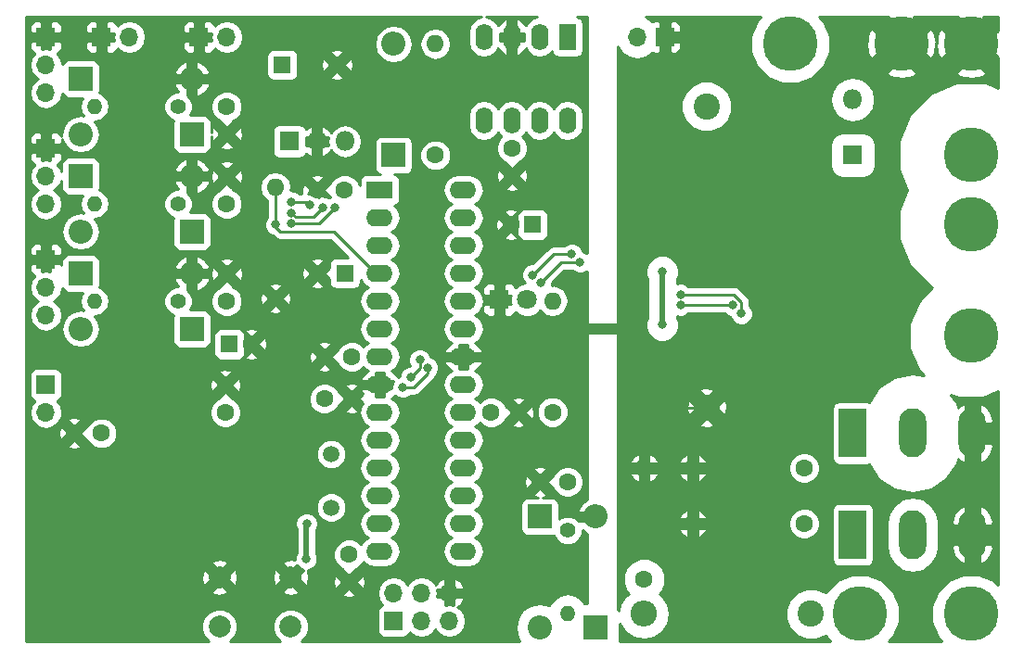
<source format=gbr>
G04 #@! TF.GenerationSoftware,KiCad,Pcbnew,(2017-12-14 revision b47a06e)-master*
G04 #@! TF.CreationDate,2017-12-14T16:02:14-08:00*
G04 #@! TF.ProjectId,Elephant-3,456C657068616E742D332E6B69636164,1*
G04 #@! TF.SameCoordinates,Original*
G04 #@! TF.FileFunction,Copper,L2,Bot,Signal*
G04 #@! TF.FilePolarity,Positive*
%FSLAX46Y46*%
G04 Gerber Fmt 4.6, Leading zero omitted, Abs format (unit mm)*
G04 Created by KiCad (PCBNEW (2017-12-14 revision b47a06e)-master) date Thursday, December 14, 2017 'PMt' 04:02:14 PM*
%MOMM*%
%LPD*%
G01*
G04 APERTURE LIST*
%ADD10C,1.800000*%
%ADD11R,1.800000X1.800000*%
%ADD12C,2.400000*%
%ADD13C,1.600000*%
%ADD14R,1.600000X1.600000*%
%ADD15R,1.700000X1.700000*%
%ADD16O,1.700000X1.700000*%
%ADD17R,2.200000X2.200000*%
%ADD18O,2.200000X2.200000*%
%ADD19O,1.800000X1.800000*%
%ADD20C,5.000000*%
%ADD21R,2.500000X4.500000*%
%ADD22O,2.500000X4.500000*%
%ADD23C,1.400000*%
%ADD24O,1.400000X1.400000*%
%ADD25O,1.600000X1.600000*%
%ADD26O,2.400000X2.400000*%
%ADD27C,2.000000*%
%ADD28R,2.400000X1.600000*%
%ADD29O,2.400000X1.600000*%
%ADD30R,1.600000X2.400000*%
%ADD31O,1.600000X2.400000*%
%ADD32C,1.500000*%
%ADD33C,0.800000*%
%ADD34C,1.000000*%
%ADD35C,0.250000*%
%ADD36C,0.500000*%
%ADD37C,0.254000*%
G04 APERTURE END LIST*
D10*
X154432000Y-95123000D03*
D11*
X151892000Y-95123000D03*
D12*
X170815000Y-104970000D03*
X170815000Y-77470000D03*
D13*
X138430000Y-100330000D03*
X135930000Y-100330000D03*
X151130000Y-105410000D03*
X153630000Y-105410000D03*
D14*
X132080000Y-73660000D03*
D13*
X137080000Y-73660000D03*
X158115000Y-111760000D03*
X155615000Y-111760000D03*
D14*
X137795000Y-92710000D03*
D13*
X135295000Y-92710000D03*
X127000000Y-95250000D03*
X127000000Y-92750000D03*
X127000000Y-86360000D03*
X127000000Y-83860000D03*
X138430000Y-104140000D03*
X135930000Y-104140000D03*
X138176000Y-120904000D03*
X138176000Y-118404000D03*
X126873000Y-105410000D03*
X126873000Y-102910000D03*
X135255000Y-85090000D03*
X137755000Y-85090000D03*
X153035000Y-81280000D03*
X153035000Y-83780000D03*
D15*
X142240000Y-124460000D03*
D16*
X142240000Y-121920000D03*
X144780000Y-124460000D03*
X144780000Y-121920000D03*
X147320000Y-124460000D03*
X147320000Y-121920000D03*
D17*
X160655000Y-125095000D03*
D18*
X160655000Y-114935000D03*
D17*
X155575000Y-114935000D03*
D18*
X155575000Y-125095000D03*
D17*
X113665000Y-92710000D03*
D18*
X123825000Y-92710000D03*
D17*
X123825000Y-97790000D03*
D18*
X113665000Y-97790000D03*
D17*
X113665000Y-83820000D03*
D18*
X123825000Y-83820000D03*
D17*
X123825000Y-88900000D03*
D18*
X113665000Y-88900000D03*
D17*
X142240000Y-81915000D03*
D18*
X142240000Y-71755000D03*
D17*
X113665000Y-74930000D03*
D18*
X123825000Y-74930000D03*
D17*
X123825000Y-80010000D03*
D18*
X113665000Y-80010000D03*
D11*
X184150000Y-81915000D03*
D19*
X184150000Y-76835000D03*
D15*
X115570000Y-71120000D03*
D16*
X118110000Y-71120000D03*
D15*
X110490000Y-91440000D03*
D16*
X110490000Y-93980000D03*
X110490000Y-96520000D03*
D15*
X110490000Y-81280000D03*
D16*
X110490000Y-83820000D03*
X110490000Y-86360000D03*
D15*
X110490000Y-71120000D03*
D16*
X110490000Y-73660000D03*
X110490000Y-76200000D03*
D15*
X110490000Y-102870000D03*
D16*
X110490000Y-105410000D03*
D15*
X124460000Y-71120000D03*
D16*
X127000000Y-71120000D03*
D20*
X178435000Y-71755000D03*
X188595000Y-71755000D03*
X194945000Y-81915000D03*
X194945000Y-71755000D03*
X184785000Y-123825000D03*
X194945000Y-123825000D03*
D15*
X167005000Y-71120000D03*
D16*
X164465000Y-71120000D03*
D20*
X194945000Y-88265000D03*
X194945000Y-98425000D03*
D21*
X184150000Y-116586000D03*
D22*
X189600000Y-116586000D03*
X195050000Y-116586000D03*
D21*
X184150000Y-107315000D03*
D22*
X189600000Y-107315000D03*
X195050000Y-107315000D03*
D23*
X158115000Y-116205000D03*
D24*
X158115000Y-123825000D03*
D13*
X156743400Y-105384600D03*
D25*
X156743400Y-95224600D03*
D23*
X122555000Y-95250000D03*
D24*
X114935000Y-95250000D03*
D23*
X122555000Y-86360000D03*
D24*
X114935000Y-86360000D03*
D13*
X131445000Y-94996000D03*
D25*
X131445000Y-84836000D03*
D13*
X146050000Y-81915000D03*
D25*
X146050000Y-71755000D03*
D23*
X122555000Y-77470000D03*
D24*
X114935000Y-77470000D03*
D13*
X179705000Y-115570000D03*
D25*
X169545000Y-115570000D03*
D13*
X165100000Y-120650000D03*
D25*
X165100000Y-110490000D03*
D13*
X179705000Y-110490000D03*
D25*
X169545000Y-110490000D03*
D12*
X180340000Y-123825000D03*
D26*
X165100000Y-123825000D03*
D27*
X132842000Y-120468000D03*
X132842000Y-124968000D03*
X126342000Y-120468000D03*
X126342000Y-124968000D03*
D11*
X132715000Y-80645000D03*
D19*
X135255000Y-80645000D03*
X137795000Y-80645000D03*
D28*
X140970000Y-85090000D03*
D29*
X148590000Y-118110000D03*
X140970000Y-87630000D03*
X148590000Y-115570000D03*
X140970000Y-90170000D03*
X148590000Y-113030000D03*
X140970000Y-92710000D03*
X148590000Y-110490000D03*
X140970000Y-95250000D03*
X148590000Y-107950000D03*
X140970000Y-97790000D03*
X148590000Y-105410000D03*
X140970000Y-100330000D03*
X148590000Y-102870000D03*
X140970000Y-102870000D03*
X148590000Y-100330000D03*
X140970000Y-105410000D03*
X148590000Y-97790000D03*
X140970000Y-107950000D03*
X148590000Y-95250000D03*
X140970000Y-110490000D03*
X148590000Y-92710000D03*
X140970000Y-113030000D03*
X148590000Y-90170000D03*
X140970000Y-115570000D03*
X148590000Y-87630000D03*
X140970000Y-118110000D03*
X148590000Y-85090000D03*
D30*
X158115000Y-71120000D03*
D31*
X150495000Y-78740000D03*
X155575000Y-71120000D03*
X153035000Y-78740000D03*
X153035000Y-71120000D03*
X155575000Y-78740000D03*
X150495000Y-71120000D03*
X158115000Y-78740000D03*
D32*
X136525000Y-109220000D03*
X136525000Y-114100000D03*
D13*
X127000000Y-79970000D03*
X127000000Y-77470000D03*
D14*
X127254000Y-99187000D03*
D13*
X129254000Y-99187000D03*
X152940000Y-88265000D03*
D14*
X154940000Y-88265000D03*
D13*
X113070000Y-107315000D03*
X115570000Y-107315000D03*
D33*
X166751000Y-92583000D03*
X166751000Y-97408994D03*
X134302500Y-115570000D03*
X134266097Y-118781403D03*
X124714000Y-123952000D03*
X123190000Y-123190000D03*
X110998000Y-114300000D03*
X110998000Y-113411000D03*
X122174000Y-105791000D03*
X124079000Y-107315000D03*
X125094992Y-115951000D03*
X126618996Y-117094000D03*
X110998000Y-124460000D03*
X110998000Y-125476000D03*
X113919000Y-111251982D03*
X122174000Y-110363000D03*
X122174000Y-109093000D03*
X109347000Y-122174000D03*
X114173000Y-108585000D03*
X136854824Y-86710214D03*
X132878844Y-88172741D03*
X135797015Y-86677710D03*
X132881000Y-87169503D03*
X131445000Y-88265000D03*
X173990000Y-96393000D03*
X168415000Y-94630997D03*
X173215000Y-95631000D03*
X168415000Y-95631000D03*
X143797959Y-102201041D03*
X144619041Y-100617959D03*
X154935347Y-92841653D03*
X158500653Y-90927347D03*
X143072959Y-103124000D03*
X145344041Y-101325067D03*
X155642455Y-93548760D03*
X159262653Y-91689347D03*
X134581000Y-86487000D03*
X132881000Y-86169500D03*
D34*
X163576000Y-97790000D02*
X158750000Y-97790000D01*
D35*
X170815000Y-104970000D02*
X168470000Y-104970000D01*
X168470000Y-104970000D02*
X163576000Y-100076000D01*
X163576000Y-100076000D02*
X163576000Y-97790000D01*
D36*
X166751000Y-97409000D02*
X166751000Y-92583000D01*
X134266097Y-118781403D02*
X134266097Y-115606403D01*
X134266097Y-115606403D02*
X134302500Y-115570000D01*
D35*
X158750000Y-97790000D02*
X157480000Y-97790000D01*
X157480000Y-97790000D02*
X156210000Y-99060000D01*
X156210000Y-99060000D02*
X152400000Y-99060000D01*
X152400000Y-99060000D02*
X151892000Y-98552000D01*
X151892000Y-98552000D02*
X151892000Y-95123000D01*
X132878844Y-88172741D02*
X135392297Y-88172741D01*
X135392297Y-88172741D02*
X136854824Y-86710214D01*
X132881000Y-87169503D02*
X133280999Y-87569502D01*
X133280999Y-87569502D02*
X134905223Y-87569502D01*
X134905223Y-87569502D02*
X135797015Y-86677710D01*
X131445000Y-84836000D02*
X131445000Y-88265000D01*
X131445000Y-88265000D02*
X131445000Y-88455500D01*
X131445000Y-88455500D02*
X131887242Y-88897742D01*
X131887242Y-88897742D02*
X136757742Y-88897742D01*
X136757742Y-88897742D02*
X140570000Y-92710000D01*
X140570000Y-92710000D02*
X140970000Y-92710000D01*
X168415000Y-94630997D02*
X173287999Y-94630997D01*
X173287999Y-94630997D02*
X173990000Y-95332998D01*
X173990000Y-95332998D02*
X173990000Y-96393000D01*
X168415000Y-95631000D02*
X173215000Y-95631000D01*
X144619041Y-100617959D02*
X144619041Y-101379959D01*
X144619041Y-101379959D02*
X143797959Y-102201041D01*
X158500653Y-90927347D02*
X156849653Y-90927347D01*
X156849653Y-90927347D02*
X154935347Y-92841653D01*
X145344041Y-101325067D02*
X145344041Y-101890752D01*
X145344041Y-101890752D02*
X144110793Y-103124000D01*
X144110793Y-103124000D02*
X143072959Y-103124000D01*
X159262653Y-91689347D02*
X157501868Y-91689347D01*
X157501868Y-91689347D02*
X155642455Y-93548760D01*
X132881000Y-86169500D02*
X134263500Y-86169500D01*
X134263500Y-86169500D02*
X134581000Y-86487000D01*
D37*
G36*
X149945849Y-69358283D02*
X149480302Y-69669352D01*
X149169233Y-70134899D01*
X149060000Y-70684050D01*
X149060000Y-71555950D01*
X149169233Y-72105101D01*
X149480302Y-72570648D01*
X149945849Y-72881717D01*
X150495000Y-72990950D01*
X151044151Y-72881717D01*
X151509698Y-72570648D01*
X151770585Y-72180203D01*
X151794368Y-72248594D01*
X152167626Y-72667902D01*
X152449825Y-72830265D01*
X152662000Y-72740527D01*
X152662000Y-71493000D01*
X151930000Y-71493000D01*
X151930000Y-70747000D01*
X152662000Y-70747000D01*
X152662000Y-69499473D01*
X152449825Y-69409735D01*
X152167626Y-69572098D01*
X151794368Y-69991406D01*
X151770585Y-70059797D01*
X151509698Y-69669352D01*
X151044151Y-69358283D01*
X150700869Y-69290000D01*
X155369131Y-69290000D01*
X155025849Y-69358283D01*
X154560302Y-69669352D01*
X154299415Y-70059797D01*
X154275632Y-69991406D01*
X153902374Y-69572098D01*
X153620175Y-69409735D01*
X153408000Y-69499473D01*
X153408000Y-70747000D01*
X154140000Y-70747000D01*
X154140000Y-71493000D01*
X153408000Y-71493000D01*
X153408000Y-72740527D01*
X153620175Y-72830265D01*
X153902374Y-72667902D01*
X154275632Y-72248594D01*
X154299415Y-72180203D01*
X154560302Y-72570648D01*
X155025849Y-72881717D01*
X155575000Y-72990950D01*
X156124151Y-72881717D01*
X156589698Y-72570648D01*
X156688118Y-72423352D01*
X156716843Y-72567765D01*
X156857191Y-72777809D01*
X157067235Y-72918157D01*
X157315000Y-72967440D01*
X158915000Y-72967440D01*
X159162765Y-72918157D01*
X159372809Y-72777809D01*
X159513157Y-72567765D01*
X159562440Y-72320000D01*
X159562440Y-69920000D01*
X159513157Y-69672235D01*
X159372809Y-69462191D01*
X159162765Y-69321843D01*
X159002678Y-69290000D01*
X159893000Y-69290000D01*
X159893000Y-90855805D01*
X159849699Y-90812428D01*
X159515744Y-90673758D01*
X159378595Y-90341832D01*
X159087699Y-90050428D01*
X158707430Y-89892527D01*
X158295682Y-89892168D01*
X157915138Y-90049405D01*
X157796990Y-90167347D01*
X156849653Y-90167347D01*
X156558814Y-90225199D01*
X156312252Y-90389945D01*
X154895580Y-91806618D01*
X154730376Y-91806474D01*
X154349832Y-91963711D01*
X154058428Y-92254607D01*
X153900527Y-92634876D01*
X153900168Y-93046624D01*
X154057405Y-93427168D01*
X154217770Y-93587813D01*
X154128009Y-93587735D01*
X153563629Y-93820932D01*
X153386159Y-93998092D01*
X153330327Y-93863301D01*
X153151698Y-93684673D01*
X152918309Y-93588000D01*
X152423750Y-93588000D01*
X152265000Y-93746750D01*
X152265000Y-94750000D01*
X152924810Y-94750000D01*
X152897267Y-94816330D01*
X152896735Y-95426991D01*
X152925249Y-95496000D01*
X152265000Y-95496000D01*
X152265000Y-96499250D01*
X152423750Y-96658000D01*
X152918309Y-96658000D01*
X153151698Y-96561327D01*
X153330327Y-96382699D01*
X153386119Y-96248006D01*
X153561357Y-96423551D01*
X154125330Y-96657733D01*
X154735991Y-96658265D01*
X155300371Y-96425068D01*
X155620509Y-96105489D01*
X155728702Y-96267411D01*
X156194249Y-96578480D01*
X156743400Y-96687713D01*
X157292551Y-96578480D01*
X157758098Y-96267411D01*
X158069167Y-95801864D01*
X158178400Y-95252713D01*
X158178400Y-95196487D01*
X158069167Y-94647336D01*
X157758098Y-94181789D01*
X157292551Y-93870720D01*
X156743400Y-93761487D01*
X156668629Y-93776360D01*
X156677275Y-93755537D01*
X156677421Y-93588596D01*
X157816670Y-92449347D01*
X158558892Y-92449347D01*
X158675607Y-92566266D01*
X159055876Y-92724167D01*
X159467624Y-92724526D01*
X159848168Y-92567289D01*
X159893000Y-92522535D01*
X159893000Y-113392089D01*
X159405131Y-113731615D01*
X159039756Y-114301521D01*
X159119294Y-114562000D01*
X159893000Y-114562000D01*
X159893000Y-115308000D01*
X159119294Y-115308000D01*
X159116155Y-115318279D01*
X158872204Y-115073902D01*
X158381713Y-114870232D01*
X157850617Y-114869769D01*
X157359771Y-115072582D01*
X157322440Y-115109848D01*
X157322440Y-113835000D01*
X157273157Y-113587235D01*
X157132809Y-113377191D01*
X156922765Y-113236843D01*
X156675000Y-113187560D01*
X155824354Y-113187560D01*
X156144817Y-113123816D01*
X156235058Y-112907559D01*
X155615000Y-112287502D01*
X154994942Y-112907559D01*
X155085183Y-113123816D01*
X155447424Y-113187560D01*
X154475000Y-113187560D01*
X154227235Y-113236843D01*
X154017191Y-113377191D01*
X153876843Y-113587235D01*
X153827560Y-113835000D01*
X153827560Y-116035000D01*
X153876843Y-116282765D01*
X154017191Y-116492809D01*
X154227235Y-116633157D01*
X154475000Y-116682440D01*
X156675000Y-116682440D01*
X156853160Y-116647002D01*
X156982582Y-116960229D01*
X157357796Y-117336098D01*
X157848287Y-117539768D01*
X158379383Y-117540231D01*
X158870229Y-117337418D01*
X159246098Y-116962204D01*
X159449768Y-116471713D01*
X159450031Y-116169633D01*
X159893000Y-116477912D01*
X159893000Y-122845921D01*
X159639810Y-122845921D01*
X159406884Y-122497323D01*
X158814163Y-122101279D01*
X158115000Y-121962207D01*
X157415837Y-122101279D01*
X156823116Y-122497323D01*
X156471540Y-123023493D01*
X156427236Y-122993890D01*
X155575000Y-122824370D01*
X154722764Y-122993890D01*
X154000273Y-123476643D01*
X153517520Y-124199134D01*
X153348000Y-125051370D01*
X153348000Y-125138630D01*
X153517520Y-125990866D01*
X153717395Y-126290000D01*
X133831951Y-126290000D01*
X134227278Y-125895363D01*
X134476716Y-125294648D01*
X134477284Y-124644205D01*
X134228894Y-124043057D01*
X133796594Y-123610000D01*
X140742560Y-123610000D01*
X140742560Y-125310000D01*
X140791843Y-125557765D01*
X140932191Y-125767809D01*
X141142235Y-125908157D01*
X141390000Y-125957440D01*
X143090000Y-125957440D01*
X143337765Y-125908157D01*
X143547809Y-125767809D01*
X143688157Y-125557765D01*
X143700597Y-125495223D01*
X143729946Y-125539147D01*
X144211715Y-125861054D01*
X144780000Y-125974093D01*
X145348285Y-125861054D01*
X145830054Y-125539147D01*
X146050000Y-125209974D01*
X146269946Y-125539147D01*
X146751715Y-125861054D01*
X147320000Y-125974093D01*
X147888285Y-125861054D01*
X148370054Y-125539147D01*
X148691961Y-125057378D01*
X148805000Y-124489093D01*
X148805000Y-124430907D01*
X148691961Y-123862622D01*
X148370054Y-123380853D01*
X148067205Y-123178497D01*
X148350711Y-122989085D01*
X148681374Y-122513270D01*
X148598671Y-122293000D01*
X147693000Y-122293000D01*
X147693000Y-123020101D01*
X147320000Y-122945907D01*
X146947000Y-123020101D01*
X146947000Y-122293000D01*
X146196593Y-122293000D01*
X146265000Y-121949093D01*
X146265000Y-121890907D01*
X146196593Y-121547000D01*
X146947000Y-121547000D01*
X146947000Y-120647282D01*
X147693000Y-120647282D01*
X147693000Y-121547000D01*
X148598671Y-121547000D01*
X148681374Y-121326730D01*
X148350711Y-120850915D01*
X147913265Y-120558655D01*
X147693000Y-120647282D01*
X146947000Y-120647282D01*
X146726735Y-120558655D01*
X146289289Y-120850915D01*
X146058591Y-121182883D01*
X145830054Y-120840853D01*
X145348285Y-120518946D01*
X144780000Y-120405907D01*
X144211715Y-120518946D01*
X143729946Y-120840853D01*
X143510000Y-121170026D01*
X143290054Y-120840853D01*
X142808285Y-120518946D01*
X142240000Y-120405907D01*
X141671715Y-120518946D01*
X141189946Y-120840853D01*
X140868039Y-121322622D01*
X140755000Y-121890907D01*
X140755000Y-121949093D01*
X140868039Y-122517378D01*
X141189946Y-122999147D01*
X141193643Y-123001617D01*
X141142235Y-123011843D01*
X140932191Y-123152191D01*
X140791843Y-123362235D01*
X140742560Y-123610000D01*
X133796594Y-123610000D01*
X133769363Y-123582722D01*
X133168648Y-123333284D01*
X132518205Y-123332716D01*
X131917057Y-123581106D01*
X131456722Y-124040637D01*
X131207284Y-124641352D01*
X131206716Y-125291795D01*
X131455106Y-125892943D01*
X131851470Y-126290000D01*
X127331951Y-126290000D01*
X127727278Y-125895363D01*
X127976716Y-125294648D01*
X127977284Y-124644205D01*
X127728894Y-124043057D01*
X127269363Y-123582722D01*
X126668648Y-123333284D01*
X126018205Y-123332716D01*
X125417057Y-123581106D01*
X124956722Y-124040637D01*
X124707284Y-124641352D01*
X124706716Y-125291795D01*
X124955106Y-125892943D01*
X125351470Y-126290000D01*
X108660000Y-126290000D01*
X108660000Y-121765140D01*
X125572362Y-121765140D01*
X125688749Y-122001708D01*
X126325400Y-122134949D01*
X126964578Y-122014413D01*
X126995251Y-122001708D01*
X127111638Y-121765140D01*
X132072362Y-121765140D01*
X132188749Y-122001708D01*
X132825400Y-122134949D01*
X133267600Y-122051559D01*
X137555942Y-122051559D01*
X137646183Y-122267816D01*
X138208422Y-122366754D01*
X138705817Y-122267816D01*
X138796058Y-122051559D01*
X138176000Y-121431502D01*
X137555942Y-122051559D01*
X133267600Y-122051559D01*
X133464578Y-122014413D01*
X133495251Y-122001708D01*
X133611638Y-121765140D01*
X132842000Y-120995502D01*
X132072362Y-121765140D01*
X127111638Y-121765140D01*
X126342000Y-120995502D01*
X125572362Y-121765140D01*
X108660000Y-121765140D01*
X108660000Y-120451400D01*
X124675051Y-120451400D01*
X124795587Y-121090578D01*
X124808292Y-121121251D01*
X125044860Y-121237638D01*
X125814498Y-120468000D01*
X126869502Y-120468000D01*
X127639140Y-121237638D01*
X127875708Y-121121251D01*
X128008949Y-120484600D01*
X128002689Y-120451400D01*
X131175051Y-120451400D01*
X131295587Y-121090578D01*
X131308292Y-121121251D01*
X131544860Y-121237638D01*
X132314498Y-120468000D01*
X131544860Y-119698362D01*
X131308292Y-119814749D01*
X131175051Y-120451400D01*
X128002689Y-120451400D01*
X127888413Y-119845422D01*
X127875708Y-119814749D01*
X127639140Y-119698362D01*
X126869502Y-120468000D01*
X125814498Y-120468000D01*
X125044860Y-119698362D01*
X124808292Y-119814749D01*
X124675051Y-120451400D01*
X108660000Y-120451400D01*
X108660000Y-119170860D01*
X125572362Y-119170860D01*
X126342000Y-119940498D01*
X127111638Y-119170860D01*
X132072362Y-119170860D01*
X132842000Y-119940498D01*
X133401856Y-119380642D01*
X133679051Y-119658322D01*
X134032440Y-119805062D01*
X133369502Y-120468000D01*
X134139140Y-121237638D01*
X134375708Y-121121251D01*
X134414389Y-120936422D01*
X136713246Y-120936422D01*
X136812184Y-121433817D01*
X137028441Y-121524058D01*
X137648498Y-120904000D01*
X138703502Y-120904000D01*
X139323559Y-121524058D01*
X139539816Y-121433817D01*
X139638754Y-120871578D01*
X139539816Y-120374183D01*
X139323559Y-120283942D01*
X138703502Y-120904000D01*
X137648498Y-120904000D01*
X137028441Y-120283942D01*
X136812184Y-120374183D01*
X136713246Y-120936422D01*
X134414389Y-120936422D01*
X134508949Y-120484600D01*
X134388413Y-119845422D01*
X134376433Y-119816499D01*
X134471068Y-119816582D01*
X134851612Y-119659345D01*
X135143016Y-119368449D01*
X135300917Y-118988180D01*
X135301276Y-118576432D01*
X135151097Y-118212970D01*
X135151097Y-116185319D01*
X135179419Y-116157046D01*
X135337320Y-115776777D01*
X135337679Y-115365029D01*
X135180442Y-114984485D01*
X134889546Y-114693081D01*
X134509277Y-114535180D01*
X134097529Y-114534821D01*
X133716985Y-114692058D01*
X133425581Y-114982954D01*
X133267680Y-115363223D01*
X133267321Y-115774971D01*
X133381097Y-116050331D01*
X133381097Y-118213818D01*
X133231277Y-118574626D01*
X133231012Y-118878991D01*
X132858600Y-118801051D01*
X132219422Y-118921587D01*
X132188749Y-118934292D01*
X132072362Y-119170860D01*
X127111638Y-119170860D01*
X126995251Y-118934292D01*
X126358600Y-118801051D01*
X125719422Y-118921587D01*
X125688749Y-118934292D01*
X125572362Y-119170860D01*
X108660000Y-119170860D01*
X108660000Y-114374285D01*
X135139760Y-114374285D01*
X135350169Y-114883515D01*
X135739436Y-115273461D01*
X136248298Y-115484759D01*
X136799285Y-115485240D01*
X137308515Y-115274831D01*
X137698461Y-114885564D01*
X137909759Y-114376702D01*
X137910240Y-113825715D01*
X137699831Y-113316485D01*
X137310564Y-112926539D01*
X136801702Y-112715241D01*
X136250715Y-112714760D01*
X135741485Y-112925169D01*
X135351539Y-113314436D01*
X135140241Y-113823298D01*
X135139760Y-114374285D01*
X108660000Y-114374285D01*
X108660000Y-109494285D01*
X135139760Y-109494285D01*
X135350169Y-110003515D01*
X135739436Y-110393461D01*
X136248298Y-110604759D01*
X136799285Y-110605240D01*
X137308515Y-110394831D01*
X137698461Y-110005564D01*
X137909759Y-109496702D01*
X137910240Y-108945715D01*
X137699831Y-108436485D01*
X137310564Y-108046539D01*
X136801702Y-107835241D01*
X136250715Y-107834760D01*
X135741485Y-108045169D01*
X135351539Y-108434436D01*
X135140241Y-108943298D01*
X135139760Y-109494285D01*
X108660000Y-109494285D01*
X108660000Y-108462559D01*
X112449942Y-108462559D01*
X112540183Y-108678816D01*
X113102422Y-108777754D01*
X113599817Y-108678816D01*
X113690058Y-108462559D01*
X113070000Y-107842502D01*
X112449942Y-108462559D01*
X108660000Y-108462559D01*
X108660000Y-107347422D01*
X111607246Y-107347422D01*
X111706184Y-107844817D01*
X111922441Y-107935058D01*
X112542498Y-107315000D01*
X113597502Y-107315000D01*
X114217559Y-107935058D01*
X114265300Y-107915137D01*
X114352757Y-108126800D01*
X114756077Y-108530824D01*
X115283309Y-108749750D01*
X115854187Y-108750248D01*
X116381800Y-108532243D01*
X116785824Y-108128923D01*
X117004750Y-107601691D01*
X117005248Y-107030813D01*
X116787243Y-106503200D01*
X116383923Y-106099176D01*
X115856691Y-105880250D01*
X115285813Y-105879752D01*
X114758200Y-106097757D01*
X114354176Y-106501077D01*
X114265389Y-106714901D01*
X114217559Y-106694942D01*
X113597502Y-107315000D01*
X112542498Y-107315000D01*
X111922441Y-106694942D01*
X111706184Y-106785183D01*
X111607246Y-107347422D01*
X108660000Y-107347422D01*
X108660000Y-105410000D01*
X108975907Y-105410000D01*
X109088946Y-105978285D01*
X109410853Y-106460054D01*
X109892622Y-106781961D01*
X110460907Y-106895000D01*
X110519093Y-106895000D01*
X111087378Y-106781961D01*
X111569147Y-106460054D01*
X111764664Y-106167441D01*
X112449942Y-106167441D01*
X113070000Y-106787498D01*
X113690058Y-106167441D01*
X113599817Y-105951184D01*
X113037578Y-105852246D01*
X112540183Y-105951184D01*
X112449942Y-106167441D01*
X111764664Y-106167441D01*
X111891054Y-105978285D01*
X111947564Y-105694187D01*
X125437752Y-105694187D01*
X125655757Y-106221800D01*
X126059077Y-106625824D01*
X126586309Y-106844750D01*
X127157187Y-106845248D01*
X127684800Y-106627243D01*
X128088824Y-106223923D01*
X128307750Y-105696691D01*
X128308248Y-105125813D01*
X128090243Y-104598200D01*
X127916534Y-104424187D01*
X134494752Y-104424187D01*
X134712757Y-104951800D01*
X135116077Y-105355824D01*
X135643309Y-105574750D01*
X136214187Y-105575248D01*
X136741800Y-105357243D01*
X136811605Y-105287559D01*
X137809942Y-105287559D01*
X137900183Y-105503816D01*
X138462422Y-105602754D01*
X138959817Y-105503816D01*
X139050058Y-105287559D01*
X138430000Y-104667502D01*
X137809942Y-105287559D01*
X136811605Y-105287559D01*
X137145824Y-104953923D01*
X137234611Y-104740099D01*
X137282441Y-104760058D01*
X137902498Y-104140000D01*
X137282441Y-103519942D01*
X137234700Y-103539863D01*
X137147243Y-103328200D01*
X136812070Y-102992441D01*
X137809942Y-102992441D01*
X138430000Y-103612498D01*
X139050058Y-102992441D01*
X138959817Y-102776184D01*
X138397578Y-102677246D01*
X137900183Y-102776184D01*
X137809942Y-102992441D01*
X136812070Y-102992441D01*
X136743923Y-102924176D01*
X136216691Y-102705250D01*
X135645813Y-102704752D01*
X135118200Y-102922757D01*
X134714176Y-103326077D01*
X134495250Y-103853309D01*
X134494752Y-104424187D01*
X127916534Y-104424187D01*
X127686923Y-104194176D01*
X127473099Y-104105389D01*
X127493058Y-104057559D01*
X126873000Y-103437502D01*
X126252942Y-104057559D01*
X126272863Y-104105300D01*
X126061200Y-104192757D01*
X125657176Y-104596077D01*
X125438250Y-105123309D01*
X125437752Y-105694187D01*
X111947564Y-105694187D01*
X112004093Y-105410000D01*
X111891054Y-104841715D01*
X111569147Y-104359946D01*
X111525223Y-104330597D01*
X111587765Y-104318157D01*
X111797809Y-104177809D01*
X111938157Y-103967765D01*
X111987440Y-103720000D01*
X111987440Y-102942422D01*
X125410246Y-102942422D01*
X125509184Y-103439817D01*
X125725441Y-103530058D01*
X126345498Y-102910000D01*
X127400502Y-102910000D01*
X128020559Y-103530058D01*
X128236816Y-103439817D01*
X128335754Y-102877578D01*
X128236816Y-102380183D01*
X128020559Y-102289942D01*
X127400502Y-102910000D01*
X126345498Y-102910000D01*
X125725441Y-102289942D01*
X125509184Y-102380183D01*
X125410246Y-102942422D01*
X111987440Y-102942422D01*
X111987440Y-102020000D01*
X111938157Y-101772235D01*
X111931613Y-101762441D01*
X126252942Y-101762441D01*
X126873000Y-102382498D01*
X127493058Y-101762441D01*
X127402817Y-101546184D01*
X127012839Y-101477559D01*
X135309942Y-101477559D01*
X135400183Y-101693816D01*
X135962422Y-101792754D01*
X136459817Y-101693816D01*
X136550058Y-101477559D01*
X135930000Y-100857502D01*
X135309942Y-101477559D01*
X127012839Y-101477559D01*
X126840578Y-101447246D01*
X126343183Y-101546184D01*
X126252942Y-101762441D01*
X111931613Y-101762441D01*
X111797809Y-101562191D01*
X111587765Y-101421843D01*
X111340000Y-101372560D01*
X109640000Y-101372560D01*
X109392235Y-101421843D01*
X109182191Y-101562191D01*
X109041843Y-101772235D01*
X108992560Y-102020000D01*
X108992560Y-103720000D01*
X109041843Y-103967765D01*
X109182191Y-104177809D01*
X109392235Y-104318157D01*
X109454777Y-104330597D01*
X109410853Y-104359946D01*
X109088946Y-104841715D01*
X108975907Y-105410000D01*
X108660000Y-105410000D01*
X108660000Y-93980000D01*
X108975907Y-93980000D01*
X109088946Y-94548285D01*
X109410853Y-95030054D01*
X109740026Y-95250000D01*
X109410853Y-95469946D01*
X109088946Y-95951715D01*
X108975907Y-96520000D01*
X109088946Y-97088285D01*
X109410853Y-97570054D01*
X109892622Y-97891961D01*
X110460907Y-98005000D01*
X110519093Y-98005000D01*
X111087378Y-97891961D01*
X111569147Y-97570054D01*
X111891054Y-97088285D01*
X112004093Y-96520000D01*
X111891054Y-95951715D01*
X111569147Y-95469946D01*
X111239974Y-95250000D01*
X111569147Y-95030054D01*
X111891054Y-94548285D01*
X111983628Y-94082885D01*
X112107191Y-94267809D01*
X112317235Y-94408157D01*
X112565000Y-94457440D01*
X113863677Y-94457440D01*
X113675467Y-94739118D01*
X113573846Y-95250000D01*
X113675467Y-95760882D01*
X113898507Y-96094686D01*
X113698991Y-96055000D01*
X113631009Y-96055000D01*
X112967053Y-96187069D01*
X112404179Y-96563170D01*
X112028078Y-97126044D01*
X111896009Y-97790000D01*
X112028078Y-98453956D01*
X112404179Y-99016830D01*
X112967053Y-99392931D01*
X113631009Y-99525000D01*
X113698991Y-99525000D01*
X114362947Y-99392931D01*
X114925821Y-99016830D01*
X115301922Y-98453956D01*
X115433991Y-97790000D01*
X115301922Y-97126044D01*
X114940407Y-96585000D01*
X114961154Y-96585000D01*
X115472036Y-96483379D01*
X115905142Y-96193988D01*
X116194533Y-95760882D01*
X116243564Y-95514383D01*
X121219769Y-95514383D01*
X121422582Y-96005229D01*
X121797796Y-96381098D01*
X122112972Y-96511971D01*
X122077560Y-96690000D01*
X122077560Y-98890000D01*
X122126843Y-99137765D01*
X122267191Y-99347809D01*
X122477235Y-99488157D01*
X122725000Y-99537440D01*
X124925000Y-99537440D01*
X125172765Y-99488157D01*
X125382809Y-99347809D01*
X125523157Y-99137765D01*
X125572440Y-98890000D01*
X125572440Y-98387000D01*
X125806560Y-98387000D01*
X125806560Y-99987000D01*
X125855843Y-100234765D01*
X125996191Y-100444809D01*
X126206235Y-100585157D01*
X126454000Y-100634440D01*
X128054000Y-100634440D01*
X128301765Y-100585157D01*
X128511809Y-100444809D01*
X128585476Y-100334559D01*
X128633942Y-100334559D01*
X128724183Y-100550816D01*
X129286422Y-100649754D01*
X129783817Y-100550816D01*
X129862431Y-100362422D01*
X134467246Y-100362422D01*
X134566184Y-100859817D01*
X134782441Y-100950058D01*
X135402498Y-100330000D01*
X134782441Y-99709942D01*
X134566184Y-99800183D01*
X134467246Y-100362422D01*
X129862431Y-100362422D01*
X129874058Y-100334559D01*
X129254000Y-99714502D01*
X128633942Y-100334559D01*
X128585476Y-100334559D01*
X128652157Y-100234765D01*
X128701440Y-99987000D01*
X128701440Y-99212058D01*
X128726498Y-99187000D01*
X129781502Y-99187000D01*
X130401559Y-99807058D01*
X130617816Y-99716817D01*
X130711850Y-99182441D01*
X135309942Y-99182441D01*
X135930000Y-99802498D01*
X136550058Y-99182441D01*
X136459817Y-98966184D01*
X135897578Y-98867246D01*
X135400183Y-98966184D01*
X135309942Y-99182441D01*
X130711850Y-99182441D01*
X130716754Y-99154578D01*
X130617816Y-98657183D01*
X130401559Y-98566942D01*
X129781502Y-99187000D01*
X128726498Y-99187000D01*
X128701440Y-99161942D01*
X128701440Y-98387000D01*
X128652157Y-98139235D01*
X128585477Y-98039441D01*
X128633942Y-98039441D01*
X129254000Y-98659498D01*
X129874058Y-98039441D01*
X129783817Y-97823184D01*
X129221578Y-97724246D01*
X128724183Y-97823184D01*
X128633942Y-98039441D01*
X128585477Y-98039441D01*
X128511809Y-97929191D01*
X128301765Y-97788843D01*
X128054000Y-97739560D01*
X126454000Y-97739560D01*
X126206235Y-97788843D01*
X125996191Y-97929191D01*
X125855843Y-98139235D01*
X125806560Y-98387000D01*
X125572440Y-98387000D01*
X125572440Y-96690000D01*
X125523157Y-96442235D01*
X125382809Y-96232191D01*
X125172765Y-96091843D01*
X124925000Y-96042560D01*
X123650680Y-96042560D01*
X123686098Y-96007204D01*
X123882512Y-95534187D01*
X125564752Y-95534187D01*
X125782757Y-96061800D01*
X126186077Y-96465824D01*
X126713309Y-96684750D01*
X127284187Y-96685248D01*
X127811800Y-96467243D01*
X128136048Y-96143559D01*
X130824942Y-96143559D01*
X130915183Y-96359816D01*
X131477422Y-96458754D01*
X131974817Y-96359816D01*
X132065058Y-96143559D01*
X131445000Y-95523502D01*
X130824942Y-96143559D01*
X128136048Y-96143559D01*
X128215824Y-96063923D01*
X128434750Y-95536691D01*
X128435193Y-95028422D01*
X129982246Y-95028422D01*
X130081184Y-95525817D01*
X130297441Y-95616058D01*
X130917498Y-94996000D01*
X131972502Y-94996000D01*
X132592559Y-95616058D01*
X132808816Y-95525817D01*
X132907754Y-94963578D01*
X132808816Y-94466183D01*
X132592559Y-94375942D01*
X131972502Y-94996000D01*
X130917498Y-94996000D01*
X130297441Y-94375942D01*
X130081184Y-94466183D01*
X129982246Y-95028422D01*
X128435193Y-95028422D01*
X128435248Y-94965813D01*
X128217243Y-94438200D01*
X127813923Y-94034176D01*
X127600099Y-93945389D01*
X127620058Y-93897559D01*
X127570940Y-93848441D01*
X130824942Y-93848441D01*
X131445000Y-94468498D01*
X132055939Y-93857559D01*
X134674942Y-93857559D01*
X134765183Y-94073816D01*
X135327422Y-94172754D01*
X135824817Y-94073816D01*
X135915058Y-93857559D01*
X135295000Y-93237502D01*
X134674942Y-93857559D01*
X132055939Y-93857559D01*
X132065058Y-93848441D01*
X131974817Y-93632184D01*
X131412578Y-93533246D01*
X130915183Y-93632184D01*
X130824942Y-93848441D01*
X127570940Y-93848441D01*
X127000000Y-93277502D01*
X126379942Y-93897559D01*
X126399863Y-93945300D01*
X126188200Y-94032757D01*
X125784176Y-94436077D01*
X125565250Y-94963309D01*
X125564752Y-95534187D01*
X123882512Y-95534187D01*
X123889768Y-95516713D01*
X123890231Y-94985617D01*
X123687418Y-94494771D01*
X123441874Y-94248798D01*
X123452000Y-94245706D01*
X123452000Y-93083000D01*
X124198000Y-93083000D01*
X124198000Y-94245706D01*
X124458479Y-94325244D01*
X125028385Y-93959869D01*
X125415087Y-93404213D01*
X125440220Y-93343475D01*
X125356481Y-93083000D01*
X124198000Y-93083000D01*
X123452000Y-93083000D01*
X122293519Y-93083000D01*
X122209780Y-93343475D01*
X122234913Y-93404213D01*
X122590410Y-93915030D01*
X122290617Y-93914769D01*
X121799771Y-94117582D01*
X121423902Y-94492796D01*
X121220232Y-94983287D01*
X121219769Y-95514383D01*
X116243564Y-95514383D01*
X116296154Y-95250000D01*
X116194533Y-94739118D01*
X115905142Y-94306012D01*
X115472036Y-94016621D01*
X115375173Y-93997354D01*
X115412440Y-93810000D01*
X115412440Y-92782422D01*
X125537246Y-92782422D01*
X125636184Y-93279817D01*
X125852441Y-93370058D01*
X126472498Y-92750000D01*
X127527502Y-92750000D01*
X128147559Y-93370058D01*
X128363816Y-93279817D01*
X128458382Y-92742422D01*
X133832246Y-92742422D01*
X133931184Y-93239817D01*
X134147441Y-93330058D01*
X134767498Y-92710000D01*
X134147441Y-92089942D01*
X133931184Y-92180183D01*
X133832246Y-92742422D01*
X128458382Y-92742422D01*
X128462754Y-92717578D01*
X128363816Y-92220183D01*
X128147559Y-92129942D01*
X127527502Y-92750000D01*
X126472498Y-92750000D01*
X125852441Y-92129942D01*
X125636184Y-92220183D01*
X125537246Y-92782422D01*
X115412440Y-92782422D01*
X115412440Y-92076525D01*
X122209780Y-92076525D01*
X122293519Y-92337000D01*
X123452000Y-92337000D01*
X123452000Y-91174294D01*
X124198000Y-91174294D01*
X124198000Y-92337000D01*
X125356481Y-92337000D01*
X125440220Y-92076525D01*
X125415087Y-92015787D01*
X125127424Y-91602441D01*
X126379942Y-91602441D01*
X127000000Y-92222498D01*
X127620058Y-91602441D01*
X127603367Y-91562441D01*
X134674942Y-91562441D01*
X135295000Y-92182498D01*
X135915058Y-91562441D01*
X135824817Y-91346184D01*
X135262578Y-91247246D01*
X134765183Y-91346184D01*
X134674942Y-91562441D01*
X127603367Y-91562441D01*
X127529817Y-91386184D01*
X126967578Y-91287246D01*
X126470183Y-91386184D01*
X126379942Y-91602441D01*
X125127424Y-91602441D01*
X125028385Y-91460131D01*
X124458479Y-91094756D01*
X124198000Y-91174294D01*
X123452000Y-91174294D01*
X123191521Y-91094756D01*
X122621615Y-91460131D01*
X122234913Y-92015787D01*
X122209780Y-92076525D01*
X115412440Y-92076525D01*
X115412440Y-91610000D01*
X115363157Y-91362235D01*
X115222809Y-91152191D01*
X115012765Y-91011843D01*
X114765000Y-90962560D01*
X112565000Y-90962560D01*
X112317235Y-91011843D01*
X112107191Y-91152191D01*
X111966843Y-91362235D01*
X111917560Y-91610000D01*
X111917560Y-91914310D01*
X111816250Y-91813000D01*
X110863000Y-91813000D01*
X110863000Y-92563407D01*
X110519093Y-92495000D01*
X110460907Y-92495000D01*
X110117000Y-92563407D01*
X110117000Y-91813000D01*
X109163750Y-91813000D01*
X109005000Y-91971750D01*
X109005000Y-92416310D01*
X109101673Y-92649699D01*
X109280302Y-92828327D01*
X109454777Y-92900597D01*
X109410853Y-92929946D01*
X109088946Y-93411715D01*
X108975907Y-93980000D01*
X108660000Y-93980000D01*
X108660000Y-90463690D01*
X109005000Y-90463690D01*
X109005000Y-90908250D01*
X109163750Y-91067000D01*
X110117000Y-91067000D01*
X110117000Y-90113750D01*
X110863000Y-90113750D01*
X110863000Y-91067000D01*
X111816250Y-91067000D01*
X111975000Y-90908250D01*
X111975000Y-90463690D01*
X111878327Y-90230301D01*
X111699698Y-90051673D01*
X111466309Y-89955000D01*
X111021750Y-89955000D01*
X110863000Y-90113750D01*
X110117000Y-90113750D01*
X109958250Y-89955000D01*
X109513691Y-89955000D01*
X109280302Y-90051673D01*
X109101673Y-90230301D01*
X109005000Y-90463690D01*
X108660000Y-90463690D01*
X108660000Y-83820000D01*
X108975907Y-83820000D01*
X109088946Y-84388285D01*
X109410853Y-84870054D01*
X109740026Y-85090000D01*
X109410853Y-85309946D01*
X109088946Y-85791715D01*
X108975907Y-86360000D01*
X109088946Y-86928285D01*
X109410853Y-87410054D01*
X109892622Y-87731961D01*
X110460907Y-87845000D01*
X110519093Y-87845000D01*
X111087378Y-87731961D01*
X111569147Y-87410054D01*
X111891054Y-86928285D01*
X112004093Y-86360000D01*
X111891054Y-85791715D01*
X111569147Y-85309946D01*
X111239974Y-85090000D01*
X111569147Y-84870054D01*
X111891054Y-84388285D01*
X111917560Y-84255030D01*
X111917560Y-84920000D01*
X111966843Y-85167765D01*
X112107191Y-85377809D01*
X112317235Y-85518157D01*
X112565000Y-85567440D01*
X113863677Y-85567440D01*
X113675467Y-85849118D01*
X113573846Y-86360000D01*
X113675467Y-86870882D01*
X113898507Y-87204686D01*
X113698991Y-87165000D01*
X113631009Y-87165000D01*
X112967053Y-87297069D01*
X112404179Y-87673170D01*
X112028078Y-88236044D01*
X111896009Y-88900000D01*
X112028078Y-89563956D01*
X112404179Y-90126830D01*
X112967053Y-90502931D01*
X113631009Y-90635000D01*
X113698991Y-90635000D01*
X114362947Y-90502931D01*
X114925821Y-90126830D01*
X115301922Y-89563956D01*
X115433991Y-88900000D01*
X115301922Y-88236044D01*
X114940407Y-87695000D01*
X114961154Y-87695000D01*
X115472036Y-87593379D01*
X115905142Y-87303988D01*
X116194533Y-86870882D01*
X116243564Y-86624383D01*
X121219769Y-86624383D01*
X121422582Y-87115229D01*
X121797796Y-87491098D01*
X122112972Y-87621971D01*
X122077560Y-87800000D01*
X122077560Y-90000000D01*
X122126843Y-90247765D01*
X122267191Y-90457809D01*
X122477235Y-90598157D01*
X122725000Y-90647440D01*
X124925000Y-90647440D01*
X125172765Y-90598157D01*
X125382809Y-90457809D01*
X125523157Y-90247765D01*
X125572440Y-90000000D01*
X125572440Y-87800000D01*
X125523157Y-87552235D01*
X125382809Y-87342191D01*
X125172765Y-87201843D01*
X124925000Y-87152560D01*
X123650680Y-87152560D01*
X123686098Y-87117204D01*
X123882512Y-86644187D01*
X125564752Y-86644187D01*
X125782757Y-87171800D01*
X126186077Y-87575824D01*
X126713309Y-87794750D01*
X127284187Y-87795248D01*
X127811800Y-87577243D01*
X128215824Y-87173923D01*
X128434750Y-86646691D01*
X128435248Y-86075813D01*
X128217243Y-85548200D01*
X127813923Y-85144176D01*
X127600099Y-85055389D01*
X127620058Y-85007559D01*
X127420386Y-84807887D01*
X130010000Y-84807887D01*
X130010000Y-84864113D01*
X130119233Y-85413264D01*
X130430302Y-85878811D01*
X130685000Y-86048995D01*
X130685000Y-87561239D01*
X130568081Y-87677954D01*
X130410180Y-88058223D01*
X130409821Y-88469971D01*
X130567058Y-88850515D01*
X130857954Y-89141919D01*
X131197685Y-89282987D01*
X131349841Y-89435143D01*
X131596403Y-89599890D01*
X131887242Y-89657742D01*
X136442940Y-89657742D01*
X138047758Y-91262560D01*
X136995000Y-91262560D01*
X136747235Y-91311843D01*
X136537191Y-91452191D01*
X136396843Y-91662235D01*
X136347560Y-91910000D01*
X136347560Y-92184941D01*
X135822502Y-92710000D01*
X136347560Y-93235059D01*
X136347560Y-93510000D01*
X136396843Y-93757765D01*
X136537191Y-93967809D01*
X136747235Y-94108157D01*
X136995000Y-94157440D01*
X138595000Y-94157440D01*
X138842765Y-94108157D01*
X139052809Y-93967809D01*
X139193157Y-93757765D01*
X139242440Y-93510000D01*
X139242440Y-93310270D01*
X139519352Y-93724698D01*
X139901438Y-93980000D01*
X139519352Y-94235302D01*
X139208283Y-94700849D01*
X139099050Y-95250000D01*
X139208283Y-95799151D01*
X139519352Y-96264698D01*
X139901438Y-96520000D01*
X139519352Y-96775302D01*
X139208283Y-97240849D01*
X139099050Y-97790000D01*
X139208283Y-98339151D01*
X139519352Y-98804698D01*
X139901438Y-99060000D01*
X139519352Y-99315302D01*
X139489419Y-99360100D01*
X139243923Y-99114176D01*
X138716691Y-98895250D01*
X138145813Y-98894752D01*
X137618200Y-99112757D01*
X137214176Y-99516077D01*
X137125389Y-99729901D01*
X137077559Y-99709942D01*
X136457502Y-100330000D01*
X137077559Y-100950058D01*
X137125300Y-100930137D01*
X137212757Y-101141800D01*
X137616077Y-101545824D01*
X138143309Y-101764750D01*
X138714187Y-101765248D01*
X139241800Y-101547243D01*
X139489481Y-101299993D01*
X139519352Y-101344698D01*
X139909797Y-101605585D01*
X139841406Y-101629368D01*
X139422098Y-102002626D01*
X139259735Y-102284825D01*
X139349473Y-102497000D01*
X140597000Y-102497000D01*
X140597000Y-101765000D01*
X141343000Y-101765000D01*
X141343000Y-102497000D01*
X142236064Y-102497000D01*
X142196040Y-102536954D01*
X142038139Y-102917223D01*
X142037855Y-103243000D01*
X141343000Y-103243000D01*
X141343000Y-103975000D01*
X140597000Y-103975000D01*
X140597000Y-103243000D01*
X139349473Y-103243000D01*
X139259735Y-103455175D01*
X139399465Y-103698036D01*
X138957502Y-104140000D01*
X139396566Y-104579064D01*
X139208283Y-104860849D01*
X139099050Y-105410000D01*
X139208283Y-105959151D01*
X139519352Y-106424698D01*
X139901438Y-106680000D01*
X139519352Y-106935302D01*
X139208283Y-107400849D01*
X139099050Y-107950000D01*
X139208283Y-108499151D01*
X139519352Y-108964698D01*
X139901438Y-109220000D01*
X139519352Y-109475302D01*
X139208283Y-109940849D01*
X139099050Y-110490000D01*
X139208283Y-111039151D01*
X139519352Y-111504698D01*
X139901438Y-111760000D01*
X139519352Y-112015302D01*
X139208283Y-112480849D01*
X139099050Y-113030000D01*
X139208283Y-113579151D01*
X139519352Y-114044698D01*
X139901438Y-114300000D01*
X139519352Y-114555302D01*
X139208283Y-115020849D01*
X139099050Y-115570000D01*
X139208283Y-116119151D01*
X139519352Y-116584698D01*
X139901438Y-116840000D01*
X139519352Y-117095302D01*
X139269896Y-117468638D01*
X138989923Y-117188176D01*
X138462691Y-116969250D01*
X137891813Y-116968752D01*
X137364200Y-117186757D01*
X136960176Y-117590077D01*
X136741250Y-118117309D01*
X136740752Y-118688187D01*
X136958757Y-119215800D01*
X137362077Y-119619824D01*
X137575901Y-119708611D01*
X137555942Y-119756441D01*
X138176000Y-120376498D01*
X138796058Y-119756441D01*
X138776137Y-119708700D01*
X138987800Y-119621243D01*
X139391824Y-119217923D01*
X139464575Y-119042719D01*
X139519352Y-119124698D01*
X139984899Y-119435767D01*
X140534050Y-119545000D01*
X141405950Y-119545000D01*
X141955101Y-119435767D01*
X142420648Y-119124698D01*
X142731717Y-118659151D01*
X142840950Y-118110000D01*
X142731717Y-117560849D01*
X142420648Y-117095302D01*
X142038562Y-116840000D01*
X142420648Y-116584698D01*
X142731717Y-116119151D01*
X142840950Y-115570000D01*
X142731717Y-115020849D01*
X142420648Y-114555302D01*
X142038562Y-114300000D01*
X142420648Y-114044698D01*
X142731717Y-113579151D01*
X142840950Y-113030000D01*
X142731717Y-112480849D01*
X142420648Y-112015302D01*
X142038562Y-111760000D01*
X142420648Y-111504698D01*
X142731717Y-111039151D01*
X142840950Y-110490000D01*
X142731717Y-109940849D01*
X142420648Y-109475302D01*
X142038562Y-109220000D01*
X142420648Y-108964698D01*
X142731717Y-108499151D01*
X142840950Y-107950000D01*
X142731717Y-107400849D01*
X142420648Y-106935302D01*
X142038562Y-106680000D01*
X142420648Y-106424698D01*
X142731717Y-105959151D01*
X142840950Y-105410000D01*
X142731717Y-104860849D01*
X142420648Y-104395302D01*
X142030203Y-104134415D01*
X142098594Y-104110632D01*
X142361664Y-103876453D01*
X142485913Y-104000919D01*
X142866182Y-104158820D01*
X143277930Y-104159179D01*
X143658474Y-104001942D01*
X143776622Y-103884000D01*
X144110793Y-103884000D01*
X144401632Y-103826148D01*
X144648194Y-103661401D01*
X145439595Y-102870000D01*
X146719050Y-102870000D01*
X146828283Y-103419151D01*
X147139352Y-103884698D01*
X147521438Y-104140000D01*
X147139352Y-104395302D01*
X146828283Y-104860849D01*
X146719050Y-105410000D01*
X146828283Y-105959151D01*
X147139352Y-106424698D01*
X147521438Y-106680000D01*
X147139352Y-106935302D01*
X146828283Y-107400849D01*
X146719050Y-107950000D01*
X146828283Y-108499151D01*
X147139352Y-108964698D01*
X147521438Y-109220000D01*
X147139352Y-109475302D01*
X146828283Y-109940849D01*
X146719050Y-110490000D01*
X146828283Y-111039151D01*
X147139352Y-111504698D01*
X147521438Y-111760000D01*
X147139352Y-112015302D01*
X146828283Y-112480849D01*
X146719050Y-113030000D01*
X146828283Y-113579151D01*
X147139352Y-114044698D01*
X147521438Y-114300000D01*
X147139352Y-114555302D01*
X146828283Y-115020849D01*
X146719050Y-115570000D01*
X146828283Y-116119151D01*
X147139352Y-116584698D01*
X147521438Y-116840000D01*
X147139352Y-117095302D01*
X146828283Y-117560849D01*
X146719050Y-118110000D01*
X146828283Y-118659151D01*
X147139352Y-119124698D01*
X147604899Y-119435767D01*
X148154050Y-119545000D01*
X149025950Y-119545000D01*
X149575101Y-119435767D01*
X150040648Y-119124698D01*
X150351717Y-118659151D01*
X150460950Y-118110000D01*
X150351717Y-117560849D01*
X150040648Y-117095302D01*
X149658562Y-116840000D01*
X150040648Y-116584698D01*
X150351717Y-116119151D01*
X150460950Y-115570000D01*
X150351717Y-115020849D01*
X150040648Y-114555302D01*
X149658562Y-114300000D01*
X150040648Y-114044698D01*
X150351717Y-113579151D01*
X150460950Y-113030000D01*
X150351717Y-112480849D01*
X150040648Y-112015302D01*
X149707085Y-111792422D01*
X154152246Y-111792422D01*
X154251184Y-112289817D01*
X154467441Y-112380058D01*
X155087498Y-111760000D01*
X156142502Y-111760000D01*
X156762559Y-112380058D01*
X156810300Y-112360137D01*
X156897757Y-112571800D01*
X157301077Y-112975824D01*
X157828309Y-113194750D01*
X158399187Y-113195248D01*
X158926800Y-112977243D01*
X159330824Y-112573923D01*
X159549750Y-112046691D01*
X159550248Y-111475813D01*
X159332243Y-110948200D01*
X158928923Y-110544176D01*
X158401691Y-110325250D01*
X157830813Y-110324752D01*
X157303200Y-110542757D01*
X156899176Y-110946077D01*
X156810389Y-111159901D01*
X156762559Y-111139942D01*
X156142502Y-111760000D01*
X155087498Y-111760000D01*
X154467441Y-111139942D01*
X154251184Y-111230183D01*
X154152246Y-111792422D01*
X149707085Y-111792422D01*
X149658562Y-111760000D01*
X150040648Y-111504698D01*
X150351717Y-111039151D01*
X150436594Y-110612441D01*
X154994942Y-110612441D01*
X155615000Y-111232498D01*
X156235058Y-110612441D01*
X156144817Y-110396184D01*
X155582578Y-110297246D01*
X155085183Y-110396184D01*
X154994942Y-110612441D01*
X150436594Y-110612441D01*
X150460950Y-110490000D01*
X150351717Y-109940849D01*
X150040648Y-109475302D01*
X149658562Y-109220000D01*
X150040648Y-108964698D01*
X150351717Y-108499151D01*
X150460950Y-107950000D01*
X150351717Y-107400849D01*
X150040648Y-106935302D01*
X149658562Y-106680000D01*
X150040648Y-106424698D01*
X150070581Y-106379900D01*
X150316077Y-106625824D01*
X150843309Y-106844750D01*
X151414187Y-106845248D01*
X151941800Y-106627243D01*
X152011605Y-106557559D01*
X153009942Y-106557559D01*
X153100183Y-106773816D01*
X153662422Y-106872754D01*
X154159817Y-106773816D01*
X154250058Y-106557559D01*
X153630000Y-105937502D01*
X153009942Y-106557559D01*
X152011605Y-106557559D01*
X152345824Y-106223923D01*
X152434611Y-106010099D01*
X152482441Y-106030058D01*
X153102498Y-105410000D01*
X154157502Y-105410000D01*
X154777559Y-106030058D01*
X154993816Y-105939817D01*
X155041509Y-105668787D01*
X155308152Y-105668787D01*
X155526157Y-106196400D01*
X155929477Y-106600424D01*
X156456709Y-106819350D01*
X157027587Y-106819848D01*
X157555200Y-106601843D01*
X157959224Y-106198523D01*
X158178150Y-105671291D01*
X158178648Y-105100413D01*
X157960643Y-104572800D01*
X157557323Y-104168776D01*
X157030091Y-103949850D01*
X156459213Y-103949352D01*
X155931600Y-104167357D01*
X155527576Y-104570677D01*
X155308650Y-105097909D01*
X155308152Y-105668787D01*
X155041509Y-105668787D01*
X155092754Y-105377578D01*
X154993816Y-104880183D01*
X154777559Y-104789942D01*
X154157502Y-105410000D01*
X153102498Y-105410000D01*
X152482441Y-104789942D01*
X152434700Y-104809863D01*
X152347243Y-104598200D01*
X152012070Y-104262441D01*
X153009942Y-104262441D01*
X153630000Y-104882498D01*
X154250058Y-104262441D01*
X154159817Y-104046184D01*
X153597578Y-103947246D01*
X153100183Y-104046184D01*
X153009942Y-104262441D01*
X152012070Y-104262441D01*
X151943923Y-104194176D01*
X151416691Y-103975250D01*
X150845813Y-103974752D01*
X150318200Y-104192757D01*
X150070519Y-104440007D01*
X150040648Y-104395302D01*
X149658562Y-104140000D01*
X150040648Y-103884698D01*
X150351717Y-103419151D01*
X150460950Y-102870000D01*
X150351717Y-102320849D01*
X150040648Y-101855302D01*
X149650203Y-101594415D01*
X149718594Y-101570632D01*
X150137902Y-101197374D01*
X150300265Y-100915175D01*
X150210527Y-100703000D01*
X148963000Y-100703000D01*
X148963000Y-101435000D01*
X148217000Y-101435000D01*
X148217000Y-100703000D01*
X146969473Y-100703000D01*
X146879735Y-100915175D01*
X147042098Y-101197374D01*
X147461406Y-101570632D01*
X147529797Y-101594415D01*
X147139352Y-101855302D01*
X146828283Y-102320849D01*
X146719050Y-102870000D01*
X145439595Y-102870000D01*
X145881442Y-102428153D01*
X146046189Y-102181591D01*
X146069771Y-102063039D01*
X146220960Y-101912113D01*
X146378861Y-101531844D01*
X146379220Y-101120096D01*
X146221983Y-100739552D01*
X145931087Y-100448148D01*
X145614416Y-100316655D01*
X145496983Y-100032444D01*
X145206087Y-99741040D01*
X144825818Y-99583139D01*
X144414070Y-99582780D01*
X144033526Y-99740017D01*
X143742122Y-100030913D01*
X143584221Y-100411182D01*
X143583862Y-100822930D01*
X143725606Y-101165978D01*
X143592988Y-101165862D01*
X143212444Y-101323099D01*
X142921040Y-101613995D01*
X142763139Y-101994264D01*
X142763019Y-102132193D01*
X142625210Y-102189135D01*
X142517902Y-102002626D01*
X142098594Y-101629368D01*
X142030203Y-101605585D01*
X142420648Y-101344698D01*
X142731717Y-100879151D01*
X142840950Y-100330000D01*
X142731717Y-99780849D01*
X142420648Y-99315302D01*
X142038562Y-99060000D01*
X142420648Y-98804698D01*
X142731717Y-98339151D01*
X142840950Y-97790000D01*
X142731717Y-97240849D01*
X142420648Y-96775302D01*
X142038562Y-96520000D01*
X142420648Y-96264698D01*
X142731717Y-95799151D01*
X142840950Y-95250000D01*
X142731717Y-94700849D01*
X142420648Y-94235302D01*
X142038562Y-93980000D01*
X142420648Y-93724698D01*
X142731717Y-93259151D01*
X142840950Y-92710000D01*
X142731717Y-92160849D01*
X142420648Y-91695302D01*
X142038562Y-91440000D01*
X142420648Y-91184698D01*
X142731717Y-90719151D01*
X142840950Y-90170000D01*
X142731717Y-89620849D01*
X142420648Y-89155302D01*
X142038562Y-88900000D01*
X142420648Y-88644698D01*
X142731717Y-88179151D01*
X142840950Y-87630000D01*
X142731717Y-87080849D01*
X142420648Y-86615302D01*
X142273352Y-86516882D01*
X142417765Y-86488157D01*
X142627809Y-86347809D01*
X142768157Y-86137765D01*
X142817440Y-85890000D01*
X142817440Y-85090000D01*
X146719050Y-85090000D01*
X146828283Y-85639151D01*
X147139352Y-86104698D01*
X147521438Y-86360000D01*
X147139352Y-86615302D01*
X146828283Y-87080849D01*
X146719050Y-87630000D01*
X146828283Y-88179151D01*
X147139352Y-88644698D01*
X147521438Y-88900000D01*
X147139352Y-89155302D01*
X146828283Y-89620849D01*
X146719050Y-90170000D01*
X146828283Y-90719151D01*
X147139352Y-91184698D01*
X147521438Y-91440000D01*
X147139352Y-91695302D01*
X146828283Y-92160849D01*
X146719050Y-92710000D01*
X146828283Y-93259151D01*
X147139352Y-93724698D01*
X147521438Y-93980000D01*
X147139352Y-94235302D01*
X146828283Y-94700849D01*
X146719050Y-95250000D01*
X146828283Y-95799151D01*
X147139352Y-96264698D01*
X147521438Y-96520000D01*
X147139352Y-96775302D01*
X146828283Y-97240849D01*
X146719050Y-97790000D01*
X146828283Y-98339151D01*
X147139352Y-98804698D01*
X147529797Y-99065585D01*
X147461406Y-99089368D01*
X147042098Y-99462626D01*
X146879735Y-99744825D01*
X146969473Y-99957000D01*
X148217000Y-99957000D01*
X148217000Y-99225000D01*
X148963000Y-99225000D01*
X148963000Y-99957000D01*
X150210527Y-99957000D01*
X150300265Y-99744825D01*
X150137902Y-99462626D01*
X149718594Y-99089368D01*
X149650203Y-99065585D01*
X150040648Y-98804698D01*
X150351717Y-98339151D01*
X150460950Y-97790000D01*
X150351717Y-97240849D01*
X150040648Y-96775302D01*
X149658562Y-96520000D01*
X150040648Y-96264698D01*
X150351717Y-95799151D01*
X150357000Y-95772592D01*
X150357000Y-96149310D01*
X150453673Y-96382699D01*
X150632302Y-96561327D01*
X150865691Y-96658000D01*
X151360250Y-96658000D01*
X151519000Y-96499250D01*
X151519000Y-95496000D01*
X150515750Y-95496000D01*
X150386260Y-95625490D01*
X150460950Y-95250000D01*
X150351717Y-94700849D01*
X150040648Y-94235302D01*
X149833201Y-94096690D01*
X150357000Y-94096690D01*
X150357000Y-94591250D01*
X150515750Y-94750000D01*
X151519000Y-94750000D01*
X151519000Y-93746750D01*
X151360250Y-93588000D01*
X150865691Y-93588000D01*
X150632302Y-93684673D01*
X150453673Y-93863301D01*
X150357000Y-94096690D01*
X149833201Y-94096690D01*
X149658562Y-93980000D01*
X150040648Y-93724698D01*
X150351717Y-93259151D01*
X150460950Y-92710000D01*
X150351717Y-92160849D01*
X150040648Y-91695302D01*
X149658562Y-91440000D01*
X150040648Y-91184698D01*
X150351717Y-90719151D01*
X150460950Y-90170000D01*
X150351717Y-89620849D01*
X150212542Y-89412559D01*
X152319942Y-89412559D01*
X152410183Y-89628816D01*
X152972422Y-89727754D01*
X153469817Y-89628816D01*
X153560058Y-89412559D01*
X152940000Y-88792502D01*
X152319942Y-89412559D01*
X150212542Y-89412559D01*
X150040648Y-89155302D01*
X149658562Y-88900000D01*
X150040648Y-88644698D01*
X150272690Y-88297422D01*
X151477246Y-88297422D01*
X151576184Y-88794817D01*
X151792441Y-88885058D01*
X152412498Y-88265000D01*
X153467502Y-88265000D01*
X153492560Y-88290058D01*
X153492560Y-89065000D01*
X153541843Y-89312765D01*
X153682191Y-89522809D01*
X153892235Y-89663157D01*
X154140000Y-89712440D01*
X155740000Y-89712440D01*
X155987765Y-89663157D01*
X156197809Y-89522809D01*
X156338157Y-89312765D01*
X156387440Y-89065000D01*
X156387440Y-87465000D01*
X156338157Y-87217235D01*
X156197809Y-87007191D01*
X155987765Y-86866843D01*
X155740000Y-86817560D01*
X154140000Y-86817560D01*
X153892235Y-86866843D01*
X153682191Y-87007191D01*
X153541843Y-87217235D01*
X153492560Y-87465000D01*
X153492560Y-88239942D01*
X153467502Y-88265000D01*
X152412498Y-88265000D01*
X151792441Y-87644942D01*
X151576184Y-87735183D01*
X151477246Y-88297422D01*
X150272690Y-88297422D01*
X150351717Y-88179151D01*
X150460950Y-87630000D01*
X150358996Y-87117441D01*
X152319942Y-87117441D01*
X152940000Y-87737498D01*
X153560058Y-87117441D01*
X153469817Y-86901184D01*
X152907578Y-86802246D01*
X152410183Y-86901184D01*
X152319942Y-87117441D01*
X150358996Y-87117441D01*
X150351717Y-87080849D01*
X150040648Y-86615302D01*
X149658562Y-86360000D01*
X150040648Y-86104698D01*
X150351717Y-85639151D01*
X150460950Y-85090000D01*
X150428639Y-84927559D01*
X152414942Y-84927559D01*
X152505183Y-85143816D01*
X153067422Y-85242754D01*
X153564817Y-85143816D01*
X153655058Y-84927559D01*
X153035000Y-84307502D01*
X152414942Y-84927559D01*
X150428639Y-84927559D01*
X150351717Y-84540849D01*
X150040648Y-84075302D01*
X149647221Y-83812422D01*
X151572246Y-83812422D01*
X151671184Y-84309817D01*
X151887441Y-84400058D01*
X152507498Y-83780000D01*
X153562502Y-83780000D01*
X154182559Y-84400058D01*
X154398816Y-84309817D01*
X154497754Y-83747578D01*
X154398816Y-83250183D01*
X154182559Y-83159942D01*
X153562502Y-83780000D01*
X152507498Y-83780000D01*
X151887441Y-83159942D01*
X151671184Y-83250183D01*
X151572246Y-83812422D01*
X149647221Y-83812422D01*
X149575101Y-83764233D01*
X149025950Y-83655000D01*
X148154050Y-83655000D01*
X147604899Y-83764233D01*
X147139352Y-84075302D01*
X146828283Y-84540849D01*
X146719050Y-85090000D01*
X142817440Y-85090000D01*
X142817440Y-84290000D01*
X142768157Y-84042235D01*
X142627809Y-83832191D01*
X142417765Y-83691843D01*
X142269945Y-83662440D01*
X143340000Y-83662440D01*
X143587765Y-83613157D01*
X143797809Y-83472809D01*
X143938157Y-83262765D01*
X143987440Y-83015000D01*
X143987440Y-82199187D01*
X144614752Y-82199187D01*
X144832757Y-82726800D01*
X145236077Y-83130824D01*
X145763309Y-83349750D01*
X146334187Y-83350248D01*
X146861800Y-83132243D01*
X147265824Y-82728923D01*
X147484750Y-82201691D01*
X147485248Y-81630813D01*
X147267243Y-81103200D01*
X146863923Y-80699176D01*
X146336691Y-80480250D01*
X145765813Y-80479752D01*
X145238200Y-80697757D01*
X144834176Y-81101077D01*
X144615250Y-81628309D01*
X144614752Y-82199187D01*
X143987440Y-82199187D01*
X143987440Y-80815000D01*
X143938157Y-80567235D01*
X143797809Y-80357191D01*
X143587765Y-80216843D01*
X143340000Y-80167560D01*
X141140000Y-80167560D01*
X140892235Y-80216843D01*
X140682191Y-80357191D01*
X140541843Y-80567235D01*
X140492560Y-80815000D01*
X140492560Y-83015000D01*
X140541843Y-83262765D01*
X140682191Y-83472809D01*
X140892235Y-83613157D01*
X141040055Y-83642560D01*
X139770000Y-83642560D01*
X139522235Y-83691843D01*
X139312191Y-83832191D01*
X139171843Y-84042235D01*
X139122560Y-84290000D01*
X139122560Y-84641995D01*
X138972243Y-84278200D01*
X138568923Y-83874176D01*
X138041691Y-83655250D01*
X137470813Y-83654752D01*
X136943200Y-83872757D01*
X136539176Y-84276077D01*
X136450389Y-84489901D01*
X136402559Y-84469942D01*
X135782502Y-85090000D01*
X136402559Y-85710058D01*
X136450300Y-85690137D01*
X136474070Y-85747667D01*
X136364828Y-85792805D01*
X136003792Y-85642890D01*
X135592044Y-85642531D01*
X135371256Y-85733758D01*
X135255000Y-85617502D01*
X135215192Y-85657310D01*
X135168046Y-85610081D01*
X134787777Y-85452180D01*
X134476701Y-85451909D01*
X134384025Y-85433474D01*
X134727498Y-85090000D01*
X134107441Y-84469942D01*
X133891184Y-84560183D01*
X133792246Y-85122422D01*
X133849349Y-85409500D01*
X133584761Y-85409500D01*
X133468046Y-85292581D01*
X133087777Y-85134680D01*
X132826226Y-85134452D01*
X132880000Y-84864113D01*
X132880000Y-84807887D01*
X132770767Y-84258736D01*
X132559426Y-83942441D01*
X134634942Y-83942441D01*
X135255000Y-84562498D01*
X135875058Y-83942441D01*
X135784817Y-83726184D01*
X135222578Y-83627246D01*
X134725183Y-83726184D01*
X134634942Y-83942441D01*
X132559426Y-83942441D01*
X132459698Y-83793189D01*
X131994151Y-83482120D01*
X131445000Y-83372887D01*
X130895849Y-83482120D01*
X130430302Y-83793189D01*
X130119233Y-84258736D01*
X130010000Y-84807887D01*
X127420386Y-84807887D01*
X127000000Y-84387502D01*
X126379942Y-85007559D01*
X126399863Y-85055300D01*
X126188200Y-85142757D01*
X125784176Y-85546077D01*
X125565250Y-86073309D01*
X125564752Y-86644187D01*
X123882512Y-86644187D01*
X123889768Y-86626713D01*
X123890231Y-86095617D01*
X123687418Y-85604771D01*
X123441874Y-85358798D01*
X123452000Y-85355706D01*
X123452000Y-84193000D01*
X124198000Y-84193000D01*
X124198000Y-85355706D01*
X124458479Y-85435244D01*
X125028385Y-85069869D01*
X125415087Y-84514213D01*
X125440220Y-84453475D01*
X125356481Y-84193000D01*
X124198000Y-84193000D01*
X123452000Y-84193000D01*
X122293519Y-84193000D01*
X122209780Y-84453475D01*
X122234913Y-84514213D01*
X122590410Y-85025030D01*
X122290617Y-85024769D01*
X121799771Y-85227582D01*
X121423902Y-85602796D01*
X121220232Y-86093287D01*
X121219769Y-86624383D01*
X116243564Y-86624383D01*
X116296154Y-86360000D01*
X116194533Y-85849118D01*
X115905142Y-85416012D01*
X115472036Y-85126621D01*
X115375173Y-85107354D01*
X115412440Y-84920000D01*
X115412440Y-83892422D01*
X125537246Y-83892422D01*
X125636184Y-84389817D01*
X125852441Y-84480058D01*
X126472498Y-83860000D01*
X127527502Y-83860000D01*
X128147559Y-84480058D01*
X128363816Y-84389817D01*
X128462754Y-83827578D01*
X128363816Y-83330183D01*
X128147559Y-83239942D01*
X127527502Y-83860000D01*
X126472498Y-83860000D01*
X125852441Y-83239942D01*
X125636184Y-83330183D01*
X125537246Y-83892422D01*
X115412440Y-83892422D01*
X115412440Y-83186525D01*
X122209780Y-83186525D01*
X122293519Y-83447000D01*
X123452000Y-83447000D01*
X123452000Y-82284294D01*
X124198000Y-82284294D01*
X124198000Y-83447000D01*
X125356481Y-83447000D01*
X125440220Y-83186525D01*
X125415087Y-83125787D01*
X125127424Y-82712441D01*
X126379942Y-82712441D01*
X127000000Y-83332498D01*
X127620058Y-82712441D01*
X127529817Y-82496184D01*
X126967578Y-82397246D01*
X126470183Y-82496184D01*
X126379942Y-82712441D01*
X125127424Y-82712441D01*
X125028385Y-82570131D01*
X124458479Y-82204756D01*
X124198000Y-82284294D01*
X123452000Y-82284294D01*
X123191521Y-82204756D01*
X122621615Y-82570131D01*
X122234913Y-83125787D01*
X122209780Y-83186525D01*
X115412440Y-83186525D01*
X115412440Y-82720000D01*
X115363157Y-82472235D01*
X115222809Y-82262191D01*
X115012765Y-82121843D01*
X114765000Y-82072560D01*
X112565000Y-82072560D01*
X112317235Y-82121843D01*
X112107191Y-82262191D01*
X111966843Y-82472235D01*
X111917560Y-82720000D01*
X111917560Y-83384970D01*
X111891054Y-83251715D01*
X111569147Y-82769946D01*
X111525223Y-82740597D01*
X111699698Y-82668327D01*
X111878327Y-82489699D01*
X111975000Y-82256310D01*
X111975000Y-81811750D01*
X111816250Y-81653000D01*
X110863000Y-81653000D01*
X110863000Y-82403407D01*
X110519093Y-82335000D01*
X110460907Y-82335000D01*
X110117000Y-82403407D01*
X110117000Y-81653000D01*
X109163750Y-81653000D01*
X109005000Y-81811750D01*
X109005000Y-82256310D01*
X109101673Y-82489699D01*
X109280302Y-82668327D01*
X109454777Y-82740597D01*
X109410853Y-82769946D01*
X109088946Y-83251715D01*
X108975907Y-83820000D01*
X108660000Y-83820000D01*
X108660000Y-80303690D01*
X109005000Y-80303690D01*
X109005000Y-80748250D01*
X109163750Y-80907000D01*
X110117000Y-80907000D01*
X110117000Y-79953750D01*
X109958250Y-79795000D01*
X109513691Y-79795000D01*
X109280302Y-79891673D01*
X109101673Y-80070301D01*
X109005000Y-80303690D01*
X108660000Y-80303690D01*
X108660000Y-73660000D01*
X108975907Y-73660000D01*
X109088946Y-74228285D01*
X109410853Y-74710054D01*
X109740026Y-74930000D01*
X109410853Y-75149946D01*
X109088946Y-75631715D01*
X108975907Y-76200000D01*
X109088946Y-76768285D01*
X109410853Y-77250054D01*
X109892622Y-77571961D01*
X110460907Y-77685000D01*
X110519093Y-77685000D01*
X111087378Y-77571961D01*
X111569147Y-77250054D01*
X111891054Y-76768285D01*
X111983628Y-76302885D01*
X112107191Y-76487809D01*
X112317235Y-76628157D01*
X112565000Y-76677440D01*
X113863677Y-76677440D01*
X113675467Y-76959118D01*
X113573846Y-77470000D01*
X113675467Y-77980882D01*
X113898507Y-78314686D01*
X113698991Y-78275000D01*
X113631009Y-78275000D01*
X112967053Y-78407069D01*
X112404179Y-78783170D01*
X112028078Y-79346044D01*
X111896009Y-80010000D01*
X111935421Y-80208138D01*
X111878327Y-80070301D01*
X111699698Y-79891673D01*
X111466309Y-79795000D01*
X111021750Y-79795000D01*
X110863000Y-79953750D01*
X110863000Y-80907000D01*
X111816250Y-80907000D01*
X111975000Y-80748250D01*
X111975000Y-80407115D01*
X112028078Y-80673956D01*
X112404179Y-81236830D01*
X112967053Y-81612931D01*
X113631009Y-81745000D01*
X113698991Y-81745000D01*
X114362947Y-81612931D01*
X114925821Y-81236830D01*
X115301922Y-80673956D01*
X115433991Y-80010000D01*
X115301922Y-79346044D01*
X114940407Y-78805000D01*
X114961154Y-78805000D01*
X115472036Y-78703379D01*
X115905142Y-78413988D01*
X116194533Y-77980882D01*
X116243564Y-77734383D01*
X121219769Y-77734383D01*
X121422582Y-78225229D01*
X121797796Y-78601098D01*
X122112972Y-78731971D01*
X122077560Y-78910000D01*
X122077560Y-81110000D01*
X122126843Y-81357765D01*
X122267191Y-81567809D01*
X122477235Y-81708157D01*
X122725000Y-81757440D01*
X124925000Y-81757440D01*
X125172765Y-81708157D01*
X125382809Y-81567809D01*
X125523157Y-81357765D01*
X125570936Y-81117559D01*
X126379942Y-81117559D01*
X126470183Y-81333816D01*
X127032422Y-81432754D01*
X127529817Y-81333816D01*
X127620058Y-81117559D01*
X127000000Y-80497502D01*
X126379942Y-81117559D01*
X125570936Y-81117559D01*
X125572440Y-81110000D01*
X125572440Y-80179354D01*
X125636184Y-80499817D01*
X125852441Y-80590058D01*
X126472498Y-79970000D01*
X127527502Y-79970000D01*
X128147559Y-80590058D01*
X128363816Y-80499817D01*
X128462754Y-79937578D01*
X128424448Y-79745000D01*
X131167560Y-79745000D01*
X131167560Y-81545000D01*
X131216843Y-81792765D01*
X131357191Y-82002809D01*
X131567235Y-82143157D01*
X131815000Y-82192440D01*
X133615000Y-82192440D01*
X133862765Y-82143157D01*
X134072809Y-82002809D01*
X134213157Y-81792765D01*
X134219473Y-81761011D01*
X134653658Y-82057338D01*
X134882000Y-81975270D01*
X134882000Y-81018000D01*
X134262440Y-81018000D01*
X134262440Y-80272000D01*
X134882000Y-80272000D01*
X134882000Y-79314730D01*
X135628000Y-79314730D01*
X135628000Y-80272000D01*
X136304122Y-80272000D01*
X136229928Y-80645000D01*
X136304122Y-81018000D01*
X135628000Y-81018000D01*
X135628000Y-81975270D01*
X135856342Y-82057338D01*
X136351046Y-81719707D01*
X136511699Y-81479249D01*
X136679519Y-81730409D01*
X137177509Y-82063155D01*
X137764928Y-82180000D01*
X137825072Y-82180000D01*
X138412491Y-82063155D01*
X138910481Y-81730409D01*
X139243227Y-81232419D01*
X139360072Y-80645000D01*
X139243227Y-80057581D01*
X138910481Y-79559591D01*
X138412491Y-79226845D01*
X137825072Y-79110000D01*
X137764928Y-79110000D01*
X137177509Y-79226845D01*
X136679519Y-79559591D01*
X136511699Y-79810751D01*
X136351046Y-79570293D01*
X135856342Y-79232662D01*
X135628000Y-79314730D01*
X134882000Y-79314730D01*
X134653658Y-79232662D01*
X134219473Y-79528989D01*
X134213157Y-79497235D01*
X134072809Y-79287191D01*
X133862765Y-79146843D01*
X133615000Y-79097560D01*
X131815000Y-79097560D01*
X131567235Y-79146843D01*
X131357191Y-79287191D01*
X131216843Y-79497235D01*
X131167560Y-79745000D01*
X128424448Y-79745000D01*
X128363816Y-79440183D01*
X128147559Y-79349942D01*
X127527502Y-79970000D01*
X126472498Y-79970000D01*
X125852441Y-79349942D01*
X125636184Y-79440183D01*
X125572440Y-79802424D01*
X125572440Y-78910000D01*
X125523157Y-78662235D01*
X125382809Y-78452191D01*
X125172765Y-78311843D01*
X124925000Y-78262560D01*
X123650680Y-78262560D01*
X123686098Y-78227204D01*
X123882512Y-77754187D01*
X125564752Y-77754187D01*
X125782757Y-78281800D01*
X126186077Y-78685824D01*
X126399901Y-78774611D01*
X126379942Y-78822441D01*
X127000000Y-79442498D01*
X127620058Y-78822441D01*
X127600137Y-78774700D01*
X127811800Y-78687243D01*
X128195661Y-78304050D01*
X149060000Y-78304050D01*
X149060000Y-79175950D01*
X149169233Y-79725101D01*
X149480302Y-80190648D01*
X149945849Y-80501717D01*
X150495000Y-80610950D01*
X151044151Y-80501717D01*
X151509698Y-80190648D01*
X151765000Y-79808562D01*
X152020302Y-80190648D01*
X152065100Y-80220581D01*
X151819176Y-80466077D01*
X151600250Y-80993309D01*
X151599752Y-81564187D01*
X151817757Y-82091800D01*
X152221077Y-82495824D01*
X152434901Y-82584611D01*
X152414942Y-82632441D01*
X153035000Y-83252498D01*
X153655058Y-82632441D01*
X153635137Y-82584700D01*
X153846800Y-82497243D01*
X154250824Y-82093923D01*
X154469750Y-81566691D01*
X154470248Y-80995813D01*
X154252243Y-80468200D01*
X154004993Y-80220519D01*
X154049698Y-80190648D01*
X154305000Y-79808562D01*
X154560302Y-80190648D01*
X155025849Y-80501717D01*
X155575000Y-80610950D01*
X156124151Y-80501717D01*
X156589698Y-80190648D01*
X156845000Y-79808562D01*
X157100302Y-80190648D01*
X157565849Y-80501717D01*
X158115000Y-80610950D01*
X158664151Y-80501717D01*
X159129698Y-80190648D01*
X159440767Y-79725101D01*
X159550000Y-79175950D01*
X159550000Y-78304050D01*
X159440767Y-77754899D01*
X159129698Y-77289352D01*
X158664151Y-76978283D01*
X158115000Y-76869050D01*
X157565849Y-76978283D01*
X157100302Y-77289352D01*
X156845000Y-77671438D01*
X156589698Y-77289352D01*
X156124151Y-76978283D01*
X155575000Y-76869050D01*
X155025849Y-76978283D01*
X154560302Y-77289352D01*
X154305000Y-77671438D01*
X154049698Y-77289352D01*
X153584151Y-76978283D01*
X153035000Y-76869050D01*
X152485849Y-76978283D01*
X152020302Y-77289352D01*
X151765000Y-77671438D01*
X151509698Y-77289352D01*
X151044151Y-76978283D01*
X150495000Y-76869050D01*
X149945849Y-76978283D01*
X149480302Y-77289352D01*
X149169233Y-77754899D01*
X149060000Y-78304050D01*
X128195661Y-78304050D01*
X128215824Y-78283923D01*
X128434750Y-77756691D01*
X128435248Y-77185813D01*
X128217243Y-76658200D01*
X127813923Y-76254176D01*
X127286691Y-76035250D01*
X126715813Y-76034752D01*
X126188200Y-76252757D01*
X125784176Y-76656077D01*
X125565250Y-77183309D01*
X125564752Y-77754187D01*
X123882512Y-77754187D01*
X123889768Y-77736713D01*
X123890231Y-77205617D01*
X123687418Y-76714771D01*
X123441874Y-76468798D01*
X123452000Y-76465706D01*
X123452000Y-75303000D01*
X124198000Y-75303000D01*
X124198000Y-76465706D01*
X124458479Y-76545244D01*
X125028385Y-76179869D01*
X125415087Y-75624213D01*
X125440220Y-75563475D01*
X125356481Y-75303000D01*
X124198000Y-75303000D01*
X123452000Y-75303000D01*
X122293519Y-75303000D01*
X122209780Y-75563475D01*
X122234913Y-75624213D01*
X122590410Y-76135030D01*
X122290617Y-76134769D01*
X121799771Y-76337582D01*
X121423902Y-76712796D01*
X121220232Y-77203287D01*
X121219769Y-77734383D01*
X116243564Y-77734383D01*
X116296154Y-77470000D01*
X116194533Y-76959118D01*
X115905142Y-76526012D01*
X115472036Y-76236621D01*
X115375173Y-76217354D01*
X115412440Y-76030000D01*
X115412440Y-74296525D01*
X122209780Y-74296525D01*
X122293519Y-74557000D01*
X123452000Y-74557000D01*
X123452000Y-73394294D01*
X124198000Y-73394294D01*
X124198000Y-74557000D01*
X125356481Y-74557000D01*
X125440220Y-74296525D01*
X125415087Y-74235787D01*
X125028385Y-73680131D01*
X124458479Y-73314756D01*
X124198000Y-73394294D01*
X123452000Y-73394294D01*
X123191521Y-73314756D01*
X122621615Y-73680131D01*
X122234913Y-74235787D01*
X122209780Y-74296525D01*
X115412440Y-74296525D01*
X115412440Y-73830000D01*
X115363157Y-73582235D01*
X115222809Y-73372191D01*
X115012765Y-73231843D01*
X114765000Y-73182560D01*
X112565000Y-73182560D01*
X112317235Y-73231843D01*
X112107191Y-73372191D01*
X111983628Y-73557115D01*
X111891054Y-73091715D01*
X111736228Y-72860000D01*
X130632560Y-72860000D01*
X130632560Y-74460000D01*
X130681843Y-74707765D01*
X130822191Y-74917809D01*
X131032235Y-75058157D01*
X131280000Y-75107440D01*
X132880000Y-75107440D01*
X133127765Y-75058157D01*
X133337809Y-74917809D01*
X133411476Y-74807559D01*
X136459942Y-74807559D01*
X136550183Y-75023816D01*
X137112422Y-75122754D01*
X137609817Y-75023816D01*
X137700058Y-74807559D01*
X137080000Y-74187502D01*
X136459942Y-74807559D01*
X133411476Y-74807559D01*
X133478157Y-74707765D01*
X133527440Y-74460000D01*
X133527440Y-73692422D01*
X135617246Y-73692422D01*
X135716184Y-74189817D01*
X135932441Y-74280058D01*
X136552498Y-73660000D01*
X137607502Y-73660000D01*
X138227559Y-74280058D01*
X138443816Y-74189817D01*
X138542754Y-73627578D01*
X138443816Y-73130183D01*
X138227559Y-73039942D01*
X137607502Y-73660000D01*
X136552498Y-73660000D01*
X135932441Y-73039942D01*
X135716184Y-73130183D01*
X135617246Y-73692422D01*
X133527440Y-73692422D01*
X133527440Y-72860000D01*
X133478157Y-72612235D01*
X133411477Y-72512441D01*
X136459942Y-72512441D01*
X137080000Y-73132498D01*
X137700058Y-72512441D01*
X137609817Y-72296184D01*
X137047578Y-72197246D01*
X136550183Y-72296184D01*
X136459942Y-72512441D01*
X133411477Y-72512441D01*
X133337809Y-72402191D01*
X133127765Y-72261843D01*
X132880000Y-72212560D01*
X131280000Y-72212560D01*
X131032235Y-72261843D01*
X130822191Y-72402191D01*
X130681843Y-72612235D01*
X130632560Y-72860000D01*
X111736228Y-72860000D01*
X111569147Y-72609946D01*
X111525223Y-72580597D01*
X111699698Y-72508327D01*
X111878327Y-72329699D01*
X111975000Y-72096310D01*
X111975000Y-71651750D01*
X114085000Y-71651750D01*
X114085000Y-72096309D01*
X114181673Y-72329698D01*
X114360301Y-72508327D01*
X114593690Y-72605000D01*
X115038250Y-72605000D01*
X115197000Y-72446250D01*
X115197000Y-71493000D01*
X114243750Y-71493000D01*
X114085000Y-71651750D01*
X111975000Y-71651750D01*
X111816250Y-71493000D01*
X110863000Y-71493000D01*
X110863000Y-72243407D01*
X110519093Y-72175000D01*
X110460907Y-72175000D01*
X110117000Y-72243407D01*
X110117000Y-71493000D01*
X109163750Y-71493000D01*
X109005000Y-71651750D01*
X109005000Y-72096310D01*
X109101673Y-72329699D01*
X109280302Y-72508327D01*
X109454777Y-72580597D01*
X109410853Y-72609946D01*
X109088946Y-73091715D01*
X108975907Y-73660000D01*
X108660000Y-73660000D01*
X108660000Y-70143690D01*
X109005000Y-70143690D01*
X109005000Y-70588250D01*
X109163750Y-70747000D01*
X110117000Y-70747000D01*
X110117000Y-69793750D01*
X110863000Y-69793750D01*
X110863000Y-70747000D01*
X111816250Y-70747000D01*
X111975000Y-70588250D01*
X111975000Y-70143691D01*
X114085000Y-70143691D01*
X114085000Y-70588250D01*
X114243750Y-70747000D01*
X115197000Y-70747000D01*
X115197000Y-69793750D01*
X115943000Y-69793750D01*
X115943000Y-70747000D01*
X116693407Y-70747000D01*
X116625000Y-71090907D01*
X116625000Y-71149093D01*
X116693407Y-71493000D01*
X115943000Y-71493000D01*
X115943000Y-72446250D01*
X116101750Y-72605000D01*
X116546310Y-72605000D01*
X116779699Y-72508327D01*
X116958327Y-72329698D01*
X117030597Y-72155223D01*
X117059946Y-72199147D01*
X117541715Y-72521054D01*
X118110000Y-72634093D01*
X118678285Y-72521054D01*
X119160054Y-72199147D01*
X119481961Y-71717378D01*
X119495015Y-71651750D01*
X122975000Y-71651750D01*
X122975000Y-72096309D01*
X123071673Y-72329698D01*
X123250301Y-72508327D01*
X123483690Y-72605000D01*
X123928250Y-72605000D01*
X124087000Y-72446250D01*
X124087000Y-71493000D01*
X123133750Y-71493000D01*
X122975000Y-71651750D01*
X119495015Y-71651750D01*
X119595000Y-71149093D01*
X119595000Y-71090907D01*
X119481961Y-70522622D01*
X119228768Y-70143691D01*
X122975000Y-70143691D01*
X122975000Y-70588250D01*
X123133750Y-70747000D01*
X124087000Y-70747000D01*
X124087000Y-69793750D01*
X124833000Y-69793750D01*
X124833000Y-70747000D01*
X125583407Y-70747000D01*
X125515000Y-71090907D01*
X125515000Y-71149093D01*
X125583407Y-71493000D01*
X124833000Y-71493000D01*
X124833000Y-72446250D01*
X124991750Y-72605000D01*
X125436310Y-72605000D01*
X125669699Y-72508327D01*
X125848327Y-72329698D01*
X125920597Y-72155223D01*
X125949946Y-72199147D01*
X126431715Y-72521054D01*
X127000000Y-72634093D01*
X127568285Y-72521054D01*
X128050054Y-72199147D01*
X128369534Y-71721009D01*
X140505000Y-71721009D01*
X140505000Y-71788991D01*
X140637069Y-72452947D01*
X141013170Y-73015821D01*
X141576044Y-73391922D01*
X142240000Y-73523991D01*
X142903956Y-73391922D01*
X143466830Y-73015821D01*
X143842931Y-72452947D01*
X143975000Y-71788991D01*
X143975000Y-71726887D01*
X144615000Y-71726887D01*
X144615000Y-71783113D01*
X144724233Y-72332264D01*
X145035302Y-72797811D01*
X145500849Y-73108880D01*
X146050000Y-73218113D01*
X146599151Y-73108880D01*
X147064698Y-72797811D01*
X147375767Y-72332264D01*
X147485000Y-71783113D01*
X147485000Y-71726887D01*
X147375767Y-71177736D01*
X147064698Y-70712189D01*
X146599151Y-70401120D01*
X146050000Y-70291887D01*
X145500849Y-70401120D01*
X145035302Y-70712189D01*
X144724233Y-71177736D01*
X144615000Y-71726887D01*
X143975000Y-71726887D01*
X143975000Y-71721009D01*
X143842931Y-71057053D01*
X143466830Y-70494179D01*
X142903956Y-70118078D01*
X142240000Y-69986009D01*
X141576044Y-70118078D01*
X141013170Y-70494179D01*
X140637069Y-71057053D01*
X140505000Y-71721009D01*
X128369534Y-71721009D01*
X128371961Y-71717378D01*
X128485000Y-71149093D01*
X128485000Y-71090907D01*
X128371961Y-70522622D01*
X128050054Y-70040853D01*
X127568285Y-69718946D01*
X127000000Y-69605907D01*
X126431715Y-69718946D01*
X125949946Y-70040853D01*
X125920597Y-70084777D01*
X125848327Y-69910302D01*
X125669699Y-69731673D01*
X125436310Y-69635000D01*
X124991750Y-69635000D01*
X124833000Y-69793750D01*
X124087000Y-69793750D01*
X123928250Y-69635000D01*
X123483690Y-69635000D01*
X123250301Y-69731673D01*
X123071673Y-69910302D01*
X122975000Y-70143691D01*
X119228768Y-70143691D01*
X119160054Y-70040853D01*
X118678285Y-69718946D01*
X118110000Y-69605907D01*
X117541715Y-69718946D01*
X117059946Y-70040853D01*
X117030597Y-70084777D01*
X116958327Y-69910302D01*
X116779699Y-69731673D01*
X116546310Y-69635000D01*
X116101750Y-69635000D01*
X115943000Y-69793750D01*
X115197000Y-69793750D01*
X115038250Y-69635000D01*
X114593690Y-69635000D01*
X114360301Y-69731673D01*
X114181673Y-69910302D01*
X114085000Y-70143691D01*
X111975000Y-70143691D01*
X111975000Y-70143690D01*
X111878327Y-69910301D01*
X111699698Y-69731673D01*
X111466309Y-69635000D01*
X111021750Y-69635000D01*
X110863000Y-69793750D01*
X110117000Y-69793750D01*
X109958250Y-69635000D01*
X109513691Y-69635000D01*
X109280302Y-69731673D01*
X109101673Y-69910301D01*
X109005000Y-70143690D01*
X108660000Y-70143690D01*
X108660000Y-69290000D01*
X150289131Y-69290000D01*
X149945849Y-69358283D01*
X149945849Y-69358283D01*
G37*
X149945849Y-69358283D02*
X149480302Y-69669352D01*
X149169233Y-70134899D01*
X149060000Y-70684050D01*
X149060000Y-71555950D01*
X149169233Y-72105101D01*
X149480302Y-72570648D01*
X149945849Y-72881717D01*
X150495000Y-72990950D01*
X151044151Y-72881717D01*
X151509698Y-72570648D01*
X151770585Y-72180203D01*
X151794368Y-72248594D01*
X152167626Y-72667902D01*
X152449825Y-72830265D01*
X152662000Y-72740527D01*
X152662000Y-71493000D01*
X151930000Y-71493000D01*
X151930000Y-70747000D01*
X152662000Y-70747000D01*
X152662000Y-69499473D01*
X152449825Y-69409735D01*
X152167626Y-69572098D01*
X151794368Y-69991406D01*
X151770585Y-70059797D01*
X151509698Y-69669352D01*
X151044151Y-69358283D01*
X150700869Y-69290000D01*
X155369131Y-69290000D01*
X155025849Y-69358283D01*
X154560302Y-69669352D01*
X154299415Y-70059797D01*
X154275632Y-69991406D01*
X153902374Y-69572098D01*
X153620175Y-69409735D01*
X153408000Y-69499473D01*
X153408000Y-70747000D01*
X154140000Y-70747000D01*
X154140000Y-71493000D01*
X153408000Y-71493000D01*
X153408000Y-72740527D01*
X153620175Y-72830265D01*
X153902374Y-72667902D01*
X154275632Y-72248594D01*
X154299415Y-72180203D01*
X154560302Y-72570648D01*
X155025849Y-72881717D01*
X155575000Y-72990950D01*
X156124151Y-72881717D01*
X156589698Y-72570648D01*
X156688118Y-72423352D01*
X156716843Y-72567765D01*
X156857191Y-72777809D01*
X157067235Y-72918157D01*
X157315000Y-72967440D01*
X158915000Y-72967440D01*
X159162765Y-72918157D01*
X159372809Y-72777809D01*
X159513157Y-72567765D01*
X159562440Y-72320000D01*
X159562440Y-69920000D01*
X159513157Y-69672235D01*
X159372809Y-69462191D01*
X159162765Y-69321843D01*
X159002678Y-69290000D01*
X159893000Y-69290000D01*
X159893000Y-90855805D01*
X159849699Y-90812428D01*
X159515744Y-90673758D01*
X159378595Y-90341832D01*
X159087699Y-90050428D01*
X158707430Y-89892527D01*
X158295682Y-89892168D01*
X157915138Y-90049405D01*
X157796990Y-90167347D01*
X156849653Y-90167347D01*
X156558814Y-90225199D01*
X156312252Y-90389945D01*
X154895580Y-91806618D01*
X154730376Y-91806474D01*
X154349832Y-91963711D01*
X154058428Y-92254607D01*
X153900527Y-92634876D01*
X153900168Y-93046624D01*
X154057405Y-93427168D01*
X154217770Y-93587813D01*
X154128009Y-93587735D01*
X153563629Y-93820932D01*
X153386159Y-93998092D01*
X153330327Y-93863301D01*
X153151698Y-93684673D01*
X152918309Y-93588000D01*
X152423750Y-93588000D01*
X152265000Y-93746750D01*
X152265000Y-94750000D01*
X152924810Y-94750000D01*
X152897267Y-94816330D01*
X152896735Y-95426991D01*
X152925249Y-95496000D01*
X152265000Y-95496000D01*
X152265000Y-96499250D01*
X152423750Y-96658000D01*
X152918309Y-96658000D01*
X153151698Y-96561327D01*
X153330327Y-96382699D01*
X153386119Y-96248006D01*
X153561357Y-96423551D01*
X154125330Y-96657733D01*
X154735991Y-96658265D01*
X155300371Y-96425068D01*
X155620509Y-96105489D01*
X155728702Y-96267411D01*
X156194249Y-96578480D01*
X156743400Y-96687713D01*
X157292551Y-96578480D01*
X157758098Y-96267411D01*
X158069167Y-95801864D01*
X158178400Y-95252713D01*
X158178400Y-95196487D01*
X158069167Y-94647336D01*
X157758098Y-94181789D01*
X157292551Y-93870720D01*
X156743400Y-93761487D01*
X156668629Y-93776360D01*
X156677275Y-93755537D01*
X156677421Y-93588596D01*
X157816670Y-92449347D01*
X158558892Y-92449347D01*
X158675607Y-92566266D01*
X159055876Y-92724167D01*
X159467624Y-92724526D01*
X159848168Y-92567289D01*
X159893000Y-92522535D01*
X159893000Y-113392089D01*
X159405131Y-113731615D01*
X159039756Y-114301521D01*
X159119294Y-114562000D01*
X159893000Y-114562000D01*
X159893000Y-115308000D01*
X159119294Y-115308000D01*
X159116155Y-115318279D01*
X158872204Y-115073902D01*
X158381713Y-114870232D01*
X157850617Y-114869769D01*
X157359771Y-115072582D01*
X157322440Y-115109848D01*
X157322440Y-113835000D01*
X157273157Y-113587235D01*
X157132809Y-113377191D01*
X156922765Y-113236843D01*
X156675000Y-113187560D01*
X155824354Y-113187560D01*
X156144817Y-113123816D01*
X156235058Y-112907559D01*
X155615000Y-112287502D01*
X154994942Y-112907559D01*
X155085183Y-113123816D01*
X155447424Y-113187560D01*
X154475000Y-113187560D01*
X154227235Y-113236843D01*
X154017191Y-113377191D01*
X153876843Y-113587235D01*
X153827560Y-113835000D01*
X153827560Y-116035000D01*
X153876843Y-116282765D01*
X154017191Y-116492809D01*
X154227235Y-116633157D01*
X154475000Y-116682440D01*
X156675000Y-116682440D01*
X156853160Y-116647002D01*
X156982582Y-116960229D01*
X157357796Y-117336098D01*
X157848287Y-117539768D01*
X158379383Y-117540231D01*
X158870229Y-117337418D01*
X159246098Y-116962204D01*
X159449768Y-116471713D01*
X159450031Y-116169633D01*
X159893000Y-116477912D01*
X159893000Y-122845921D01*
X159639810Y-122845921D01*
X159406884Y-122497323D01*
X158814163Y-122101279D01*
X158115000Y-121962207D01*
X157415837Y-122101279D01*
X156823116Y-122497323D01*
X156471540Y-123023493D01*
X156427236Y-122993890D01*
X155575000Y-122824370D01*
X154722764Y-122993890D01*
X154000273Y-123476643D01*
X153517520Y-124199134D01*
X153348000Y-125051370D01*
X153348000Y-125138630D01*
X153517520Y-125990866D01*
X153717395Y-126290000D01*
X133831951Y-126290000D01*
X134227278Y-125895363D01*
X134476716Y-125294648D01*
X134477284Y-124644205D01*
X134228894Y-124043057D01*
X133796594Y-123610000D01*
X140742560Y-123610000D01*
X140742560Y-125310000D01*
X140791843Y-125557765D01*
X140932191Y-125767809D01*
X141142235Y-125908157D01*
X141390000Y-125957440D01*
X143090000Y-125957440D01*
X143337765Y-125908157D01*
X143547809Y-125767809D01*
X143688157Y-125557765D01*
X143700597Y-125495223D01*
X143729946Y-125539147D01*
X144211715Y-125861054D01*
X144780000Y-125974093D01*
X145348285Y-125861054D01*
X145830054Y-125539147D01*
X146050000Y-125209974D01*
X146269946Y-125539147D01*
X146751715Y-125861054D01*
X147320000Y-125974093D01*
X147888285Y-125861054D01*
X148370054Y-125539147D01*
X148691961Y-125057378D01*
X148805000Y-124489093D01*
X148805000Y-124430907D01*
X148691961Y-123862622D01*
X148370054Y-123380853D01*
X148067205Y-123178497D01*
X148350711Y-122989085D01*
X148681374Y-122513270D01*
X148598671Y-122293000D01*
X147693000Y-122293000D01*
X147693000Y-123020101D01*
X147320000Y-122945907D01*
X146947000Y-123020101D01*
X146947000Y-122293000D01*
X146196593Y-122293000D01*
X146265000Y-121949093D01*
X146265000Y-121890907D01*
X146196593Y-121547000D01*
X146947000Y-121547000D01*
X146947000Y-120647282D01*
X147693000Y-120647282D01*
X147693000Y-121547000D01*
X148598671Y-121547000D01*
X148681374Y-121326730D01*
X148350711Y-120850915D01*
X147913265Y-120558655D01*
X147693000Y-120647282D01*
X146947000Y-120647282D01*
X146726735Y-120558655D01*
X146289289Y-120850915D01*
X146058591Y-121182883D01*
X145830054Y-120840853D01*
X145348285Y-120518946D01*
X144780000Y-120405907D01*
X144211715Y-120518946D01*
X143729946Y-120840853D01*
X143510000Y-121170026D01*
X143290054Y-120840853D01*
X142808285Y-120518946D01*
X142240000Y-120405907D01*
X141671715Y-120518946D01*
X141189946Y-120840853D01*
X140868039Y-121322622D01*
X140755000Y-121890907D01*
X140755000Y-121949093D01*
X140868039Y-122517378D01*
X141189946Y-122999147D01*
X141193643Y-123001617D01*
X141142235Y-123011843D01*
X140932191Y-123152191D01*
X140791843Y-123362235D01*
X140742560Y-123610000D01*
X133796594Y-123610000D01*
X133769363Y-123582722D01*
X133168648Y-123333284D01*
X132518205Y-123332716D01*
X131917057Y-123581106D01*
X131456722Y-124040637D01*
X131207284Y-124641352D01*
X131206716Y-125291795D01*
X131455106Y-125892943D01*
X131851470Y-126290000D01*
X127331951Y-126290000D01*
X127727278Y-125895363D01*
X127976716Y-125294648D01*
X127977284Y-124644205D01*
X127728894Y-124043057D01*
X127269363Y-123582722D01*
X126668648Y-123333284D01*
X126018205Y-123332716D01*
X125417057Y-123581106D01*
X124956722Y-124040637D01*
X124707284Y-124641352D01*
X124706716Y-125291795D01*
X124955106Y-125892943D01*
X125351470Y-126290000D01*
X108660000Y-126290000D01*
X108660000Y-121765140D01*
X125572362Y-121765140D01*
X125688749Y-122001708D01*
X126325400Y-122134949D01*
X126964578Y-122014413D01*
X126995251Y-122001708D01*
X127111638Y-121765140D01*
X132072362Y-121765140D01*
X132188749Y-122001708D01*
X132825400Y-122134949D01*
X133267600Y-122051559D01*
X137555942Y-122051559D01*
X137646183Y-122267816D01*
X138208422Y-122366754D01*
X138705817Y-122267816D01*
X138796058Y-122051559D01*
X138176000Y-121431502D01*
X137555942Y-122051559D01*
X133267600Y-122051559D01*
X133464578Y-122014413D01*
X133495251Y-122001708D01*
X133611638Y-121765140D01*
X132842000Y-120995502D01*
X132072362Y-121765140D01*
X127111638Y-121765140D01*
X126342000Y-120995502D01*
X125572362Y-121765140D01*
X108660000Y-121765140D01*
X108660000Y-120451400D01*
X124675051Y-120451400D01*
X124795587Y-121090578D01*
X124808292Y-121121251D01*
X125044860Y-121237638D01*
X125814498Y-120468000D01*
X126869502Y-120468000D01*
X127639140Y-121237638D01*
X127875708Y-121121251D01*
X128008949Y-120484600D01*
X128002689Y-120451400D01*
X131175051Y-120451400D01*
X131295587Y-121090578D01*
X131308292Y-121121251D01*
X131544860Y-121237638D01*
X132314498Y-120468000D01*
X131544860Y-119698362D01*
X131308292Y-119814749D01*
X131175051Y-120451400D01*
X128002689Y-120451400D01*
X127888413Y-119845422D01*
X127875708Y-119814749D01*
X127639140Y-119698362D01*
X126869502Y-120468000D01*
X125814498Y-120468000D01*
X125044860Y-119698362D01*
X124808292Y-119814749D01*
X124675051Y-120451400D01*
X108660000Y-120451400D01*
X108660000Y-119170860D01*
X125572362Y-119170860D01*
X126342000Y-119940498D01*
X127111638Y-119170860D01*
X132072362Y-119170860D01*
X132842000Y-119940498D01*
X133401856Y-119380642D01*
X133679051Y-119658322D01*
X134032440Y-119805062D01*
X133369502Y-120468000D01*
X134139140Y-121237638D01*
X134375708Y-121121251D01*
X134414389Y-120936422D01*
X136713246Y-120936422D01*
X136812184Y-121433817D01*
X137028441Y-121524058D01*
X137648498Y-120904000D01*
X138703502Y-120904000D01*
X139323559Y-121524058D01*
X139539816Y-121433817D01*
X139638754Y-120871578D01*
X139539816Y-120374183D01*
X139323559Y-120283942D01*
X138703502Y-120904000D01*
X137648498Y-120904000D01*
X137028441Y-120283942D01*
X136812184Y-120374183D01*
X136713246Y-120936422D01*
X134414389Y-120936422D01*
X134508949Y-120484600D01*
X134388413Y-119845422D01*
X134376433Y-119816499D01*
X134471068Y-119816582D01*
X134851612Y-119659345D01*
X135143016Y-119368449D01*
X135300917Y-118988180D01*
X135301276Y-118576432D01*
X135151097Y-118212970D01*
X135151097Y-116185319D01*
X135179419Y-116157046D01*
X135337320Y-115776777D01*
X135337679Y-115365029D01*
X135180442Y-114984485D01*
X134889546Y-114693081D01*
X134509277Y-114535180D01*
X134097529Y-114534821D01*
X133716985Y-114692058D01*
X133425581Y-114982954D01*
X133267680Y-115363223D01*
X133267321Y-115774971D01*
X133381097Y-116050331D01*
X133381097Y-118213818D01*
X133231277Y-118574626D01*
X133231012Y-118878991D01*
X132858600Y-118801051D01*
X132219422Y-118921587D01*
X132188749Y-118934292D01*
X132072362Y-119170860D01*
X127111638Y-119170860D01*
X126995251Y-118934292D01*
X126358600Y-118801051D01*
X125719422Y-118921587D01*
X125688749Y-118934292D01*
X125572362Y-119170860D01*
X108660000Y-119170860D01*
X108660000Y-114374285D01*
X135139760Y-114374285D01*
X135350169Y-114883515D01*
X135739436Y-115273461D01*
X136248298Y-115484759D01*
X136799285Y-115485240D01*
X137308515Y-115274831D01*
X137698461Y-114885564D01*
X137909759Y-114376702D01*
X137910240Y-113825715D01*
X137699831Y-113316485D01*
X137310564Y-112926539D01*
X136801702Y-112715241D01*
X136250715Y-112714760D01*
X135741485Y-112925169D01*
X135351539Y-113314436D01*
X135140241Y-113823298D01*
X135139760Y-114374285D01*
X108660000Y-114374285D01*
X108660000Y-109494285D01*
X135139760Y-109494285D01*
X135350169Y-110003515D01*
X135739436Y-110393461D01*
X136248298Y-110604759D01*
X136799285Y-110605240D01*
X137308515Y-110394831D01*
X137698461Y-110005564D01*
X137909759Y-109496702D01*
X137910240Y-108945715D01*
X137699831Y-108436485D01*
X137310564Y-108046539D01*
X136801702Y-107835241D01*
X136250715Y-107834760D01*
X135741485Y-108045169D01*
X135351539Y-108434436D01*
X135140241Y-108943298D01*
X135139760Y-109494285D01*
X108660000Y-109494285D01*
X108660000Y-108462559D01*
X112449942Y-108462559D01*
X112540183Y-108678816D01*
X113102422Y-108777754D01*
X113599817Y-108678816D01*
X113690058Y-108462559D01*
X113070000Y-107842502D01*
X112449942Y-108462559D01*
X108660000Y-108462559D01*
X108660000Y-107347422D01*
X111607246Y-107347422D01*
X111706184Y-107844817D01*
X111922441Y-107935058D01*
X112542498Y-107315000D01*
X113597502Y-107315000D01*
X114217559Y-107935058D01*
X114265300Y-107915137D01*
X114352757Y-108126800D01*
X114756077Y-108530824D01*
X115283309Y-108749750D01*
X115854187Y-108750248D01*
X116381800Y-108532243D01*
X116785824Y-108128923D01*
X117004750Y-107601691D01*
X117005248Y-107030813D01*
X116787243Y-106503200D01*
X116383923Y-106099176D01*
X115856691Y-105880250D01*
X115285813Y-105879752D01*
X114758200Y-106097757D01*
X114354176Y-106501077D01*
X114265389Y-106714901D01*
X114217559Y-106694942D01*
X113597502Y-107315000D01*
X112542498Y-107315000D01*
X111922441Y-106694942D01*
X111706184Y-106785183D01*
X111607246Y-107347422D01*
X108660000Y-107347422D01*
X108660000Y-105410000D01*
X108975907Y-105410000D01*
X109088946Y-105978285D01*
X109410853Y-106460054D01*
X109892622Y-106781961D01*
X110460907Y-106895000D01*
X110519093Y-106895000D01*
X111087378Y-106781961D01*
X111569147Y-106460054D01*
X111764664Y-106167441D01*
X112449942Y-106167441D01*
X113070000Y-106787498D01*
X113690058Y-106167441D01*
X113599817Y-105951184D01*
X113037578Y-105852246D01*
X112540183Y-105951184D01*
X112449942Y-106167441D01*
X111764664Y-106167441D01*
X111891054Y-105978285D01*
X111947564Y-105694187D01*
X125437752Y-105694187D01*
X125655757Y-106221800D01*
X126059077Y-106625824D01*
X126586309Y-106844750D01*
X127157187Y-106845248D01*
X127684800Y-106627243D01*
X128088824Y-106223923D01*
X128307750Y-105696691D01*
X128308248Y-105125813D01*
X128090243Y-104598200D01*
X127916534Y-104424187D01*
X134494752Y-104424187D01*
X134712757Y-104951800D01*
X135116077Y-105355824D01*
X135643309Y-105574750D01*
X136214187Y-105575248D01*
X136741800Y-105357243D01*
X136811605Y-105287559D01*
X137809942Y-105287559D01*
X137900183Y-105503816D01*
X138462422Y-105602754D01*
X138959817Y-105503816D01*
X139050058Y-105287559D01*
X138430000Y-104667502D01*
X137809942Y-105287559D01*
X136811605Y-105287559D01*
X137145824Y-104953923D01*
X137234611Y-104740099D01*
X137282441Y-104760058D01*
X137902498Y-104140000D01*
X137282441Y-103519942D01*
X137234700Y-103539863D01*
X137147243Y-103328200D01*
X136812070Y-102992441D01*
X137809942Y-102992441D01*
X138430000Y-103612498D01*
X139050058Y-102992441D01*
X138959817Y-102776184D01*
X138397578Y-102677246D01*
X137900183Y-102776184D01*
X137809942Y-102992441D01*
X136812070Y-102992441D01*
X136743923Y-102924176D01*
X136216691Y-102705250D01*
X135645813Y-102704752D01*
X135118200Y-102922757D01*
X134714176Y-103326077D01*
X134495250Y-103853309D01*
X134494752Y-104424187D01*
X127916534Y-104424187D01*
X127686923Y-104194176D01*
X127473099Y-104105389D01*
X127493058Y-104057559D01*
X126873000Y-103437502D01*
X126252942Y-104057559D01*
X126272863Y-104105300D01*
X126061200Y-104192757D01*
X125657176Y-104596077D01*
X125438250Y-105123309D01*
X125437752Y-105694187D01*
X111947564Y-105694187D01*
X112004093Y-105410000D01*
X111891054Y-104841715D01*
X111569147Y-104359946D01*
X111525223Y-104330597D01*
X111587765Y-104318157D01*
X111797809Y-104177809D01*
X111938157Y-103967765D01*
X111987440Y-103720000D01*
X111987440Y-102942422D01*
X125410246Y-102942422D01*
X125509184Y-103439817D01*
X125725441Y-103530058D01*
X126345498Y-102910000D01*
X127400502Y-102910000D01*
X128020559Y-103530058D01*
X128236816Y-103439817D01*
X128335754Y-102877578D01*
X128236816Y-102380183D01*
X128020559Y-102289942D01*
X127400502Y-102910000D01*
X126345498Y-102910000D01*
X125725441Y-102289942D01*
X125509184Y-102380183D01*
X125410246Y-102942422D01*
X111987440Y-102942422D01*
X111987440Y-102020000D01*
X111938157Y-101772235D01*
X111931613Y-101762441D01*
X126252942Y-101762441D01*
X126873000Y-102382498D01*
X127493058Y-101762441D01*
X127402817Y-101546184D01*
X127012839Y-101477559D01*
X135309942Y-101477559D01*
X135400183Y-101693816D01*
X135962422Y-101792754D01*
X136459817Y-101693816D01*
X136550058Y-101477559D01*
X135930000Y-100857502D01*
X135309942Y-101477559D01*
X127012839Y-101477559D01*
X126840578Y-101447246D01*
X126343183Y-101546184D01*
X126252942Y-101762441D01*
X111931613Y-101762441D01*
X111797809Y-101562191D01*
X111587765Y-101421843D01*
X111340000Y-101372560D01*
X109640000Y-101372560D01*
X109392235Y-101421843D01*
X109182191Y-101562191D01*
X109041843Y-101772235D01*
X108992560Y-102020000D01*
X108992560Y-103720000D01*
X109041843Y-103967765D01*
X109182191Y-104177809D01*
X109392235Y-104318157D01*
X109454777Y-104330597D01*
X109410853Y-104359946D01*
X109088946Y-104841715D01*
X108975907Y-105410000D01*
X108660000Y-105410000D01*
X108660000Y-93980000D01*
X108975907Y-93980000D01*
X109088946Y-94548285D01*
X109410853Y-95030054D01*
X109740026Y-95250000D01*
X109410853Y-95469946D01*
X109088946Y-95951715D01*
X108975907Y-96520000D01*
X109088946Y-97088285D01*
X109410853Y-97570054D01*
X109892622Y-97891961D01*
X110460907Y-98005000D01*
X110519093Y-98005000D01*
X111087378Y-97891961D01*
X111569147Y-97570054D01*
X111891054Y-97088285D01*
X112004093Y-96520000D01*
X111891054Y-95951715D01*
X111569147Y-95469946D01*
X111239974Y-95250000D01*
X111569147Y-95030054D01*
X111891054Y-94548285D01*
X111983628Y-94082885D01*
X112107191Y-94267809D01*
X112317235Y-94408157D01*
X112565000Y-94457440D01*
X113863677Y-94457440D01*
X113675467Y-94739118D01*
X113573846Y-95250000D01*
X113675467Y-95760882D01*
X113898507Y-96094686D01*
X113698991Y-96055000D01*
X113631009Y-96055000D01*
X112967053Y-96187069D01*
X112404179Y-96563170D01*
X112028078Y-97126044D01*
X111896009Y-97790000D01*
X112028078Y-98453956D01*
X112404179Y-99016830D01*
X112967053Y-99392931D01*
X113631009Y-99525000D01*
X113698991Y-99525000D01*
X114362947Y-99392931D01*
X114925821Y-99016830D01*
X115301922Y-98453956D01*
X115433991Y-97790000D01*
X115301922Y-97126044D01*
X114940407Y-96585000D01*
X114961154Y-96585000D01*
X115472036Y-96483379D01*
X115905142Y-96193988D01*
X116194533Y-95760882D01*
X116243564Y-95514383D01*
X121219769Y-95514383D01*
X121422582Y-96005229D01*
X121797796Y-96381098D01*
X122112972Y-96511971D01*
X122077560Y-96690000D01*
X122077560Y-98890000D01*
X122126843Y-99137765D01*
X122267191Y-99347809D01*
X122477235Y-99488157D01*
X122725000Y-99537440D01*
X124925000Y-99537440D01*
X125172765Y-99488157D01*
X125382809Y-99347809D01*
X125523157Y-99137765D01*
X125572440Y-98890000D01*
X125572440Y-98387000D01*
X125806560Y-98387000D01*
X125806560Y-99987000D01*
X125855843Y-100234765D01*
X125996191Y-100444809D01*
X126206235Y-100585157D01*
X126454000Y-100634440D01*
X128054000Y-100634440D01*
X128301765Y-100585157D01*
X128511809Y-100444809D01*
X128585476Y-100334559D01*
X128633942Y-100334559D01*
X128724183Y-100550816D01*
X129286422Y-100649754D01*
X129783817Y-100550816D01*
X129862431Y-100362422D01*
X134467246Y-100362422D01*
X134566184Y-100859817D01*
X134782441Y-100950058D01*
X135402498Y-100330000D01*
X134782441Y-99709942D01*
X134566184Y-99800183D01*
X134467246Y-100362422D01*
X129862431Y-100362422D01*
X129874058Y-100334559D01*
X129254000Y-99714502D01*
X128633942Y-100334559D01*
X128585476Y-100334559D01*
X128652157Y-100234765D01*
X128701440Y-99987000D01*
X128701440Y-99212058D01*
X128726498Y-99187000D01*
X129781502Y-99187000D01*
X130401559Y-99807058D01*
X130617816Y-99716817D01*
X130711850Y-99182441D01*
X135309942Y-99182441D01*
X135930000Y-99802498D01*
X136550058Y-99182441D01*
X136459817Y-98966184D01*
X135897578Y-98867246D01*
X135400183Y-98966184D01*
X135309942Y-99182441D01*
X130711850Y-99182441D01*
X130716754Y-99154578D01*
X130617816Y-98657183D01*
X130401559Y-98566942D01*
X129781502Y-99187000D01*
X128726498Y-99187000D01*
X128701440Y-99161942D01*
X128701440Y-98387000D01*
X128652157Y-98139235D01*
X128585477Y-98039441D01*
X128633942Y-98039441D01*
X129254000Y-98659498D01*
X129874058Y-98039441D01*
X129783817Y-97823184D01*
X129221578Y-97724246D01*
X128724183Y-97823184D01*
X128633942Y-98039441D01*
X128585477Y-98039441D01*
X128511809Y-97929191D01*
X128301765Y-97788843D01*
X128054000Y-97739560D01*
X126454000Y-97739560D01*
X126206235Y-97788843D01*
X125996191Y-97929191D01*
X125855843Y-98139235D01*
X125806560Y-98387000D01*
X125572440Y-98387000D01*
X125572440Y-96690000D01*
X125523157Y-96442235D01*
X125382809Y-96232191D01*
X125172765Y-96091843D01*
X124925000Y-96042560D01*
X123650680Y-96042560D01*
X123686098Y-96007204D01*
X123882512Y-95534187D01*
X125564752Y-95534187D01*
X125782757Y-96061800D01*
X126186077Y-96465824D01*
X126713309Y-96684750D01*
X127284187Y-96685248D01*
X127811800Y-96467243D01*
X128136048Y-96143559D01*
X130824942Y-96143559D01*
X130915183Y-96359816D01*
X131477422Y-96458754D01*
X131974817Y-96359816D01*
X132065058Y-96143559D01*
X131445000Y-95523502D01*
X130824942Y-96143559D01*
X128136048Y-96143559D01*
X128215824Y-96063923D01*
X128434750Y-95536691D01*
X128435193Y-95028422D01*
X129982246Y-95028422D01*
X130081184Y-95525817D01*
X130297441Y-95616058D01*
X130917498Y-94996000D01*
X131972502Y-94996000D01*
X132592559Y-95616058D01*
X132808816Y-95525817D01*
X132907754Y-94963578D01*
X132808816Y-94466183D01*
X132592559Y-94375942D01*
X131972502Y-94996000D01*
X130917498Y-94996000D01*
X130297441Y-94375942D01*
X130081184Y-94466183D01*
X129982246Y-95028422D01*
X128435193Y-95028422D01*
X128435248Y-94965813D01*
X128217243Y-94438200D01*
X127813923Y-94034176D01*
X127600099Y-93945389D01*
X127620058Y-93897559D01*
X127570940Y-93848441D01*
X130824942Y-93848441D01*
X131445000Y-94468498D01*
X132055939Y-93857559D01*
X134674942Y-93857559D01*
X134765183Y-94073816D01*
X135327422Y-94172754D01*
X135824817Y-94073816D01*
X135915058Y-93857559D01*
X135295000Y-93237502D01*
X134674942Y-93857559D01*
X132055939Y-93857559D01*
X132065058Y-93848441D01*
X131974817Y-93632184D01*
X131412578Y-93533246D01*
X130915183Y-93632184D01*
X130824942Y-93848441D01*
X127570940Y-93848441D01*
X127000000Y-93277502D01*
X126379942Y-93897559D01*
X126399863Y-93945300D01*
X126188200Y-94032757D01*
X125784176Y-94436077D01*
X125565250Y-94963309D01*
X125564752Y-95534187D01*
X123882512Y-95534187D01*
X123889768Y-95516713D01*
X123890231Y-94985617D01*
X123687418Y-94494771D01*
X123441874Y-94248798D01*
X123452000Y-94245706D01*
X123452000Y-93083000D01*
X124198000Y-93083000D01*
X124198000Y-94245706D01*
X124458479Y-94325244D01*
X125028385Y-93959869D01*
X125415087Y-93404213D01*
X125440220Y-93343475D01*
X125356481Y-93083000D01*
X124198000Y-93083000D01*
X123452000Y-93083000D01*
X122293519Y-93083000D01*
X122209780Y-93343475D01*
X122234913Y-93404213D01*
X122590410Y-93915030D01*
X122290617Y-93914769D01*
X121799771Y-94117582D01*
X121423902Y-94492796D01*
X121220232Y-94983287D01*
X121219769Y-95514383D01*
X116243564Y-95514383D01*
X116296154Y-95250000D01*
X116194533Y-94739118D01*
X115905142Y-94306012D01*
X115472036Y-94016621D01*
X115375173Y-93997354D01*
X115412440Y-93810000D01*
X115412440Y-92782422D01*
X125537246Y-92782422D01*
X125636184Y-93279817D01*
X125852441Y-93370058D01*
X126472498Y-92750000D01*
X127527502Y-92750000D01*
X128147559Y-93370058D01*
X128363816Y-93279817D01*
X128458382Y-92742422D01*
X133832246Y-92742422D01*
X133931184Y-93239817D01*
X134147441Y-93330058D01*
X134767498Y-92710000D01*
X134147441Y-92089942D01*
X133931184Y-92180183D01*
X133832246Y-92742422D01*
X128458382Y-92742422D01*
X128462754Y-92717578D01*
X128363816Y-92220183D01*
X128147559Y-92129942D01*
X127527502Y-92750000D01*
X126472498Y-92750000D01*
X125852441Y-92129942D01*
X125636184Y-92220183D01*
X125537246Y-92782422D01*
X115412440Y-92782422D01*
X115412440Y-92076525D01*
X122209780Y-92076525D01*
X122293519Y-92337000D01*
X123452000Y-92337000D01*
X123452000Y-91174294D01*
X124198000Y-91174294D01*
X124198000Y-92337000D01*
X125356481Y-92337000D01*
X125440220Y-92076525D01*
X125415087Y-92015787D01*
X125127424Y-91602441D01*
X126379942Y-91602441D01*
X127000000Y-92222498D01*
X127620058Y-91602441D01*
X127603367Y-91562441D01*
X134674942Y-91562441D01*
X135295000Y-92182498D01*
X135915058Y-91562441D01*
X135824817Y-91346184D01*
X135262578Y-91247246D01*
X134765183Y-91346184D01*
X134674942Y-91562441D01*
X127603367Y-91562441D01*
X127529817Y-91386184D01*
X126967578Y-91287246D01*
X126470183Y-91386184D01*
X126379942Y-91602441D01*
X125127424Y-91602441D01*
X125028385Y-91460131D01*
X124458479Y-91094756D01*
X124198000Y-91174294D01*
X123452000Y-91174294D01*
X123191521Y-91094756D01*
X122621615Y-91460131D01*
X122234913Y-92015787D01*
X122209780Y-92076525D01*
X115412440Y-92076525D01*
X115412440Y-91610000D01*
X115363157Y-91362235D01*
X115222809Y-91152191D01*
X115012765Y-91011843D01*
X114765000Y-90962560D01*
X112565000Y-90962560D01*
X112317235Y-91011843D01*
X112107191Y-91152191D01*
X111966843Y-91362235D01*
X111917560Y-91610000D01*
X111917560Y-91914310D01*
X111816250Y-91813000D01*
X110863000Y-91813000D01*
X110863000Y-92563407D01*
X110519093Y-92495000D01*
X110460907Y-92495000D01*
X110117000Y-92563407D01*
X110117000Y-91813000D01*
X109163750Y-91813000D01*
X109005000Y-91971750D01*
X109005000Y-92416310D01*
X109101673Y-92649699D01*
X109280302Y-92828327D01*
X109454777Y-92900597D01*
X109410853Y-92929946D01*
X109088946Y-93411715D01*
X108975907Y-93980000D01*
X108660000Y-93980000D01*
X108660000Y-90463690D01*
X109005000Y-90463690D01*
X109005000Y-90908250D01*
X109163750Y-91067000D01*
X110117000Y-91067000D01*
X110117000Y-90113750D01*
X110863000Y-90113750D01*
X110863000Y-91067000D01*
X111816250Y-91067000D01*
X111975000Y-90908250D01*
X111975000Y-90463690D01*
X111878327Y-90230301D01*
X111699698Y-90051673D01*
X111466309Y-89955000D01*
X111021750Y-89955000D01*
X110863000Y-90113750D01*
X110117000Y-90113750D01*
X109958250Y-89955000D01*
X109513691Y-89955000D01*
X109280302Y-90051673D01*
X109101673Y-90230301D01*
X109005000Y-90463690D01*
X108660000Y-90463690D01*
X108660000Y-83820000D01*
X108975907Y-83820000D01*
X109088946Y-84388285D01*
X109410853Y-84870054D01*
X109740026Y-85090000D01*
X109410853Y-85309946D01*
X109088946Y-85791715D01*
X108975907Y-86360000D01*
X109088946Y-86928285D01*
X109410853Y-87410054D01*
X109892622Y-87731961D01*
X110460907Y-87845000D01*
X110519093Y-87845000D01*
X111087378Y-87731961D01*
X111569147Y-87410054D01*
X111891054Y-86928285D01*
X112004093Y-86360000D01*
X111891054Y-85791715D01*
X111569147Y-85309946D01*
X111239974Y-85090000D01*
X111569147Y-84870054D01*
X111891054Y-84388285D01*
X111917560Y-84255030D01*
X111917560Y-84920000D01*
X111966843Y-85167765D01*
X112107191Y-85377809D01*
X112317235Y-85518157D01*
X112565000Y-85567440D01*
X113863677Y-85567440D01*
X113675467Y-85849118D01*
X113573846Y-86360000D01*
X113675467Y-86870882D01*
X113898507Y-87204686D01*
X113698991Y-87165000D01*
X113631009Y-87165000D01*
X112967053Y-87297069D01*
X112404179Y-87673170D01*
X112028078Y-88236044D01*
X111896009Y-88900000D01*
X112028078Y-89563956D01*
X112404179Y-90126830D01*
X112967053Y-90502931D01*
X113631009Y-90635000D01*
X113698991Y-90635000D01*
X114362947Y-90502931D01*
X114925821Y-90126830D01*
X115301922Y-89563956D01*
X115433991Y-88900000D01*
X115301922Y-88236044D01*
X114940407Y-87695000D01*
X114961154Y-87695000D01*
X115472036Y-87593379D01*
X115905142Y-87303988D01*
X116194533Y-86870882D01*
X116243564Y-86624383D01*
X121219769Y-86624383D01*
X121422582Y-87115229D01*
X121797796Y-87491098D01*
X122112972Y-87621971D01*
X122077560Y-87800000D01*
X122077560Y-90000000D01*
X122126843Y-90247765D01*
X122267191Y-90457809D01*
X122477235Y-90598157D01*
X122725000Y-90647440D01*
X124925000Y-90647440D01*
X125172765Y-90598157D01*
X125382809Y-90457809D01*
X125523157Y-90247765D01*
X125572440Y-90000000D01*
X125572440Y-87800000D01*
X125523157Y-87552235D01*
X125382809Y-87342191D01*
X125172765Y-87201843D01*
X124925000Y-87152560D01*
X123650680Y-87152560D01*
X123686098Y-87117204D01*
X123882512Y-86644187D01*
X125564752Y-86644187D01*
X125782757Y-87171800D01*
X126186077Y-87575824D01*
X126713309Y-87794750D01*
X127284187Y-87795248D01*
X127811800Y-87577243D01*
X128215824Y-87173923D01*
X128434750Y-86646691D01*
X128435248Y-86075813D01*
X128217243Y-85548200D01*
X127813923Y-85144176D01*
X127600099Y-85055389D01*
X127620058Y-85007559D01*
X127420386Y-84807887D01*
X130010000Y-84807887D01*
X130010000Y-84864113D01*
X130119233Y-85413264D01*
X130430302Y-85878811D01*
X130685000Y-86048995D01*
X130685000Y-87561239D01*
X130568081Y-87677954D01*
X130410180Y-88058223D01*
X130409821Y-88469971D01*
X130567058Y-88850515D01*
X130857954Y-89141919D01*
X131197685Y-89282987D01*
X131349841Y-89435143D01*
X131596403Y-89599890D01*
X131887242Y-89657742D01*
X136442940Y-89657742D01*
X138047758Y-91262560D01*
X136995000Y-91262560D01*
X136747235Y-91311843D01*
X136537191Y-91452191D01*
X136396843Y-91662235D01*
X136347560Y-91910000D01*
X136347560Y-92184941D01*
X135822502Y-92710000D01*
X136347560Y-93235059D01*
X136347560Y-93510000D01*
X136396843Y-93757765D01*
X136537191Y-93967809D01*
X136747235Y-94108157D01*
X136995000Y-94157440D01*
X138595000Y-94157440D01*
X138842765Y-94108157D01*
X139052809Y-93967809D01*
X139193157Y-93757765D01*
X139242440Y-93510000D01*
X139242440Y-93310270D01*
X139519352Y-93724698D01*
X139901438Y-93980000D01*
X139519352Y-94235302D01*
X139208283Y-94700849D01*
X139099050Y-95250000D01*
X139208283Y-95799151D01*
X139519352Y-96264698D01*
X139901438Y-96520000D01*
X139519352Y-96775302D01*
X139208283Y-97240849D01*
X139099050Y-97790000D01*
X139208283Y-98339151D01*
X139519352Y-98804698D01*
X139901438Y-99060000D01*
X139519352Y-99315302D01*
X139489419Y-99360100D01*
X139243923Y-99114176D01*
X138716691Y-98895250D01*
X138145813Y-98894752D01*
X137618200Y-99112757D01*
X137214176Y-99516077D01*
X137125389Y-99729901D01*
X137077559Y-99709942D01*
X136457502Y-100330000D01*
X137077559Y-100950058D01*
X137125300Y-100930137D01*
X137212757Y-101141800D01*
X137616077Y-101545824D01*
X138143309Y-101764750D01*
X138714187Y-101765248D01*
X139241800Y-101547243D01*
X139489481Y-101299993D01*
X139519352Y-101344698D01*
X139909797Y-101605585D01*
X139841406Y-101629368D01*
X139422098Y-102002626D01*
X139259735Y-102284825D01*
X139349473Y-102497000D01*
X140597000Y-102497000D01*
X140597000Y-101765000D01*
X141343000Y-101765000D01*
X141343000Y-102497000D01*
X142236064Y-102497000D01*
X142196040Y-102536954D01*
X142038139Y-102917223D01*
X142037855Y-103243000D01*
X141343000Y-103243000D01*
X141343000Y-103975000D01*
X140597000Y-103975000D01*
X140597000Y-103243000D01*
X139349473Y-103243000D01*
X139259735Y-103455175D01*
X139399465Y-103698036D01*
X138957502Y-104140000D01*
X139396566Y-104579064D01*
X139208283Y-104860849D01*
X139099050Y-105410000D01*
X139208283Y-105959151D01*
X139519352Y-106424698D01*
X139901438Y-106680000D01*
X139519352Y-106935302D01*
X139208283Y-107400849D01*
X139099050Y-107950000D01*
X139208283Y-108499151D01*
X139519352Y-108964698D01*
X139901438Y-109220000D01*
X139519352Y-109475302D01*
X139208283Y-109940849D01*
X139099050Y-110490000D01*
X139208283Y-111039151D01*
X139519352Y-111504698D01*
X139901438Y-111760000D01*
X139519352Y-112015302D01*
X139208283Y-112480849D01*
X139099050Y-113030000D01*
X139208283Y-113579151D01*
X139519352Y-114044698D01*
X139901438Y-114300000D01*
X139519352Y-114555302D01*
X139208283Y-115020849D01*
X139099050Y-115570000D01*
X139208283Y-116119151D01*
X139519352Y-116584698D01*
X139901438Y-116840000D01*
X139519352Y-117095302D01*
X139269896Y-117468638D01*
X138989923Y-117188176D01*
X138462691Y-116969250D01*
X137891813Y-116968752D01*
X137364200Y-117186757D01*
X136960176Y-117590077D01*
X136741250Y-118117309D01*
X136740752Y-118688187D01*
X136958757Y-119215800D01*
X137362077Y-119619824D01*
X137575901Y-119708611D01*
X137555942Y-119756441D01*
X138176000Y-120376498D01*
X138796058Y-119756441D01*
X138776137Y-119708700D01*
X138987800Y-119621243D01*
X139391824Y-119217923D01*
X139464575Y-119042719D01*
X139519352Y-119124698D01*
X139984899Y-119435767D01*
X140534050Y-119545000D01*
X141405950Y-119545000D01*
X141955101Y-119435767D01*
X142420648Y-119124698D01*
X142731717Y-118659151D01*
X142840950Y-118110000D01*
X142731717Y-117560849D01*
X142420648Y-117095302D01*
X142038562Y-116840000D01*
X142420648Y-116584698D01*
X142731717Y-116119151D01*
X142840950Y-115570000D01*
X142731717Y-115020849D01*
X142420648Y-114555302D01*
X142038562Y-114300000D01*
X142420648Y-114044698D01*
X142731717Y-113579151D01*
X142840950Y-113030000D01*
X142731717Y-112480849D01*
X142420648Y-112015302D01*
X142038562Y-111760000D01*
X142420648Y-111504698D01*
X142731717Y-111039151D01*
X142840950Y-110490000D01*
X142731717Y-109940849D01*
X142420648Y-109475302D01*
X142038562Y-109220000D01*
X142420648Y-108964698D01*
X142731717Y-108499151D01*
X142840950Y-107950000D01*
X142731717Y-107400849D01*
X142420648Y-106935302D01*
X142038562Y-106680000D01*
X142420648Y-106424698D01*
X142731717Y-105959151D01*
X142840950Y-105410000D01*
X142731717Y-104860849D01*
X142420648Y-104395302D01*
X142030203Y-104134415D01*
X142098594Y-104110632D01*
X142361664Y-103876453D01*
X142485913Y-104000919D01*
X142866182Y-104158820D01*
X143277930Y-104159179D01*
X143658474Y-104001942D01*
X143776622Y-103884000D01*
X144110793Y-103884000D01*
X144401632Y-103826148D01*
X144648194Y-103661401D01*
X145439595Y-102870000D01*
X146719050Y-102870000D01*
X146828283Y-103419151D01*
X147139352Y-103884698D01*
X147521438Y-104140000D01*
X147139352Y-104395302D01*
X146828283Y-104860849D01*
X146719050Y-105410000D01*
X146828283Y-105959151D01*
X147139352Y-106424698D01*
X147521438Y-106680000D01*
X147139352Y-106935302D01*
X146828283Y-107400849D01*
X146719050Y-107950000D01*
X146828283Y-108499151D01*
X147139352Y-108964698D01*
X147521438Y-109220000D01*
X147139352Y-109475302D01*
X146828283Y-109940849D01*
X146719050Y-110490000D01*
X146828283Y-111039151D01*
X147139352Y-111504698D01*
X147521438Y-111760000D01*
X147139352Y-112015302D01*
X146828283Y-112480849D01*
X146719050Y-113030000D01*
X146828283Y-113579151D01*
X147139352Y-114044698D01*
X147521438Y-114300000D01*
X147139352Y-114555302D01*
X146828283Y-115020849D01*
X146719050Y-115570000D01*
X146828283Y-116119151D01*
X147139352Y-116584698D01*
X147521438Y-116840000D01*
X147139352Y-117095302D01*
X146828283Y-117560849D01*
X146719050Y-118110000D01*
X146828283Y-118659151D01*
X147139352Y-119124698D01*
X147604899Y-119435767D01*
X148154050Y-119545000D01*
X149025950Y-119545000D01*
X149575101Y-119435767D01*
X150040648Y-119124698D01*
X150351717Y-118659151D01*
X150460950Y-118110000D01*
X150351717Y-117560849D01*
X150040648Y-117095302D01*
X149658562Y-116840000D01*
X150040648Y-116584698D01*
X150351717Y-116119151D01*
X150460950Y-115570000D01*
X150351717Y-115020849D01*
X150040648Y-114555302D01*
X149658562Y-114300000D01*
X150040648Y-114044698D01*
X150351717Y-113579151D01*
X150460950Y-113030000D01*
X150351717Y-112480849D01*
X150040648Y-112015302D01*
X149707085Y-111792422D01*
X154152246Y-111792422D01*
X154251184Y-112289817D01*
X154467441Y-112380058D01*
X155087498Y-111760000D01*
X156142502Y-111760000D01*
X156762559Y-112380058D01*
X156810300Y-112360137D01*
X156897757Y-112571800D01*
X157301077Y-112975824D01*
X157828309Y-113194750D01*
X158399187Y-113195248D01*
X158926800Y-112977243D01*
X159330824Y-112573923D01*
X159549750Y-112046691D01*
X159550248Y-111475813D01*
X159332243Y-110948200D01*
X158928923Y-110544176D01*
X158401691Y-110325250D01*
X157830813Y-110324752D01*
X157303200Y-110542757D01*
X156899176Y-110946077D01*
X156810389Y-111159901D01*
X156762559Y-111139942D01*
X156142502Y-111760000D01*
X155087498Y-111760000D01*
X154467441Y-111139942D01*
X154251184Y-111230183D01*
X154152246Y-111792422D01*
X149707085Y-111792422D01*
X149658562Y-111760000D01*
X150040648Y-111504698D01*
X150351717Y-111039151D01*
X150436594Y-110612441D01*
X154994942Y-110612441D01*
X155615000Y-111232498D01*
X156235058Y-110612441D01*
X156144817Y-110396184D01*
X155582578Y-110297246D01*
X155085183Y-110396184D01*
X154994942Y-110612441D01*
X150436594Y-110612441D01*
X150460950Y-110490000D01*
X150351717Y-109940849D01*
X150040648Y-109475302D01*
X149658562Y-109220000D01*
X150040648Y-108964698D01*
X150351717Y-108499151D01*
X150460950Y-107950000D01*
X150351717Y-107400849D01*
X150040648Y-106935302D01*
X149658562Y-106680000D01*
X150040648Y-106424698D01*
X150070581Y-106379900D01*
X150316077Y-106625824D01*
X150843309Y-106844750D01*
X151414187Y-106845248D01*
X151941800Y-106627243D01*
X152011605Y-106557559D01*
X153009942Y-106557559D01*
X153100183Y-106773816D01*
X153662422Y-106872754D01*
X154159817Y-106773816D01*
X154250058Y-106557559D01*
X153630000Y-105937502D01*
X153009942Y-106557559D01*
X152011605Y-106557559D01*
X152345824Y-106223923D01*
X152434611Y-106010099D01*
X152482441Y-106030058D01*
X153102498Y-105410000D01*
X154157502Y-105410000D01*
X154777559Y-106030058D01*
X154993816Y-105939817D01*
X155041509Y-105668787D01*
X155308152Y-105668787D01*
X155526157Y-106196400D01*
X155929477Y-106600424D01*
X156456709Y-106819350D01*
X157027587Y-106819848D01*
X157555200Y-106601843D01*
X157959224Y-106198523D01*
X158178150Y-105671291D01*
X158178648Y-105100413D01*
X157960643Y-104572800D01*
X157557323Y-104168776D01*
X157030091Y-103949850D01*
X156459213Y-103949352D01*
X155931600Y-104167357D01*
X155527576Y-104570677D01*
X155308650Y-105097909D01*
X155308152Y-105668787D01*
X155041509Y-105668787D01*
X155092754Y-105377578D01*
X154993816Y-104880183D01*
X154777559Y-104789942D01*
X154157502Y-105410000D01*
X153102498Y-105410000D01*
X152482441Y-104789942D01*
X152434700Y-104809863D01*
X152347243Y-104598200D01*
X152012070Y-104262441D01*
X153009942Y-104262441D01*
X153630000Y-104882498D01*
X154250058Y-104262441D01*
X154159817Y-104046184D01*
X153597578Y-103947246D01*
X153100183Y-104046184D01*
X153009942Y-104262441D01*
X152012070Y-104262441D01*
X151943923Y-104194176D01*
X151416691Y-103975250D01*
X150845813Y-103974752D01*
X150318200Y-104192757D01*
X150070519Y-104440007D01*
X150040648Y-104395302D01*
X149658562Y-104140000D01*
X150040648Y-103884698D01*
X150351717Y-103419151D01*
X150460950Y-102870000D01*
X150351717Y-102320849D01*
X150040648Y-101855302D01*
X149650203Y-101594415D01*
X149718594Y-101570632D01*
X150137902Y-101197374D01*
X150300265Y-100915175D01*
X150210527Y-100703000D01*
X148963000Y-100703000D01*
X148963000Y-101435000D01*
X148217000Y-101435000D01*
X148217000Y-100703000D01*
X146969473Y-100703000D01*
X146879735Y-100915175D01*
X147042098Y-101197374D01*
X147461406Y-101570632D01*
X147529797Y-101594415D01*
X147139352Y-101855302D01*
X146828283Y-102320849D01*
X146719050Y-102870000D01*
X145439595Y-102870000D01*
X145881442Y-102428153D01*
X146046189Y-102181591D01*
X146069771Y-102063039D01*
X146220960Y-101912113D01*
X146378861Y-101531844D01*
X146379220Y-101120096D01*
X146221983Y-100739552D01*
X145931087Y-100448148D01*
X145614416Y-100316655D01*
X145496983Y-100032444D01*
X145206087Y-99741040D01*
X144825818Y-99583139D01*
X144414070Y-99582780D01*
X144033526Y-99740017D01*
X143742122Y-100030913D01*
X143584221Y-100411182D01*
X143583862Y-100822930D01*
X143725606Y-101165978D01*
X143592988Y-101165862D01*
X143212444Y-101323099D01*
X142921040Y-101613995D01*
X142763139Y-101994264D01*
X142763019Y-102132193D01*
X142625210Y-102189135D01*
X142517902Y-102002626D01*
X142098594Y-101629368D01*
X142030203Y-101605585D01*
X142420648Y-101344698D01*
X142731717Y-100879151D01*
X142840950Y-100330000D01*
X142731717Y-99780849D01*
X142420648Y-99315302D01*
X142038562Y-99060000D01*
X142420648Y-98804698D01*
X142731717Y-98339151D01*
X142840950Y-97790000D01*
X142731717Y-97240849D01*
X142420648Y-96775302D01*
X142038562Y-96520000D01*
X142420648Y-96264698D01*
X142731717Y-95799151D01*
X142840950Y-95250000D01*
X142731717Y-94700849D01*
X142420648Y-94235302D01*
X142038562Y-93980000D01*
X142420648Y-93724698D01*
X142731717Y-93259151D01*
X142840950Y-92710000D01*
X142731717Y-92160849D01*
X142420648Y-91695302D01*
X142038562Y-91440000D01*
X142420648Y-91184698D01*
X142731717Y-90719151D01*
X142840950Y-90170000D01*
X142731717Y-89620849D01*
X142420648Y-89155302D01*
X142038562Y-88900000D01*
X142420648Y-88644698D01*
X142731717Y-88179151D01*
X142840950Y-87630000D01*
X142731717Y-87080849D01*
X142420648Y-86615302D01*
X142273352Y-86516882D01*
X142417765Y-86488157D01*
X142627809Y-86347809D01*
X142768157Y-86137765D01*
X142817440Y-85890000D01*
X142817440Y-85090000D01*
X146719050Y-85090000D01*
X146828283Y-85639151D01*
X147139352Y-86104698D01*
X147521438Y-86360000D01*
X147139352Y-86615302D01*
X146828283Y-87080849D01*
X146719050Y-87630000D01*
X146828283Y-88179151D01*
X147139352Y-88644698D01*
X147521438Y-88900000D01*
X147139352Y-89155302D01*
X146828283Y-89620849D01*
X146719050Y-90170000D01*
X146828283Y-90719151D01*
X147139352Y-91184698D01*
X147521438Y-91440000D01*
X147139352Y-91695302D01*
X146828283Y-92160849D01*
X146719050Y-92710000D01*
X146828283Y-93259151D01*
X147139352Y-93724698D01*
X147521438Y-93980000D01*
X147139352Y-94235302D01*
X146828283Y-94700849D01*
X146719050Y-95250000D01*
X146828283Y-95799151D01*
X147139352Y-96264698D01*
X147521438Y-96520000D01*
X147139352Y-96775302D01*
X146828283Y-97240849D01*
X146719050Y-97790000D01*
X146828283Y-98339151D01*
X147139352Y-98804698D01*
X147529797Y-99065585D01*
X147461406Y-99089368D01*
X147042098Y-99462626D01*
X146879735Y-99744825D01*
X146969473Y-99957000D01*
X148217000Y-99957000D01*
X148217000Y-99225000D01*
X148963000Y-99225000D01*
X148963000Y-99957000D01*
X150210527Y-99957000D01*
X150300265Y-99744825D01*
X150137902Y-99462626D01*
X149718594Y-99089368D01*
X149650203Y-99065585D01*
X150040648Y-98804698D01*
X150351717Y-98339151D01*
X150460950Y-97790000D01*
X150351717Y-97240849D01*
X150040648Y-96775302D01*
X149658562Y-96520000D01*
X150040648Y-96264698D01*
X150351717Y-95799151D01*
X150357000Y-95772592D01*
X150357000Y-96149310D01*
X150453673Y-96382699D01*
X150632302Y-96561327D01*
X150865691Y-96658000D01*
X151360250Y-96658000D01*
X151519000Y-96499250D01*
X151519000Y-95496000D01*
X150515750Y-95496000D01*
X150386260Y-95625490D01*
X150460950Y-95250000D01*
X150351717Y-94700849D01*
X150040648Y-94235302D01*
X149833201Y-94096690D01*
X150357000Y-94096690D01*
X150357000Y-94591250D01*
X150515750Y-94750000D01*
X151519000Y-94750000D01*
X151519000Y-93746750D01*
X151360250Y-93588000D01*
X150865691Y-93588000D01*
X150632302Y-93684673D01*
X150453673Y-93863301D01*
X150357000Y-94096690D01*
X149833201Y-94096690D01*
X149658562Y-93980000D01*
X150040648Y-93724698D01*
X150351717Y-93259151D01*
X150460950Y-92710000D01*
X150351717Y-92160849D01*
X150040648Y-91695302D01*
X149658562Y-91440000D01*
X150040648Y-91184698D01*
X150351717Y-90719151D01*
X150460950Y-90170000D01*
X150351717Y-89620849D01*
X150212542Y-89412559D01*
X152319942Y-89412559D01*
X152410183Y-89628816D01*
X152972422Y-89727754D01*
X153469817Y-89628816D01*
X153560058Y-89412559D01*
X152940000Y-88792502D01*
X152319942Y-89412559D01*
X150212542Y-89412559D01*
X150040648Y-89155302D01*
X149658562Y-88900000D01*
X150040648Y-88644698D01*
X150272690Y-88297422D01*
X151477246Y-88297422D01*
X151576184Y-88794817D01*
X151792441Y-88885058D01*
X152412498Y-88265000D01*
X153467502Y-88265000D01*
X153492560Y-88290058D01*
X153492560Y-89065000D01*
X153541843Y-89312765D01*
X153682191Y-89522809D01*
X153892235Y-89663157D01*
X154140000Y-89712440D01*
X155740000Y-89712440D01*
X155987765Y-89663157D01*
X156197809Y-89522809D01*
X156338157Y-89312765D01*
X156387440Y-89065000D01*
X156387440Y-87465000D01*
X156338157Y-87217235D01*
X156197809Y-87007191D01*
X155987765Y-86866843D01*
X155740000Y-86817560D01*
X154140000Y-86817560D01*
X153892235Y-86866843D01*
X153682191Y-87007191D01*
X153541843Y-87217235D01*
X153492560Y-87465000D01*
X153492560Y-88239942D01*
X153467502Y-88265000D01*
X152412498Y-88265000D01*
X151792441Y-87644942D01*
X151576184Y-87735183D01*
X151477246Y-88297422D01*
X150272690Y-88297422D01*
X150351717Y-88179151D01*
X150460950Y-87630000D01*
X150358996Y-87117441D01*
X152319942Y-87117441D01*
X152940000Y-87737498D01*
X153560058Y-87117441D01*
X153469817Y-86901184D01*
X152907578Y-86802246D01*
X152410183Y-86901184D01*
X152319942Y-87117441D01*
X150358996Y-87117441D01*
X150351717Y-87080849D01*
X150040648Y-86615302D01*
X149658562Y-86360000D01*
X150040648Y-86104698D01*
X150351717Y-85639151D01*
X150460950Y-85090000D01*
X150428639Y-84927559D01*
X152414942Y-84927559D01*
X152505183Y-85143816D01*
X153067422Y-85242754D01*
X153564817Y-85143816D01*
X153655058Y-84927559D01*
X153035000Y-84307502D01*
X152414942Y-84927559D01*
X150428639Y-84927559D01*
X150351717Y-84540849D01*
X150040648Y-84075302D01*
X149647221Y-83812422D01*
X151572246Y-83812422D01*
X151671184Y-84309817D01*
X151887441Y-84400058D01*
X152507498Y-83780000D01*
X153562502Y-83780000D01*
X154182559Y-84400058D01*
X154398816Y-84309817D01*
X154497754Y-83747578D01*
X154398816Y-83250183D01*
X154182559Y-83159942D01*
X153562502Y-83780000D01*
X152507498Y-83780000D01*
X151887441Y-83159942D01*
X151671184Y-83250183D01*
X151572246Y-83812422D01*
X149647221Y-83812422D01*
X149575101Y-83764233D01*
X149025950Y-83655000D01*
X148154050Y-83655000D01*
X147604899Y-83764233D01*
X147139352Y-84075302D01*
X146828283Y-84540849D01*
X146719050Y-85090000D01*
X142817440Y-85090000D01*
X142817440Y-84290000D01*
X142768157Y-84042235D01*
X142627809Y-83832191D01*
X142417765Y-83691843D01*
X142269945Y-83662440D01*
X143340000Y-83662440D01*
X143587765Y-83613157D01*
X143797809Y-83472809D01*
X143938157Y-83262765D01*
X143987440Y-83015000D01*
X143987440Y-82199187D01*
X144614752Y-82199187D01*
X144832757Y-82726800D01*
X145236077Y-83130824D01*
X145763309Y-83349750D01*
X146334187Y-83350248D01*
X146861800Y-83132243D01*
X147265824Y-82728923D01*
X147484750Y-82201691D01*
X147485248Y-81630813D01*
X147267243Y-81103200D01*
X146863923Y-80699176D01*
X146336691Y-80480250D01*
X145765813Y-80479752D01*
X145238200Y-80697757D01*
X144834176Y-81101077D01*
X144615250Y-81628309D01*
X144614752Y-82199187D01*
X143987440Y-82199187D01*
X143987440Y-80815000D01*
X143938157Y-80567235D01*
X143797809Y-80357191D01*
X143587765Y-80216843D01*
X143340000Y-80167560D01*
X141140000Y-80167560D01*
X140892235Y-80216843D01*
X140682191Y-80357191D01*
X140541843Y-80567235D01*
X140492560Y-80815000D01*
X140492560Y-83015000D01*
X140541843Y-83262765D01*
X140682191Y-83472809D01*
X140892235Y-83613157D01*
X141040055Y-83642560D01*
X139770000Y-83642560D01*
X139522235Y-83691843D01*
X139312191Y-83832191D01*
X139171843Y-84042235D01*
X139122560Y-84290000D01*
X139122560Y-84641995D01*
X138972243Y-84278200D01*
X138568923Y-83874176D01*
X138041691Y-83655250D01*
X137470813Y-83654752D01*
X136943200Y-83872757D01*
X136539176Y-84276077D01*
X136450389Y-84489901D01*
X136402559Y-84469942D01*
X135782502Y-85090000D01*
X136402559Y-85710058D01*
X136450300Y-85690137D01*
X136474070Y-85747667D01*
X136364828Y-85792805D01*
X136003792Y-85642890D01*
X135592044Y-85642531D01*
X135371256Y-85733758D01*
X135255000Y-85617502D01*
X135215192Y-85657310D01*
X135168046Y-85610081D01*
X134787777Y-85452180D01*
X134476701Y-85451909D01*
X134384025Y-85433474D01*
X134727498Y-85090000D01*
X134107441Y-84469942D01*
X133891184Y-84560183D01*
X133792246Y-85122422D01*
X133849349Y-85409500D01*
X133584761Y-85409500D01*
X133468046Y-85292581D01*
X133087777Y-85134680D01*
X132826226Y-85134452D01*
X132880000Y-84864113D01*
X132880000Y-84807887D01*
X132770767Y-84258736D01*
X132559426Y-83942441D01*
X134634942Y-83942441D01*
X135255000Y-84562498D01*
X135875058Y-83942441D01*
X135784817Y-83726184D01*
X135222578Y-83627246D01*
X134725183Y-83726184D01*
X134634942Y-83942441D01*
X132559426Y-83942441D01*
X132459698Y-83793189D01*
X131994151Y-83482120D01*
X131445000Y-83372887D01*
X130895849Y-83482120D01*
X130430302Y-83793189D01*
X130119233Y-84258736D01*
X130010000Y-84807887D01*
X127420386Y-84807887D01*
X127000000Y-84387502D01*
X126379942Y-85007559D01*
X126399863Y-85055300D01*
X126188200Y-85142757D01*
X125784176Y-85546077D01*
X125565250Y-86073309D01*
X125564752Y-86644187D01*
X123882512Y-86644187D01*
X123889768Y-86626713D01*
X123890231Y-86095617D01*
X123687418Y-85604771D01*
X123441874Y-85358798D01*
X123452000Y-85355706D01*
X123452000Y-84193000D01*
X124198000Y-84193000D01*
X124198000Y-85355706D01*
X124458479Y-85435244D01*
X125028385Y-85069869D01*
X125415087Y-84514213D01*
X125440220Y-84453475D01*
X125356481Y-84193000D01*
X124198000Y-84193000D01*
X123452000Y-84193000D01*
X122293519Y-84193000D01*
X122209780Y-84453475D01*
X122234913Y-84514213D01*
X122590410Y-85025030D01*
X122290617Y-85024769D01*
X121799771Y-85227582D01*
X121423902Y-85602796D01*
X121220232Y-86093287D01*
X121219769Y-86624383D01*
X116243564Y-86624383D01*
X116296154Y-86360000D01*
X116194533Y-85849118D01*
X115905142Y-85416012D01*
X115472036Y-85126621D01*
X115375173Y-85107354D01*
X115412440Y-84920000D01*
X115412440Y-83892422D01*
X125537246Y-83892422D01*
X125636184Y-84389817D01*
X125852441Y-84480058D01*
X126472498Y-83860000D01*
X127527502Y-83860000D01*
X128147559Y-84480058D01*
X128363816Y-84389817D01*
X128462754Y-83827578D01*
X128363816Y-83330183D01*
X128147559Y-83239942D01*
X127527502Y-83860000D01*
X126472498Y-83860000D01*
X125852441Y-83239942D01*
X125636184Y-83330183D01*
X125537246Y-83892422D01*
X115412440Y-83892422D01*
X115412440Y-83186525D01*
X122209780Y-83186525D01*
X122293519Y-83447000D01*
X123452000Y-83447000D01*
X123452000Y-82284294D01*
X124198000Y-82284294D01*
X124198000Y-83447000D01*
X125356481Y-83447000D01*
X125440220Y-83186525D01*
X125415087Y-83125787D01*
X125127424Y-82712441D01*
X126379942Y-82712441D01*
X127000000Y-83332498D01*
X127620058Y-82712441D01*
X127529817Y-82496184D01*
X126967578Y-82397246D01*
X126470183Y-82496184D01*
X126379942Y-82712441D01*
X125127424Y-82712441D01*
X125028385Y-82570131D01*
X124458479Y-82204756D01*
X124198000Y-82284294D01*
X123452000Y-82284294D01*
X123191521Y-82204756D01*
X122621615Y-82570131D01*
X122234913Y-83125787D01*
X122209780Y-83186525D01*
X115412440Y-83186525D01*
X115412440Y-82720000D01*
X115363157Y-82472235D01*
X115222809Y-82262191D01*
X115012765Y-82121843D01*
X114765000Y-82072560D01*
X112565000Y-82072560D01*
X112317235Y-82121843D01*
X112107191Y-82262191D01*
X111966843Y-82472235D01*
X111917560Y-82720000D01*
X111917560Y-83384970D01*
X111891054Y-83251715D01*
X111569147Y-82769946D01*
X111525223Y-82740597D01*
X111699698Y-82668327D01*
X111878327Y-82489699D01*
X111975000Y-82256310D01*
X111975000Y-81811750D01*
X111816250Y-81653000D01*
X110863000Y-81653000D01*
X110863000Y-82403407D01*
X110519093Y-82335000D01*
X110460907Y-82335000D01*
X110117000Y-82403407D01*
X110117000Y-81653000D01*
X109163750Y-81653000D01*
X109005000Y-81811750D01*
X109005000Y-82256310D01*
X109101673Y-82489699D01*
X109280302Y-82668327D01*
X109454777Y-82740597D01*
X109410853Y-82769946D01*
X109088946Y-83251715D01*
X108975907Y-83820000D01*
X108660000Y-83820000D01*
X108660000Y-80303690D01*
X109005000Y-80303690D01*
X109005000Y-80748250D01*
X109163750Y-80907000D01*
X110117000Y-80907000D01*
X110117000Y-79953750D01*
X109958250Y-79795000D01*
X109513691Y-79795000D01*
X109280302Y-79891673D01*
X109101673Y-80070301D01*
X109005000Y-80303690D01*
X108660000Y-80303690D01*
X108660000Y-73660000D01*
X108975907Y-73660000D01*
X109088946Y-74228285D01*
X109410853Y-74710054D01*
X109740026Y-74930000D01*
X109410853Y-75149946D01*
X109088946Y-75631715D01*
X108975907Y-76200000D01*
X109088946Y-76768285D01*
X109410853Y-77250054D01*
X109892622Y-77571961D01*
X110460907Y-77685000D01*
X110519093Y-77685000D01*
X111087378Y-77571961D01*
X111569147Y-77250054D01*
X111891054Y-76768285D01*
X111983628Y-76302885D01*
X112107191Y-76487809D01*
X112317235Y-76628157D01*
X112565000Y-76677440D01*
X113863677Y-76677440D01*
X113675467Y-76959118D01*
X113573846Y-77470000D01*
X113675467Y-77980882D01*
X113898507Y-78314686D01*
X113698991Y-78275000D01*
X113631009Y-78275000D01*
X112967053Y-78407069D01*
X112404179Y-78783170D01*
X112028078Y-79346044D01*
X111896009Y-80010000D01*
X111935421Y-80208138D01*
X111878327Y-80070301D01*
X111699698Y-79891673D01*
X111466309Y-79795000D01*
X111021750Y-79795000D01*
X110863000Y-79953750D01*
X110863000Y-80907000D01*
X111816250Y-80907000D01*
X111975000Y-80748250D01*
X111975000Y-80407115D01*
X112028078Y-80673956D01*
X112404179Y-81236830D01*
X112967053Y-81612931D01*
X113631009Y-81745000D01*
X113698991Y-81745000D01*
X114362947Y-81612931D01*
X114925821Y-81236830D01*
X115301922Y-80673956D01*
X115433991Y-80010000D01*
X115301922Y-79346044D01*
X114940407Y-78805000D01*
X114961154Y-78805000D01*
X115472036Y-78703379D01*
X115905142Y-78413988D01*
X116194533Y-77980882D01*
X116243564Y-77734383D01*
X121219769Y-77734383D01*
X121422582Y-78225229D01*
X121797796Y-78601098D01*
X122112972Y-78731971D01*
X122077560Y-78910000D01*
X122077560Y-81110000D01*
X122126843Y-81357765D01*
X122267191Y-81567809D01*
X122477235Y-81708157D01*
X122725000Y-81757440D01*
X124925000Y-81757440D01*
X125172765Y-81708157D01*
X125382809Y-81567809D01*
X125523157Y-81357765D01*
X125570936Y-81117559D01*
X126379942Y-81117559D01*
X126470183Y-81333816D01*
X127032422Y-81432754D01*
X127529817Y-81333816D01*
X127620058Y-81117559D01*
X127000000Y-80497502D01*
X126379942Y-81117559D01*
X125570936Y-81117559D01*
X125572440Y-81110000D01*
X125572440Y-80179354D01*
X125636184Y-80499817D01*
X125852441Y-80590058D01*
X126472498Y-79970000D01*
X127527502Y-79970000D01*
X128147559Y-80590058D01*
X128363816Y-80499817D01*
X128462754Y-79937578D01*
X128424448Y-79745000D01*
X131167560Y-79745000D01*
X131167560Y-81545000D01*
X131216843Y-81792765D01*
X131357191Y-82002809D01*
X131567235Y-82143157D01*
X131815000Y-82192440D01*
X133615000Y-82192440D01*
X133862765Y-82143157D01*
X134072809Y-82002809D01*
X134213157Y-81792765D01*
X134219473Y-81761011D01*
X134653658Y-82057338D01*
X134882000Y-81975270D01*
X134882000Y-81018000D01*
X134262440Y-81018000D01*
X134262440Y-80272000D01*
X134882000Y-80272000D01*
X134882000Y-79314730D01*
X135628000Y-79314730D01*
X135628000Y-80272000D01*
X136304122Y-80272000D01*
X136229928Y-80645000D01*
X136304122Y-81018000D01*
X135628000Y-81018000D01*
X135628000Y-81975270D01*
X135856342Y-82057338D01*
X136351046Y-81719707D01*
X136511699Y-81479249D01*
X136679519Y-81730409D01*
X137177509Y-82063155D01*
X137764928Y-82180000D01*
X137825072Y-82180000D01*
X138412491Y-82063155D01*
X138910481Y-81730409D01*
X139243227Y-81232419D01*
X139360072Y-80645000D01*
X139243227Y-80057581D01*
X138910481Y-79559591D01*
X138412491Y-79226845D01*
X137825072Y-79110000D01*
X137764928Y-79110000D01*
X137177509Y-79226845D01*
X136679519Y-79559591D01*
X136511699Y-79810751D01*
X136351046Y-79570293D01*
X135856342Y-79232662D01*
X135628000Y-79314730D01*
X134882000Y-79314730D01*
X134653658Y-79232662D01*
X134219473Y-79528989D01*
X134213157Y-79497235D01*
X134072809Y-79287191D01*
X133862765Y-79146843D01*
X133615000Y-79097560D01*
X131815000Y-79097560D01*
X131567235Y-79146843D01*
X131357191Y-79287191D01*
X131216843Y-79497235D01*
X131167560Y-79745000D01*
X128424448Y-79745000D01*
X128363816Y-79440183D01*
X128147559Y-79349942D01*
X127527502Y-79970000D01*
X126472498Y-79970000D01*
X125852441Y-79349942D01*
X125636184Y-79440183D01*
X125572440Y-79802424D01*
X125572440Y-78910000D01*
X125523157Y-78662235D01*
X125382809Y-78452191D01*
X125172765Y-78311843D01*
X124925000Y-78262560D01*
X123650680Y-78262560D01*
X123686098Y-78227204D01*
X123882512Y-77754187D01*
X125564752Y-77754187D01*
X125782757Y-78281800D01*
X126186077Y-78685824D01*
X126399901Y-78774611D01*
X126379942Y-78822441D01*
X127000000Y-79442498D01*
X127620058Y-78822441D01*
X127600137Y-78774700D01*
X127811800Y-78687243D01*
X128195661Y-78304050D01*
X149060000Y-78304050D01*
X149060000Y-79175950D01*
X149169233Y-79725101D01*
X149480302Y-80190648D01*
X149945849Y-80501717D01*
X150495000Y-80610950D01*
X151044151Y-80501717D01*
X151509698Y-80190648D01*
X151765000Y-79808562D01*
X152020302Y-80190648D01*
X152065100Y-80220581D01*
X151819176Y-80466077D01*
X151600250Y-80993309D01*
X151599752Y-81564187D01*
X151817757Y-82091800D01*
X152221077Y-82495824D01*
X152434901Y-82584611D01*
X152414942Y-82632441D01*
X153035000Y-83252498D01*
X153655058Y-82632441D01*
X153635137Y-82584700D01*
X153846800Y-82497243D01*
X154250824Y-82093923D01*
X154469750Y-81566691D01*
X154470248Y-80995813D01*
X154252243Y-80468200D01*
X154004993Y-80220519D01*
X154049698Y-80190648D01*
X154305000Y-79808562D01*
X154560302Y-80190648D01*
X155025849Y-80501717D01*
X155575000Y-80610950D01*
X156124151Y-80501717D01*
X156589698Y-80190648D01*
X156845000Y-79808562D01*
X157100302Y-80190648D01*
X157565849Y-80501717D01*
X158115000Y-80610950D01*
X158664151Y-80501717D01*
X159129698Y-80190648D01*
X159440767Y-79725101D01*
X159550000Y-79175950D01*
X159550000Y-78304050D01*
X159440767Y-77754899D01*
X159129698Y-77289352D01*
X158664151Y-76978283D01*
X158115000Y-76869050D01*
X157565849Y-76978283D01*
X157100302Y-77289352D01*
X156845000Y-77671438D01*
X156589698Y-77289352D01*
X156124151Y-76978283D01*
X155575000Y-76869050D01*
X155025849Y-76978283D01*
X154560302Y-77289352D01*
X154305000Y-77671438D01*
X154049698Y-77289352D01*
X153584151Y-76978283D01*
X153035000Y-76869050D01*
X152485849Y-76978283D01*
X152020302Y-77289352D01*
X151765000Y-77671438D01*
X151509698Y-77289352D01*
X151044151Y-76978283D01*
X150495000Y-76869050D01*
X149945849Y-76978283D01*
X149480302Y-77289352D01*
X149169233Y-77754899D01*
X149060000Y-78304050D01*
X128195661Y-78304050D01*
X128215824Y-78283923D01*
X128434750Y-77756691D01*
X128435248Y-77185813D01*
X128217243Y-76658200D01*
X127813923Y-76254176D01*
X127286691Y-76035250D01*
X126715813Y-76034752D01*
X126188200Y-76252757D01*
X125784176Y-76656077D01*
X125565250Y-77183309D01*
X125564752Y-77754187D01*
X123882512Y-77754187D01*
X123889768Y-77736713D01*
X123890231Y-77205617D01*
X123687418Y-76714771D01*
X123441874Y-76468798D01*
X123452000Y-76465706D01*
X123452000Y-75303000D01*
X124198000Y-75303000D01*
X124198000Y-76465706D01*
X124458479Y-76545244D01*
X125028385Y-76179869D01*
X125415087Y-75624213D01*
X125440220Y-75563475D01*
X125356481Y-75303000D01*
X124198000Y-75303000D01*
X123452000Y-75303000D01*
X122293519Y-75303000D01*
X122209780Y-75563475D01*
X122234913Y-75624213D01*
X122590410Y-76135030D01*
X122290617Y-76134769D01*
X121799771Y-76337582D01*
X121423902Y-76712796D01*
X121220232Y-77203287D01*
X121219769Y-77734383D01*
X116243564Y-77734383D01*
X116296154Y-77470000D01*
X116194533Y-76959118D01*
X115905142Y-76526012D01*
X115472036Y-76236621D01*
X115375173Y-76217354D01*
X115412440Y-76030000D01*
X115412440Y-74296525D01*
X122209780Y-74296525D01*
X122293519Y-74557000D01*
X123452000Y-74557000D01*
X123452000Y-73394294D01*
X124198000Y-73394294D01*
X124198000Y-74557000D01*
X125356481Y-74557000D01*
X125440220Y-74296525D01*
X125415087Y-74235787D01*
X125028385Y-73680131D01*
X124458479Y-73314756D01*
X124198000Y-73394294D01*
X123452000Y-73394294D01*
X123191521Y-73314756D01*
X122621615Y-73680131D01*
X122234913Y-74235787D01*
X122209780Y-74296525D01*
X115412440Y-74296525D01*
X115412440Y-73830000D01*
X115363157Y-73582235D01*
X115222809Y-73372191D01*
X115012765Y-73231843D01*
X114765000Y-73182560D01*
X112565000Y-73182560D01*
X112317235Y-73231843D01*
X112107191Y-73372191D01*
X111983628Y-73557115D01*
X111891054Y-73091715D01*
X111736228Y-72860000D01*
X130632560Y-72860000D01*
X130632560Y-74460000D01*
X130681843Y-74707765D01*
X130822191Y-74917809D01*
X131032235Y-75058157D01*
X131280000Y-75107440D01*
X132880000Y-75107440D01*
X133127765Y-75058157D01*
X133337809Y-74917809D01*
X133411476Y-74807559D01*
X136459942Y-74807559D01*
X136550183Y-75023816D01*
X137112422Y-75122754D01*
X137609817Y-75023816D01*
X137700058Y-74807559D01*
X137080000Y-74187502D01*
X136459942Y-74807559D01*
X133411476Y-74807559D01*
X133478157Y-74707765D01*
X133527440Y-74460000D01*
X133527440Y-73692422D01*
X135617246Y-73692422D01*
X135716184Y-74189817D01*
X135932441Y-74280058D01*
X136552498Y-73660000D01*
X137607502Y-73660000D01*
X138227559Y-74280058D01*
X138443816Y-74189817D01*
X138542754Y-73627578D01*
X138443816Y-73130183D01*
X138227559Y-73039942D01*
X137607502Y-73660000D01*
X136552498Y-73660000D01*
X135932441Y-73039942D01*
X135716184Y-73130183D01*
X135617246Y-73692422D01*
X133527440Y-73692422D01*
X133527440Y-72860000D01*
X133478157Y-72612235D01*
X133411477Y-72512441D01*
X136459942Y-72512441D01*
X137080000Y-73132498D01*
X137700058Y-72512441D01*
X137609817Y-72296184D01*
X137047578Y-72197246D01*
X136550183Y-72296184D01*
X136459942Y-72512441D01*
X133411477Y-72512441D01*
X133337809Y-72402191D01*
X133127765Y-72261843D01*
X132880000Y-72212560D01*
X131280000Y-72212560D01*
X131032235Y-72261843D01*
X130822191Y-72402191D01*
X130681843Y-72612235D01*
X130632560Y-72860000D01*
X111736228Y-72860000D01*
X111569147Y-72609946D01*
X111525223Y-72580597D01*
X111699698Y-72508327D01*
X111878327Y-72329699D01*
X111975000Y-72096310D01*
X111975000Y-71651750D01*
X114085000Y-71651750D01*
X114085000Y-72096309D01*
X114181673Y-72329698D01*
X114360301Y-72508327D01*
X114593690Y-72605000D01*
X115038250Y-72605000D01*
X115197000Y-72446250D01*
X115197000Y-71493000D01*
X114243750Y-71493000D01*
X114085000Y-71651750D01*
X111975000Y-71651750D01*
X111816250Y-71493000D01*
X110863000Y-71493000D01*
X110863000Y-72243407D01*
X110519093Y-72175000D01*
X110460907Y-72175000D01*
X110117000Y-72243407D01*
X110117000Y-71493000D01*
X109163750Y-71493000D01*
X109005000Y-71651750D01*
X109005000Y-72096310D01*
X109101673Y-72329699D01*
X109280302Y-72508327D01*
X109454777Y-72580597D01*
X109410853Y-72609946D01*
X109088946Y-73091715D01*
X108975907Y-73660000D01*
X108660000Y-73660000D01*
X108660000Y-70143690D01*
X109005000Y-70143690D01*
X109005000Y-70588250D01*
X109163750Y-70747000D01*
X110117000Y-70747000D01*
X110117000Y-69793750D01*
X110863000Y-69793750D01*
X110863000Y-70747000D01*
X111816250Y-70747000D01*
X111975000Y-70588250D01*
X111975000Y-70143691D01*
X114085000Y-70143691D01*
X114085000Y-70588250D01*
X114243750Y-70747000D01*
X115197000Y-70747000D01*
X115197000Y-69793750D01*
X115943000Y-69793750D01*
X115943000Y-70747000D01*
X116693407Y-70747000D01*
X116625000Y-71090907D01*
X116625000Y-71149093D01*
X116693407Y-71493000D01*
X115943000Y-71493000D01*
X115943000Y-72446250D01*
X116101750Y-72605000D01*
X116546310Y-72605000D01*
X116779699Y-72508327D01*
X116958327Y-72329698D01*
X117030597Y-72155223D01*
X117059946Y-72199147D01*
X117541715Y-72521054D01*
X118110000Y-72634093D01*
X118678285Y-72521054D01*
X119160054Y-72199147D01*
X119481961Y-71717378D01*
X119495015Y-71651750D01*
X122975000Y-71651750D01*
X122975000Y-72096309D01*
X123071673Y-72329698D01*
X123250301Y-72508327D01*
X123483690Y-72605000D01*
X123928250Y-72605000D01*
X124087000Y-72446250D01*
X124087000Y-71493000D01*
X123133750Y-71493000D01*
X122975000Y-71651750D01*
X119495015Y-71651750D01*
X119595000Y-71149093D01*
X119595000Y-71090907D01*
X119481961Y-70522622D01*
X119228768Y-70143691D01*
X122975000Y-70143691D01*
X122975000Y-70588250D01*
X123133750Y-70747000D01*
X124087000Y-70747000D01*
X124087000Y-69793750D01*
X124833000Y-69793750D01*
X124833000Y-70747000D01*
X125583407Y-70747000D01*
X125515000Y-71090907D01*
X125515000Y-71149093D01*
X125583407Y-71493000D01*
X124833000Y-71493000D01*
X124833000Y-72446250D01*
X124991750Y-72605000D01*
X125436310Y-72605000D01*
X125669699Y-72508327D01*
X125848327Y-72329698D01*
X125920597Y-72155223D01*
X125949946Y-72199147D01*
X126431715Y-72521054D01*
X127000000Y-72634093D01*
X127568285Y-72521054D01*
X128050054Y-72199147D01*
X128369534Y-71721009D01*
X140505000Y-71721009D01*
X140505000Y-71788991D01*
X140637069Y-72452947D01*
X141013170Y-73015821D01*
X141576044Y-73391922D01*
X142240000Y-73523991D01*
X142903956Y-73391922D01*
X143466830Y-73015821D01*
X143842931Y-72452947D01*
X143975000Y-71788991D01*
X143975000Y-71726887D01*
X144615000Y-71726887D01*
X144615000Y-71783113D01*
X144724233Y-72332264D01*
X145035302Y-72797811D01*
X145500849Y-73108880D01*
X146050000Y-73218113D01*
X146599151Y-73108880D01*
X147064698Y-72797811D01*
X147375767Y-72332264D01*
X147485000Y-71783113D01*
X147485000Y-71726887D01*
X147375767Y-71177736D01*
X147064698Y-70712189D01*
X146599151Y-70401120D01*
X146050000Y-70291887D01*
X145500849Y-70401120D01*
X145035302Y-70712189D01*
X144724233Y-71177736D01*
X144615000Y-71726887D01*
X143975000Y-71726887D01*
X143975000Y-71721009D01*
X143842931Y-71057053D01*
X143466830Y-70494179D01*
X142903956Y-70118078D01*
X142240000Y-69986009D01*
X141576044Y-70118078D01*
X141013170Y-70494179D01*
X140637069Y-71057053D01*
X140505000Y-71721009D01*
X128369534Y-71721009D01*
X128371961Y-71717378D01*
X128485000Y-71149093D01*
X128485000Y-71090907D01*
X128371961Y-70522622D01*
X128050054Y-70040853D01*
X127568285Y-69718946D01*
X127000000Y-69605907D01*
X126431715Y-69718946D01*
X125949946Y-70040853D01*
X125920597Y-70084777D01*
X125848327Y-69910302D01*
X125669699Y-69731673D01*
X125436310Y-69635000D01*
X124991750Y-69635000D01*
X124833000Y-69793750D01*
X124087000Y-69793750D01*
X123928250Y-69635000D01*
X123483690Y-69635000D01*
X123250301Y-69731673D01*
X123071673Y-69910302D01*
X122975000Y-70143691D01*
X119228768Y-70143691D01*
X119160054Y-70040853D01*
X118678285Y-69718946D01*
X118110000Y-69605907D01*
X117541715Y-69718946D01*
X117059946Y-70040853D01*
X117030597Y-70084777D01*
X116958327Y-69910302D01*
X116779699Y-69731673D01*
X116546310Y-69635000D01*
X116101750Y-69635000D01*
X115943000Y-69793750D01*
X115197000Y-69793750D01*
X115038250Y-69635000D01*
X114593690Y-69635000D01*
X114360301Y-69731673D01*
X114181673Y-69910302D01*
X114085000Y-70143691D01*
X111975000Y-70143691D01*
X111975000Y-70143690D01*
X111878327Y-69910301D01*
X111699698Y-69731673D01*
X111466309Y-69635000D01*
X111021750Y-69635000D01*
X110863000Y-69793750D01*
X110117000Y-69793750D01*
X109958250Y-69635000D01*
X109513691Y-69635000D01*
X109280302Y-69731673D01*
X109101673Y-69910301D01*
X109005000Y-70143690D01*
X108660000Y-70143690D01*
X108660000Y-69290000D01*
X150289131Y-69290000D01*
X149945849Y-69358283D01*
G36*
X175361972Y-69697787D02*
X174808631Y-71030380D01*
X174807372Y-72473290D01*
X175358386Y-73806846D01*
X176377787Y-74828028D01*
X177710380Y-75381369D01*
X179153290Y-75382628D01*
X180486846Y-74831614D01*
X180889518Y-74429644D01*
X187154964Y-74429644D01*
X187493895Y-74755777D01*
X188726060Y-74948731D01*
X189696105Y-74755777D01*
X190035036Y-74429644D01*
X193504964Y-74429644D01*
X193843895Y-74755777D01*
X195076060Y-74948731D01*
X196046105Y-74755777D01*
X196385036Y-74429644D01*
X194945000Y-72989608D01*
X193504964Y-74429644D01*
X190035036Y-74429644D01*
X188595000Y-72989608D01*
X187154964Y-74429644D01*
X180889518Y-74429644D01*
X181508028Y-73812213D01*
X182061369Y-72479620D01*
X182061886Y-71886060D01*
X185401269Y-71886060D01*
X185594223Y-72856105D01*
X185920356Y-73195036D01*
X187360392Y-71755000D01*
X189829608Y-71755000D01*
X191269644Y-73195036D01*
X191595777Y-72856105D01*
X191747683Y-71886060D01*
X191751269Y-71886060D01*
X191944223Y-72856105D01*
X192270356Y-73195036D01*
X193710392Y-71755000D01*
X192270356Y-70314964D01*
X191944223Y-70653895D01*
X191751269Y-71886060D01*
X191747683Y-71886060D01*
X191788731Y-71623940D01*
X191595777Y-70653895D01*
X191269644Y-70314964D01*
X189829608Y-71755000D01*
X187360392Y-71755000D01*
X185920356Y-70314964D01*
X185594223Y-70653895D01*
X185401269Y-71886060D01*
X182061886Y-71886060D01*
X182062628Y-71036710D01*
X181511614Y-69703154D01*
X181099181Y-69290000D01*
X187364608Y-69290000D01*
X188595000Y-70520392D01*
X189825392Y-69290000D01*
X193714608Y-69290000D01*
X194945000Y-70520392D01*
X196175392Y-69290000D01*
X197410000Y-69290000D01*
X197410000Y-70524608D01*
X196179608Y-71755000D01*
X197410000Y-72985392D01*
X197410000Y-75762947D01*
X196268975Y-75289152D01*
X193632591Y-75286852D01*
X191196010Y-76293627D01*
X189330178Y-78156205D01*
X188319152Y-80591025D01*
X188316852Y-83227409D01*
X189087110Y-85091576D01*
X188319152Y-86941025D01*
X188316852Y-89577409D01*
X189323627Y-92013990D01*
X191186205Y-93879822D01*
X191431395Y-93981634D01*
X190177443Y-95233399D01*
X189318979Y-97300810D01*
X189317026Y-99539369D01*
X190171880Y-101608275D01*
X190593059Y-102030190D01*
X189600000Y-101832658D01*
X187924995Y-102165837D01*
X186504994Y-103114652D01*
X185606917Y-104458718D01*
X185400000Y-104417560D01*
X182900000Y-104417560D01*
X182652235Y-104466843D01*
X182442191Y-104607191D01*
X182301843Y-104817235D01*
X182252560Y-105065000D01*
X182252560Y-109565000D01*
X182301843Y-109812765D01*
X182442191Y-110022809D01*
X182652235Y-110163157D01*
X182900000Y-110212440D01*
X185400000Y-110212440D01*
X185606917Y-110171282D01*
X186504994Y-111515348D01*
X187924995Y-112464163D01*
X189600000Y-112797342D01*
X191275005Y-112464163D01*
X192695006Y-111515348D01*
X193643821Y-110095347D01*
X193727941Y-109672447D01*
X193822131Y-109788952D01*
X194154496Y-109973704D01*
X194425000Y-109924135D01*
X194425000Y-108188000D01*
X195675000Y-108188000D01*
X195675000Y-109924135D01*
X195945504Y-109973704D01*
X196277869Y-109788952D01*
X196748460Y-109206869D01*
X196960476Y-108489007D01*
X196805425Y-108188000D01*
X195675000Y-108188000D01*
X194425000Y-108188000D01*
X193977000Y-108188000D01*
X193977000Y-106442000D01*
X194425000Y-106442000D01*
X194425000Y-104705865D01*
X195675000Y-104705865D01*
X195675000Y-106442000D01*
X196805425Y-106442000D01*
X196960476Y-106140993D01*
X196748460Y-105423131D01*
X196277869Y-104841048D01*
X195945504Y-104656296D01*
X195675000Y-104705865D01*
X194425000Y-104705865D01*
X194154496Y-104656296D01*
X193822131Y-104841048D01*
X193727941Y-104957553D01*
X193643821Y-104534653D01*
X193128618Y-103763598D01*
X193820810Y-104051021D01*
X196059369Y-104052974D01*
X197410000Y-103494905D01*
X197410000Y-121160471D01*
X197002213Y-120751972D01*
X195669620Y-120198631D01*
X194226710Y-120197372D01*
X192893154Y-120748386D01*
X191871972Y-121767787D01*
X191318631Y-123100380D01*
X191317372Y-124543290D01*
X191868386Y-125876846D01*
X192280819Y-126290000D01*
X187449529Y-126290000D01*
X187858028Y-125882213D01*
X188411369Y-124549620D01*
X188412628Y-123106710D01*
X187861614Y-121773154D01*
X186842213Y-120751972D01*
X185509620Y-120198631D01*
X184066710Y-120197372D01*
X182733154Y-120748386D01*
X181711972Y-121767787D01*
X181671553Y-121865127D01*
X181659861Y-121853415D01*
X180804900Y-121498404D01*
X179879162Y-121497597D01*
X179023582Y-121851115D01*
X178368415Y-122505139D01*
X178013404Y-123360100D01*
X178012597Y-124285838D01*
X178366115Y-125141418D01*
X179020139Y-125796585D01*
X179875100Y-126151596D01*
X180800838Y-126152403D01*
X181656418Y-125798885D01*
X181670404Y-125784923D01*
X181708386Y-125876846D01*
X182120819Y-126290000D01*
X162885182Y-126290000D01*
X162904079Y-126195000D01*
X162904079Y-124713171D01*
X162904543Y-124715504D01*
X163408974Y-125470437D01*
X164163907Y-125974868D01*
X165054411Y-126152000D01*
X165145589Y-126152000D01*
X166036093Y-125974868D01*
X166791026Y-125470437D01*
X167295457Y-124715504D01*
X167472589Y-123825000D01*
X167295457Y-122934496D01*
X166791026Y-122179563D01*
X166494089Y-121981156D01*
X166732678Y-121742983D01*
X167026665Y-121034986D01*
X167027334Y-120268378D01*
X166734584Y-119559868D01*
X166192983Y-119017322D01*
X165484986Y-118723335D01*
X164718378Y-118722666D01*
X164009868Y-119015416D01*
X163467322Y-119557017D01*
X163173335Y-120265014D01*
X163172666Y-121031622D01*
X163465416Y-121740132D01*
X163705976Y-121981112D01*
X163408974Y-122179563D01*
X162904543Y-122934496D01*
X162789219Y-123514271D01*
X162687000Y-123361289D01*
X162687000Y-116180661D01*
X168246417Y-116180661D01*
X168483860Y-116536072D01*
X168934334Y-116868615D01*
X169145000Y-116789406D01*
X169145000Y-115970000D01*
X169945000Y-115970000D01*
X169945000Y-116789406D01*
X170155666Y-116868615D01*
X170606140Y-116536072D01*
X170843583Y-116180661D01*
X170756946Y-115970000D01*
X169945000Y-115970000D01*
X169145000Y-115970000D01*
X168333054Y-115970000D01*
X168246417Y-116180661D01*
X162687000Y-116180661D01*
X162687000Y-115854187D01*
X178269752Y-115854187D01*
X178487757Y-116381800D01*
X178891077Y-116785824D01*
X179418309Y-117004750D01*
X179989187Y-117005248D01*
X180516800Y-116787243D01*
X180920824Y-116383923D01*
X181139750Y-115856691D01*
X181140248Y-115285813D01*
X180922243Y-114758200D01*
X180518923Y-114354176D01*
X180475151Y-114336000D01*
X182252560Y-114336000D01*
X182252560Y-118836000D01*
X182301843Y-119083765D01*
X182442191Y-119293809D01*
X182652235Y-119434157D01*
X182900000Y-119483440D01*
X185400000Y-119483440D01*
X185647765Y-119434157D01*
X185857809Y-119293809D01*
X185998157Y-119083765D01*
X186047440Y-118836000D01*
X186047440Y-115519841D01*
X187223000Y-115519841D01*
X187223000Y-117652159D01*
X187403938Y-118561798D01*
X187919207Y-119332952D01*
X188690361Y-119848221D01*
X189600000Y-120029159D01*
X190509639Y-119848221D01*
X191280793Y-119332952D01*
X191796062Y-118561798D01*
X191955547Y-117760007D01*
X193139524Y-117760007D01*
X193351540Y-118477869D01*
X193822131Y-119059952D01*
X194154496Y-119244704D01*
X194425000Y-119195135D01*
X194425000Y-117459000D01*
X195675000Y-117459000D01*
X195675000Y-119195135D01*
X195945504Y-119244704D01*
X196277869Y-119059952D01*
X196748460Y-118477869D01*
X196960476Y-117760007D01*
X196805425Y-117459000D01*
X195675000Y-117459000D01*
X194425000Y-117459000D01*
X193294575Y-117459000D01*
X193139524Y-117760007D01*
X191955547Y-117760007D01*
X191977000Y-117652159D01*
X191977000Y-115519841D01*
X191955548Y-115411993D01*
X193139524Y-115411993D01*
X193294575Y-115713000D01*
X194425000Y-115713000D01*
X194425000Y-113976865D01*
X195675000Y-113976865D01*
X195675000Y-115713000D01*
X196805425Y-115713000D01*
X196960476Y-115411993D01*
X196748460Y-114694131D01*
X196277869Y-114112048D01*
X195945504Y-113927296D01*
X195675000Y-113976865D01*
X194425000Y-113976865D01*
X194154496Y-113927296D01*
X193822131Y-114112048D01*
X193351540Y-114694131D01*
X193139524Y-115411993D01*
X191955548Y-115411993D01*
X191796062Y-114610202D01*
X191280793Y-113839048D01*
X190509639Y-113323779D01*
X189600000Y-113142841D01*
X188690361Y-113323779D01*
X187919207Y-113839048D01*
X187403938Y-114610202D01*
X187223000Y-115519841D01*
X186047440Y-115519841D01*
X186047440Y-114336000D01*
X185998157Y-114088235D01*
X185857809Y-113878191D01*
X185647765Y-113737843D01*
X185400000Y-113688560D01*
X182900000Y-113688560D01*
X182652235Y-113737843D01*
X182442191Y-113878191D01*
X182301843Y-114088235D01*
X182252560Y-114336000D01*
X180475151Y-114336000D01*
X179991691Y-114135250D01*
X179420813Y-114134752D01*
X178893200Y-114352757D01*
X178489176Y-114756077D01*
X178270250Y-115283309D01*
X178269752Y-115854187D01*
X162687000Y-115854187D01*
X162687000Y-114959339D01*
X168246417Y-114959339D01*
X168333054Y-115170000D01*
X169145000Y-115170000D01*
X169145000Y-114350594D01*
X169945000Y-114350594D01*
X169945000Y-115170000D01*
X170756946Y-115170000D01*
X170843583Y-114959339D01*
X170606140Y-114603928D01*
X170155666Y-114271385D01*
X169945000Y-114350594D01*
X169145000Y-114350594D01*
X168934334Y-114271385D01*
X168483860Y-114603928D01*
X168246417Y-114959339D01*
X162687000Y-114959339D01*
X162687000Y-111100666D01*
X163801385Y-111100666D01*
X164133928Y-111551140D01*
X164489339Y-111788583D01*
X164700000Y-111701946D01*
X164700000Y-110890000D01*
X165500000Y-110890000D01*
X165500000Y-111701946D01*
X165710661Y-111788583D01*
X166066072Y-111551140D01*
X166398615Y-111100666D01*
X166398614Y-111100661D01*
X168246417Y-111100661D01*
X168483860Y-111456072D01*
X168934334Y-111788615D01*
X169145000Y-111709406D01*
X169145000Y-110890000D01*
X169945000Y-110890000D01*
X169945000Y-111709406D01*
X170155666Y-111788615D01*
X170606140Y-111456072D01*
X170843583Y-111100661D01*
X170756946Y-110890000D01*
X169945000Y-110890000D01*
X169145000Y-110890000D01*
X168333054Y-110890000D01*
X168246417Y-111100661D01*
X166398614Y-111100661D01*
X166319406Y-110890000D01*
X165500000Y-110890000D01*
X164700000Y-110890000D01*
X163880594Y-110890000D01*
X163801385Y-111100666D01*
X162687000Y-111100666D01*
X162687000Y-110774187D01*
X178269752Y-110774187D01*
X178487757Y-111301800D01*
X178891077Y-111705824D01*
X179418309Y-111924750D01*
X179989187Y-111925248D01*
X180516800Y-111707243D01*
X180920824Y-111303923D01*
X181139750Y-110776691D01*
X181140248Y-110205813D01*
X180922243Y-109678200D01*
X180518923Y-109274176D01*
X179991691Y-109055250D01*
X179420813Y-109054752D01*
X178893200Y-109272757D01*
X178489176Y-109676077D01*
X178270250Y-110203309D01*
X178269752Y-110774187D01*
X162687000Y-110774187D01*
X162687000Y-109879334D01*
X163801385Y-109879334D01*
X163880594Y-110090000D01*
X164700000Y-110090000D01*
X164700000Y-109278054D01*
X165500000Y-109278054D01*
X165500000Y-110090000D01*
X166319406Y-110090000D01*
X166398613Y-109879339D01*
X168246417Y-109879339D01*
X168333054Y-110090000D01*
X169145000Y-110090000D01*
X169145000Y-109270594D01*
X169945000Y-109270594D01*
X169945000Y-110090000D01*
X170756946Y-110090000D01*
X170843583Y-109879339D01*
X170606140Y-109523928D01*
X170155666Y-109191385D01*
X169945000Y-109270594D01*
X169145000Y-109270594D01*
X168934334Y-109191385D01*
X168483860Y-109523928D01*
X168246417Y-109879339D01*
X166398613Y-109879339D01*
X166398615Y-109879334D01*
X166066072Y-109428860D01*
X165710661Y-109191417D01*
X165500000Y-109278054D01*
X164700000Y-109278054D01*
X164489339Y-109191417D01*
X164133928Y-109428860D01*
X163801385Y-109879334D01*
X162687000Y-109879334D01*
X162687000Y-106528202D01*
X170105326Y-106528202D01*
X170258777Y-106756357D01*
X170984726Y-106833236D01*
X171371223Y-106756357D01*
X171524674Y-106528202D01*
X170815000Y-105818528D01*
X170105326Y-106528202D01*
X162687000Y-106528202D01*
X162687000Y-105139726D01*
X168951764Y-105139726D01*
X169028643Y-105526223D01*
X169256798Y-105679674D01*
X169966472Y-104970000D01*
X171663528Y-104970000D01*
X172373202Y-105679674D01*
X172601357Y-105526223D01*
X172678236Y-104800274D01*
X172601357Y-104413777D01*
X172373202Y-104260326D01*
X171663528Y-104970000D01*
X169966472Y-104970000D01*
X169256798Y-104260326D01*
X169028643Y-104413777D01*
X168951764Y-105139726D01*
X162687000Y-105139726D01*
X162687000Y-103411798D01*
X170105326Y-103411798D01*
X170815000Y-104121472D01*
X171524674Y-103411798D01*
X171371223Y-103183643D01*
X170645274Y-103106764D01*
X170258777Y-103183643D01*
X170105326Y-103411798D01*
X162687000Y-103411798D01*
X162687000Y-92885407D01*
X165223735Y-92885407D01*
X165374000Y-93249076D01*
X165374000Y-96743321D01*
X165224265Y-97103922D01*
X165223735Y-97711401D01*
X165455717Y-98272840D01*
X165884894Y-98702767D01*
X166445928Y-98935729D01*
X167053407Y-98936259D01*
X167614846Y-98704277D01*
X168044773Y-98275100D01*
X168277735Y-97714066D01*
X168278265Y-97106587D01*
X168128000Y-96742918D01*
X168128000Y-96632509D01*
X168208223Y-96665820D01*
X168619971Y-96666179D01*
X169000515Y-96508942D01*
X169118663Y-96391000D01*
X172511239Y-96391000D01*
X172627954Y-96507919D01*
X172977602Y-96653105D01*
X173112058Y-96978515D01*
X173402954Y-97269919D01*
X173783223Y-97427820D01*
X174194971Y-97428179D01*
X174575515Y-97270942D01*
X174866919Y-96980046D01*
X175024820Y-96599777D01*
X175025179Y-96188029D01*
X174867942Y-95807485D01*
X174750000Y-95689337D01*
X174750000Y-95332998D01*
X174692148Y-95042159D01*
X174692148Y-95042158D01*
X174527401Y-94795597D01*
X173825400Y-94093596D01*
X173578838Y-93928849D01*
X173287999Y-93870997D01*
X169118761Y-93870997D01*
X169002046Y-93754078D01*
X168621777Y-93596177D01*
X168210029Y-93595818D01*
X168128000Y-93629712D01*
X168128000Y-93248673D01*
X168277735Y-92888072D01*
X168278265Y-92280593D01*
X168046283Y-91719154D01*
X167617106Y-91289227D01*
X167056072Y-91056265D01*
X166448593Y-91055735D01*
X165887154Y-91287717D01*
X165457227Y-91716894D01*
X165224265Y-92277928D01*
X165223735Y-92885407D01*
X162687000Y-92885407D01*
X162687000Y-81015000D01*
X182100921Y-81015000D01*
X182100921Y-82815000D01*
X182188389Y-83254733D01*
X182437478Y-83627522D01*
X182810267Y-83876611D01*
X183250000Y-83964079D01*
X185050000Y-83964079D01*
X185489733Y-83876611D01*
X185862522Y-83627522D01*
X186111611Y-83254733D01*
X186199079Y-82815000D01*
X186199079Y-81015000D01*
X186111611Y-80575267D01*
X185862522Y-80202478D01*
X185489733Y-79953389D01*
X185050000Y-79865921D01*
X183250000Y-79865921D01*
X182810267Y-79953389D01*
X182437478Y-80202478D01*
X182188389Y-80575267D01*
X182100921Y-81015000D01*
X162687000Y-81015000D01*
X162687000Y-77930838D01*
X168487597Y-77930838D01*
X168841115Y-78786418D01*
X169495139Y-79441585D01*
X170350100Y-79796596D01*
X171275838Y-79797403D01*
X172131418Y-79443885D01*
X172786585Y-78789861D01*
X173141596Y-77934900D01*
X173142403Y-77009162D01*
X173054033Y-76795289D01*
X182123000Y-76795289D01*
X182123000Y-76874711D01*
X182277296Y-77650410D01*
X182716695Y-78308016D01*
X183374301Y-78747415D01*
X184150000Y-78901711D01*
X184925699Y-78747415D01*
X185583305Y-78308016D01*
X186022704Y-77650410D01*
X186177000Y-76874711D01*
X186177000Y-76795289D01*
X186022704Y-76019590D01*
X185583305Y-75361984D01*
X184925699Y-74922585D01*
X184150000Y-74768289D01*
X183374301Y-74922585D01*
X182716695Y-75361984D01*
X182277296Y-76019590D01*
X182123000Y-76795289D01*
X173054033Y-76795289D01*
X172788885Y-76153582D01*
X172134861Y-75498415D01*
X171279900Y-75143404D01*
X170354162Y-75142597D01*
X169498582Y-75496115D01*
X168843415Y-76150139D01*
X168488404Y-77005100D01*
X168487597Y-77930838D01*
X162687000Y-77930838D01*
X162687000Y-71987897D01*
X163067050Y-72556682D01*
X163708435Y-72985242D01*
X164465000Y-73135732D01*
X165221565Y-72985242D01*
X165862950Y-72556682D01*
X165873591Y-72540756D01*
X166028690Y-72605000D01*
X166421250Y-72605000D01*
X166580000Y-72446250D01*
X166580000Y-71545000D01*
X167430000Y-71545000D01*
X167430000Y-72446250D01*
X167588750Y-72605000D01*
X167981310Y-72605000D01*
X168214699Y-72508327D01*
X168393327Y-72329698D01*
X168490000Y-72096309D01*
X168490000Y-71703750D01*
X168331250Y-71545000D01*
X167430000Y-71545000D01*
X166580000Y-71545000D01*
X166365167Y-71545000D01*
X166442000Y-71158732D01*
X166442000Y-71081268D01*
X166365167Y-70695000D01*
X166580000Y-70695000D01*
X166580000Y-69793750D01*
X167430000Y-69793750D01*
X167430000Y-70695000D01*
X168331250Y-70695000D01*
X168490000Y-70536250D01*
X168490000Y-70143691D01*
X168393327Y-69910302D01*
X168214699Y-69731673D01*
X167981310Y-69635000D01*
X167588750Y-69635000D01*
X167430000Y-69793750D01*
X166580000Y-69793750D01*
X166421250Y-69635000D01*
X166028690Y-69635000D01*
X165873591Y-69699244D01*
X165862950Y-69683318D01*
X165274308Y-69290000D01*
X175770471Y-69290000D01*
X175361972Y-69697787D01*
X175361972Y-69697787D01*
G37*
X175361972Y-69697787D02*
X174808631Y-71030380D01*
X174807372Y-72473290D01*
X175358386Y-73806846D01*
X176377787Y-74828028D01*
X177710380Y-75381369D01*
X179153290Y-75382628D01*
X180486846Y-74831614D01*
X180889518Y-74429644D01*
X187154964Y-74429644D01*
X187493895Y-74755777D01*
X188726060Y-74948731D01*
X189696105Y-74755777D01*
X190035036Y-74429644D01*
X193504964Y-74429644D01*
X193843895Y-74755777D01*
X195076060Y-74948731D01*
X196046105Y-74755777D01*
X196385036Y-74429644D01*
X194945000Y-72989608D01*
X193504964Y-74429644D01*
X190035036Y-74429644D01*
X188595000Y-72989608D01*
X187154964Y-74429644D01*
X180889518Y-74429644D01*
X181508028Y-73812213D01*
X182061369Y-72479620D01*
X182061886Y-71886060D01*
X185401269Y-71886060D01*
X185594223Y-72856105D01*
X185920356Y-73195036D01*
X187360392Y-71755000D01*
X189829608Y-71755000D01*
X191269644Y-73195036D01*
X191595777Y-72856105D01*
X191747683Y-71886060D01*
X191751269Y-71886060D01*
X191944223Y-72856105D01*
X192270356Y-73195036D01*
X193710392Y-71755000D01*
X192270356Y-70314964D01*
X191944223Y-70653895D01*
X191751269Y-71886060D01*
X191747683Y-71886060D01*
X191788731Y-71623940D01*
X191595777Y-70653895D01*
X191269644Y-70314964D01*
X189829608Y-71755000D01*
X187360392Y-71755000D01*
X185920356Y-70314964D01*
X185594223Y-70653895D01*
X185401269Y-71886060D01*
X182061886Y-71886060D01*
X182062628Y-71036710D01*
X181511614Y-69703154D01*
X181099181Y-69290000D01*
X187364608Y-69290000D01*
X188595000Y-70520392D01*
X189825392Y-69290000D01*
X193714608Y-69290000D01*
X194945000Y-70520392D01*
X196175392Y-69290000D01*
X197410000Y-69290000D01*
X197410000Y-70524608D01*
X196179608Y-71755000D01*
X197410000Y-72985392D01*
X197410000Y-75762947D01*
X196268975Y-75289152D01*
X193632591Y-75286852D01*
X191196010Y-76293627D01*
X189330178Y-78156205D01*
X188319152Y-80591025D01*
X188316852Y-83227409D01*
X189087110Y-85091576D01*
X188319152Y-86941025D01*
X188316852Y-89577409D01*
X189323627Y-92013990D01*
X191186205Y-93879822D01*
X191431395Y-93981634D01*
X190177443Y-95233399D01*
X189318979Y-97300810D01*
X189317026Y-99539369D01*
X190171880Y-101608275D01*
X190593059Y-102030190D01*
X189600000Y-101832658D01*
X187924995Y-102165837D01*
X186504994Y-103114652D01*
X185606917Y-104458718D01*
X185400000Y-104417560D01*
X182900000Y-104417560D01*
X182652235Y-104466843D01*
X182442191Y-104607191D01*
X182301843Y-104817235D01*
X182252560Y-105065000D01*
X182252560Y-109565000D01*
X182301843Y-109812765D01*
X182442191Y-110022809D01*
X182652235Y-110163157D01*
X182900000Y-110212440D01*
X185400000Y-110212440D01*
X185606917Y-110171282D01*
X186504994Y-111515348D01*
X187924995Y-112464163D01*
X189600000Y-112797342D01*
X191275005Y-112464163D01*
X192695006Y-111515348D01*
X193643821Y-110095347D01*
X193727941Y-109672447D01*
X193822131Y-109788952D01*
X194154496Y-109973704D01*
X194425000Y-109924135D01*
X194425000Y-108188000D01*
X195675000Y-108188000D01*
X195675000Y-109924135D01*
X195945504Y-109973704D01*
X196277869Y-109788952D01*
X196748460Y-109206869D01*
X196960476Y-108489007D01*
X196805425Y-108188000D01*
X195675000Y-108188000D01*
X194425000Y-108188000D01*
X193977000Y-108188000D01*
X193977000Y-106442000D01*
X194425000Y-106442000D01*
X194425000Y-104705865D01*
X195675000Y-104705865D01*
X195675000Y-106442000D01*
X196805425Y-106442000D01*
X196960476Y-106140993D01*
X196748460Y-105423131D01*
X196277869Y-104841048D01*
X195945504Y-104656296D01*
X195675000Y-104705865D01*
X194425000Y-104705865D01*
X194154496Y-104656296D01*
X193822131Y-104841048D01*
X193727941Y-104957553D01*
X193643821Y-104534653D01*
X193128618Y-103763598D01*
X193820810Y-104051021D01*
X196059369Y-104052974D01*
X197410000Y-103494905D01*
X197410000Y-121160471D01*
X197002213Y-120751972D01*
X195669620Y-120198631D01*
X194226710Y-120197372D01*
X192893154Y-120748386D01*
X191871972Y-121767787D01*
X191318631Y-123100380D01*
X191317372Y-124543290D01*
X191868386Y-125876846D01*
X192280819Y-126290000D01*
X187449529Y-126290000D01*
X187858028Y-125882213D01*
X188411369Y-124549620D01*
X188412628Y-123106710D01*
X187861614Y-121773154D01*
X186842213Y-120751972D01*
X185509620Y-120198631D01*
X184066710Y-120197372D01*
X182733154Y-120748386D01*
X181711972Y-121767787D01*
X181671553Y-121865127D01*
X181659861Y-121853415D01*
X180804900Y-121498404D01*
X179879162Y-121497597D01*
X179023582Y-121851115D01*
X178368415Y-122505139D01*
X178013404Y-123360100D01*
X178012597Y-124285838D01*
X178366115Y-125141418D01*
X179020139Y-125796585D01*
X179875100Y-126151596D01*
X180800838Y-126152403D01*
X181656418Y-125798885D01*
X181670404Y-125784923D01*
X181708386Y-125876846D01*
X182120819Y-126290000D01*
X162885182Y-126290000D01*
X162904079Y-126195000D01*
X162904079Y-124713171D01*
X162904543Y-124715504D01*
X163408974Y-125470437D01*
X164163907Y-125974868D01*
X165054411Y-126152000D01*
X165145589Y-126152000D01*
X166036093Y-125974868D01*
X166791026Y-125470437D01*
X167295457Y-124715504D01*
X167472589Y-123825000D01*
X167295457Y-122934496D01*
X166791026Y-122179563D01*
X166494089Y-121981156D01*
X166732678Y-121742983D01*
X167026665Y-121034986D01*
X167027334Y-120268378D01*
X166734584Y-119559868D01*
X166192983Y-119017322D01*
X165484986Y-118723335D01*
X164718378Y-118722666D01*
X164009868Y-119015416D01*
X163467322Y-119557017D01*
X163173335Y-120265014D01*
X163172666Y-121031622D01*
X163465416Y-121740132D01*
X163705976Y-121981112D01*
X163408974Y-122179563D01*
X162904543Y-122934496D01*
X162789219Y-123514271D01*
X162687000Y-123361289D01*
X162687000Y-116180661D01*
X168246417Y-116180661D01*
X168483860Y-116536072D01*
X168934334Y-116868615D01*
X169145000Y-116789406D01*
X169145000Y-115970000D01*
X169945000Y-115970000D01*
X169945000Y-116789406D01*
X170155666Y-116868615D01*
X170606140Y-116536072D01*
X170843583Y-116180661D01*
X170756946Y-115970000D01*
X169945000Y-115970000D01*
X169145000Y-115970000D01*
X168333054Y-115970000D01*
X168246417Y-116180661D01*
X162687000Y-116180661D01*
X162687000Y-115854187D01*
X178269752Y-115854187D01*
X178487757Y-116381800D01*
X178891077Y-116785824D01*
X179418309Y-117004750D01*
X179989187Y-117005248D01*
X180516800Y-116787243D01*
X180920824Y-116383923D01*
X181139750Y-115856691D01*
X181140248Y-115285813D01*
X180922243Y-114758200D01*
X180518923Y-114354176D01*
X180475151Y-114336000D01*
X182252560Y-114336000D01*
X182252560Y-118836000D01*
X182301843Y-119083765D01*
X182442191Y-119293809D01*
X182652235Y-119434157D01*
X182900000Y-119483440D01*
X185400000Y-119483440D01*
X185647765Y-119434157D01*
X185857809Y-119293809D01*
X185998157Y-119083765D01*
X186047440Y-118836000D01*
X186047440Y-115519841D01*
X187223000Y-115519841D01*
X187223000Y-117652159D01*
X187403938Y-118561798D01*
X187919207Y-119332952D01*
X188690361Y-119848221D01*
X189600000Y-120029159D01*
X190509639Y-119848221D01*
X191280793Y-119332952D01*
X191796062Y-118561798D01*
X191955547Y-117760007D01*
X193139524Y-117760007D01*
X193351540Y-118477869D01*
X193822131Y-119059952D01*
X194154496Y-119244704D01*
X194425000Y-119195135D01*
X194425000Y-117459000D01*
X195675000Y-117459000D01*
X195675000Y-119195135D01*
X195945504Y-119244704D01*
X196277869Y-119059952D01*
X196748460Y-118477869D01*
X196960476Y-117760007D01*
X196805425Y-117459000D01*
X195675000Y-117459000D01*
X194425000Y-117459000D01*
X193294575Y-117459000D01*
X193139524Y-117760007D01*
X191955547Y-117760007D01*
X191977000Y-117652159D01*
X191977000Y-115519841D01*
X191955548Y-115411993D01*
X193139524Y-115411993D01*
X193294575Y-115713000D01*
X194425000Y-115713000D01*
X194425000Y-113976865D01*
X195675000Y-113976865D01*
X195675000Y-115713000D01*
X196805425Y-115713000D01*
X196960476Y-115411993D01*
X196748460Y-114694131D01*
X196277869Y-114112048D01*
X195945504Y-113927296D01*
X195675000Y-113976865D01*
X194425000Y-113976865D01*
X194154496Y-113927296D01*
X193822131Y-114112048D01*
X193351540Y-114694131D01*
X193139524Y-115411993D01*
X191955548Y-115411993D01*
X191796062Y-114610202D01*
X191280793Y-113839048D01*
X190509639Y-113323779D01*
X189600000Y-113142841D01*
X188690361Y-113323779D01*
X187919207Y-113839048D01*
X187403938Y-114610202D01*
X187223000Y-115519841D01*
X186047440Y-115519841D01*
X186047440Y-114336000D01*
X185998157Y-114088235D01*
X185857809Y-113878191D01*
X185647765Y-113737843D01*
X185400000Y-113688560D01*
X182900000Y-113688560D01*
X182652235Y-113737843D01*
X182442191Y-113878191D01*
X182301843Y-114088235D01*
X182252560Y-114336000D01*
X180475151Y-114336000D01*
X179991691Y-114135250D01*
X179420813Y-114134752D01*
X178893200Y-114352757D01*
X178489176Y-114756077D01*
X178270250Y-115283309D01*
X178269752Y-115854187D01*
X162687000Y-115854187D01*
X162687000Y-114959339D01*
X168246417Y-114959339D01*
X168333054Y-115170000D01*
X169145000Y-115170000D01*
X169145000Y-114350594D01*
X169945000Y-114350594D01*
X169945000Y-115170000D01*
X170756946Y-115170000D01*
X170843583Y-114959339D01*
X170606140Y-114603928D01*
X170155666Y-114271385D01*
X169945000Y-114350594D01*
X169145000Y-114350594D01*
X168934334Y-114271385D01*
X168483860Y-114603928D01*
X168246417Y-114959339D01*
X162687000Y-114959339D01*
X162687000Y-111100666D01*
X163801385Y-111100666D01*
X164133928Y-111551140D01*
X164489339Y-111788583D01*
X164700000Y-111701946D01*
X164700000Y-110890000D01*
X165500000Y-110890000D01*
X165500000Y-111701946D01*
X165710661Y-111788583D01*
X166066072Y-111551140D01*
X166398615Y-111100666D01*
X166398614Y-111100661D01*
X168246417Y-111100661D01*
X168483860Y-111456072D01*
X168934334Y-111788615D01*
X169145000Y-111709406D01*
X169145000Y-110890000D01*
X169945000Y-110890000D01*
X169945000Y-111709406D01*
X170155666Y-111788615D01*
X170606140Y-111456072D01*
X170843583Y-111100661D01*
X170756946Y-110890000D01*
X169945000Y-110890000D01*
X169145000Y-110890000D01*
X168333054Y-110890000D01*
X168246417Y-111100661D01*
X166398614Y-111100661D01*
X166319406Y-110890000D01*
X165500000Y-110890000D01*
X164700000Y-110890000D01*
X163880594Y-110890000D01*
X163801385Y-111100666D01*
X162687000Y-111100666D01*
X162687000Y-110774187D01*
X178269752Y-110774187D01*
X178487757Y-111301800D01*
X178891077Y-111705824D01*
X179418309Y-111924750D01*
X179989187Y-111925248D01*
X180516800Y-111707243D01*
X180920824Y-111303923D01*
X181139750Y-110776691D01*
X181140248Y-110205813D01*
X180922243Y-109678200D01*
X180518923Y-109274176D01*
X179991691Y-109055250D01*
X179420813Y-109054752D01*
X178893200Y-109272757D01*
X178489176Y-109676077D01*
X178270250Y-110203309D01*
X178269752Y-110774187D01*
X162687000Y-110774187D01*
X162687000Y-109879334D01*
X163801385Y-109879334D01*
X163880594Y-110090000D01*
X164700000Y-110090000D01*
X164700000Y-109278054D01*
X165500000Y-109278054D01*
X165500000Y-110090000D01*
X166319406Y-110090000D01*
X166398613Y-109879339D01*
X168246417Y-109879339D01*
X168333054Y-110090000D01*
X169145000Y-110090000D01*
X169145000Y-109270594D01*
X169945000Y-109270594D01*
X169945000Y-110090000D01*
X170756946Y-110090000D01*
X170843583Y-109879339D01*
X170606140Y-109523928D01*
X170155666Y-109191385D01*
X169945000Y-109270594D01*
X169145000Y-109270594D01*
X168934334Y-109191385D01*
X168483860Y-109523928D01*
X168246417Y-109879339D01*
X166398613Y-109879339D01*
X166398615Y-109879334D01*
X166066072Y-109428860D01*
X165710661Y-109191417D01*
X165500000Y-109278054D01*
X164700000Y-109278054D01*
X164489339Y-109191417D01*
X164133928Y-109428860D01*
X163801385Y-109879334D01*
X162687000Y-109879334D01*
X162687000Y-106528202D01*
X170105326Y-106528202D01*
X170258777Y-106756357D01*
X170984726Y-106833236D01*
X171371223Y-106756357D01*
X171524674Y-106528202D01*
X170815000Y-105818528D01*
X170105326Y-106528202D01*
X162687000Y-106528202D01*
X162687000Y-105139726D01*
X168951764Y-105139726D01*
X169028643Y-105526223D01*
X169256798Y-105679674D01*
X169966472Y-104970000D01*
X171663528Y-104970000D01*
X172373202Y-105679674D01*
X172601357Y-105526223D01*
X172678236Y-104800274D01*
X172601357Y-104413777D01*
X172373202Y-104260326D01*
X171663528Y-104970000D01*
X169966472Y-104970000D01*
X169256798Y-104260326D01*
X169028643Y-104413777D01*
X168951764Y-105139726D01*
X162687000Y-105139726D01*
X162687000Y-103411798D01*
X170105326Y-103411798D01*
X170815000Y-104121472D01*
X171524674Y-103411798D01*
X171371223Y-103183643D01*
X170645274Y-103106764D01*
X170258777Y-103183643D01*
X170105326Y-103411798D01*
X162687000Y-103411798D01*
X162687000Y-92885407D01*
X165223735Y-92885407D01*
X165374000Y-93249076D01*
X165374000Y-96743321D01*
X165224265Y-97103922D01*
X165223735Y-97711401D01*
X165455717Y-98272840D01*
X165884894Y-98702767D01*
X166445928Y-98935729D01*
X167053407Y-98936259D01*
X167614846Y-98704277D01*
X168044773Y-98275100D01*
X168277735Y-97714066D01*
X168278265Y-97106587D01*
X168128000Y-96742918D01*
X168128000Y-96632509D01*
X168208223Y-96665820D01*
X168619971Y-96666179D01*
X169000515Y-96508942D01*
X169118663Y-96391000D01*
X172511239Y-96391000D01*
X172627954Y-96507919D01*
X172977602Y-96653105D01*
X173112058Y-96978515D01*
X173402954Y-97269919D01*
X173783223Y-97427820D01*
X174194971Y-97428179D01*
X174575515Y-97270942D01*
X174866919Y-96980046D01*
X175024820Y-96599777D01*
X175025179Y-96188029D01*
X174867942Y-95807485D01*
X174750000Y-95689337D01*
X174750000Y-95332998D01*
X174692148Y-95042159D01*
X174692148Y-95042158D01*
X174527401Y-94795597D01*
X173825400Y-94093596D01*
X173578838Y-93928849D01*
X173287999Y-93870997D01*
X169118761Y-93870997D01*
X169002046Y-93754078D01*
X168621777Y-93596177D01*
X168210029Y-93595818D01*
X168128000Y-93629712D01*
X168128000Y-93248673D01*
X168277735Y-92888072D01*
X168278265Y-92280593D01*
X168046283Y-91719154D01*
X167617106Y-91289227D01*
X167056072Y-91056265D01*
X166448593Y-91055735D01*
X165887154Y-91287717D01*
X165457227Y-91716894D01*
X165224265Y-92277928D01*
X165223735Y-92885407D01*
X162687000Y-92885407D01*
X162687000Y-81015000D01*
X182100921Y-81015000D01*
X182100921Y-82815000D01*
X182188389Y-83254733D01*
X182437478Y-83627522D01*
X182810267Y-83876611D01*
X183250000Y-83964079D01*
X185050000Y-83964079D01*
X185489733Y-83876611D01*
X185862522Y-83627522D01*
X186111611Y-83254733D01*
X186199079Y-82815000D01*
X186199079Y-81015000D01*
X186111611Y-80575267D01*
X185862522Y-80202478D01*
X185489733Y-79953389D01*
X185050000Y-79865921D01*
X183250000Y-79865921D01*
X182810267Y-79953389D01*
X182437478Y-80202478D01*
X182188389Y-80575267D01*
X182100921Y-81015000D01*
X162687000Y-81015000D01*
X162687000Y-77930838D01*
X168487597Y-77930838D01*
X168841115Y-78786418D01*
X169495139Y-79441585D01*
X170350100Y-79796596D01*
X171275838Y-79797403D01*
X172131418Y-79443885D01*
X172786585Y-78789861D01*
X173141596Y-77934900D01*
X173142403Y-77009162D01*
X173054033Y-76795289D01*
X182123000Y-76795289D01*
X182123000Y-76874711D01*
X182277296Y-77650410D01*
X182716695Y-78308016D01*
X183374301Y-78747415D01*
X184150000Y-78901711D01*
X184925699Y-78747415D01*
X185583305Y-78308016D01*
X186022704Y-77650410D01*
X186177000Y-76874711D01*
X186177000Y-76795289D01*
X186022704Y-76019590D01*
X185583305Y-75361984D01*
X184925699Y-74922585D01*
X184150000Y-74768289D01*
X183374301Y-74922585D01*
X182716695Y-75361984D01*
X182277296Y-76019590D01*
X182123000Y-76795289D01*
X173054033Y-76795289D01*
X172788885Y-76153582D01*
X172134861Y-75498415D01*
X171279900Y-75143404D01*
X170354162Y-75142597D01*
X169498582Y-75496115D01*
X168843415Y-76150139D01*
X168488404Y-77005100D01*
X168487597Y-77930838D01*
X162687000Y-77930838D01*
X162687000Y-71987897D01*
X163067050Y-72556682D01*
X163708435Y-72985242D01*
X164465000Y-73135732D01*
X165221565Y-72985242D01*
X165862950Y-72556682D01*
X165873591Y-72540756D01*
X166028690Y-72605000D01*
X166421250Y-72605000D01*
X166580000Y-72446250D01*
X166580000Y-71545000D01*
X167430000Y-71545000D01*
X167430000Y-72446250D01*
X167588750Y-72605000D01*
X167981310Y-72605000D01*
X168214699Y-72508327D01*
X168393327Y-72329698D01*
X168490000Y-72096309D01*
X168490000Y-71703750D01*
X168331250Y-71545000D01*
X167430000Y-71545000D01*
X166580000Y-71545000D01*
X166365167Y-71545000D01*
X166442000Y-71158732D01*
X166442000Y-71081268D01*
X166365167Y-70695000D01*
X166580000Y-70695000D01*
X166580000Y-69793750D01*
X167430000Y-69793750D01*
X167430000Y-70695000D01*
X168331250Y-70695000D01*
X168490000Y-70536250D01*
X168490000Y-70143691D01*
X168393327Y-69910302D01*
X168214699Y-69731673D01*
X167981310Y-69635000D01*
X167588750Y-69635000D01*
X167430000Y-69793750D01*
X166580000Y-69793750D01*
X166421250Y-69635000D01*
X166028690Y-69635000D01*
X165873591Y-69699244D01*
X165862950Y-69683318D01*
X165274308Y-69290000D01*
X175770471Y-69290000D01*
X175361972Y-69697787D01*
M02*

</source>
